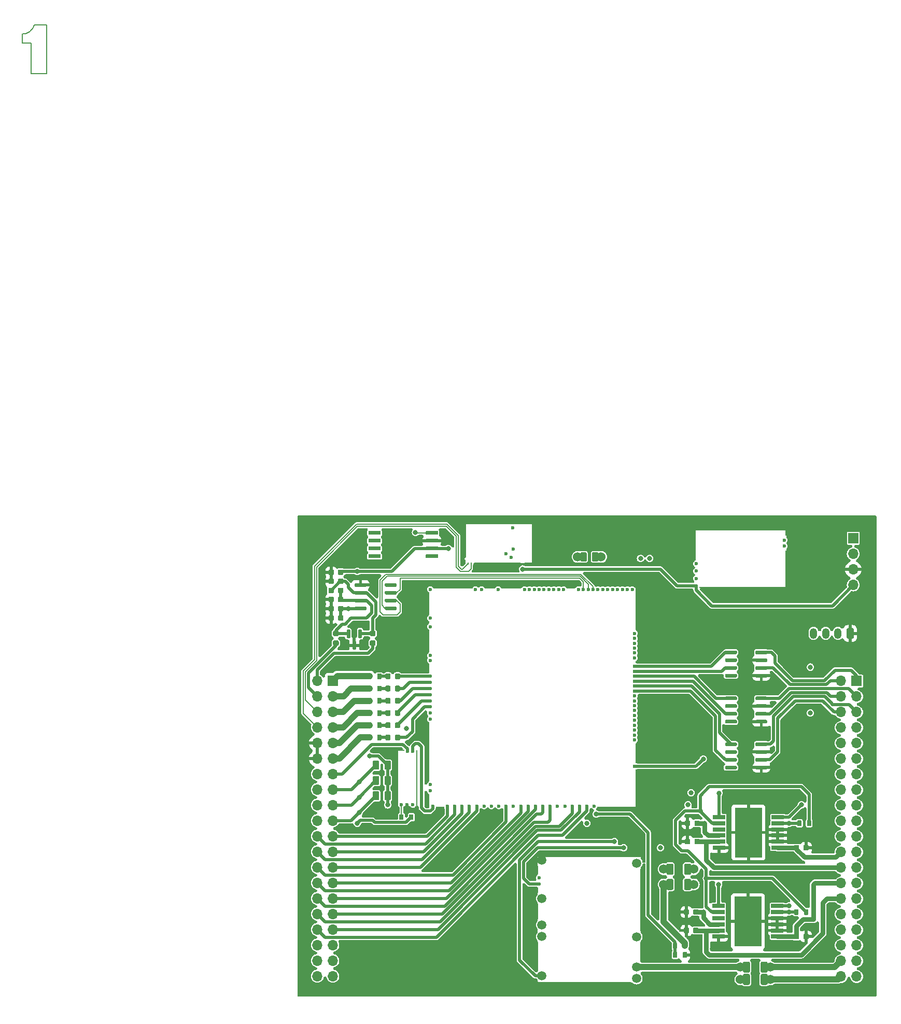
<source format=gtl>
G04 #@! TF.GenerationSoftware,KiCad,Pcbnew,8.0.7-8.0.7-0~ubuntu24.04.1*
G04 #@! TF.CreationDate,2025-01-02T17:27:40+00:00*
G04 #@! TF.ProjectId,stabildaytona,73746162-696c-4646-9179-746f6e612e6b,D*
G04 #@! TF.SameCoordinates,PX2faf080PY9896800*
G04 #@! TF.FileFunction,Copper,L1,Top*
G04 #@! TF.FilePolarity,Positive*
%FSLAX46Y46*%
G04 Gerber Fmt 4.6, Leading zero omitted, Abs format (unit mm)*
G04 Created by KiCad (PCBNEW 8.0.7-8.0.7-0~ubuntu24.04.1) date 2025-01-02 17:27:40*
%MOMM*%
%LPD*%
G01*
G04 APERTURE LIST*
G04 #@! TA.AperFunction,EtchedComponent*
%ADD10C,0.200000*%
G04 #@! TD*
G04 #@! TA.AperFunction,ComponentPad*
%ADD11C,1.500000*%
G04 #@! TD*
G04 #@! TA.AperFunction,ComponentPad*
%ADD12C,0.600000*%
G04 #@! TD*
G04 #@! TA.AperFunction,SMDPad,CuDef*
%ADD13O,0.200000X3.300000*%
G04 #@! TD*
G04 #@! TA.AperFunction,SMDPad,CuDef*
%ADD14O,0.200000X10.200000*%
G04 #@! TD*
G04 #@! TA.AperFunction,SMDPad,CuDef*
%ADD15O,0.200000X0.300000*%
G04 #@! TD*
G04 #@! TA.AperFunction,SMDPad,CuDef*
%ADD16O,17.000000X0.200000*%
G04 #@! TD*
G04 #@! TA.AperFunction,SMDPad,CuDef*
%ADD17O,15.400000X0.200000*%
G04 #@! TD*
G04 #@! TA.AperFunction,SMDPad,CuDef*
%ADD18O,0.200000X4.800000*%
G04 #@! TD*
G04 #@! TA.AperFunction,SMDPad,CuDef*
%ADD19O,0.200000X2.600000*%
G04 #@! TD*
G04 #@! TA.AperFunction,SMDPad,CuDef*
%ADD20O,0.200000X1.000000*%
G04 #@! TD*
G04 #@! TA.AperFunction,SMDPad,CuDef*
%ADD21O,0.200000X1.500000*%
G04 #@! TD*
G04 #@! TA.AperFunction,ComponentPad*
%ADD22R,1.700000X1.700000*%
G04 #@! TD*
G04 #@! TA.AperFunction,ComponentPad*
%ADD23O,1.700000X1.700000*%
G04 #@! TD*
G04 #@! TA.AperFunction,ComponentPad*
%ADD24O,1.200000X1.750000*%
G04 #@! TD*
G04 #@! TA.AperFunction,SMDPad,CuDef*
%ADD25R,2.000000X0.650000*%
G04 #@! TD*
G04 #@! TA.AperFunction,SMDPad,CuDef*
%ADD26R,4.500000X8.100000*%
G04 #@! TD*
G04 #@! TA.AperFunction,SMDPad,CuDef*
%ADD27O,1.225000X0.200000*%
G04 #@! TD*
G04 #@! TA.AperFunction,SMDPad,CuDef*
%ADD28O,0.200000X9.300000*%
G04 #@! TD*
G04 #@! TA.AperFunction,ComponentPad*
%ADD29C,1.524000*%
G04 #@! TD*
G04 #@! TA.AperFunction,SMDPad,CuDef*
%ADD30O,0.200000X5.669999*%
G04 #@! TD*
G04 #@! TA.AperFunction,SMDPad,CuDef*
%ADD31O,11.100001X0.200000*%
G04 #@! TD*
G04 #@! TA.AperFunction,SMDPad,CuDef*
%ADD32O,9.800001X0.399999*%
G04 #@! TD*
G04 #@! TA.AperFunction,SMDPad,CuDef*
%ADD33O,0.499999X0.250000*%
G04 #@! TD*
G04 #@! TA.AperFunction,SMDPad,CuDef*
%ADD34O,0.200000X6.799999*%
G04 #@! TD*
G04 #@! TA.AperFunction,SMDPad,CuDef*
%ADD35O,0.250000X0.499999*%
G04 #@! TD*
G04 #@! TA.AperFunction,ComponentPad*
%ADD36C,0.599999*%
G04 #@! TD*
G04 #@! TA.AperFunction,SMDPad,CuDef*
%ADD37R,0.200000X3.700000*%
G04 #@! TD*
G04 #@! TA.AperFunction,SMDPad,CuDef*
%ADD38R,0.200000X0.400000*%
G04 #@! TD*
G04 #@! TA.AperFunction,SMDPad,CuDef*
%ADD39R,0.200000X1.600000*%
G04 #@! TD*
G04 #@! TA.AperFunction,SMDPad,CuDef*
%ADD40R,0.200000X9.700000*%
G04 #@! TD*
G04 #@! TA.AperFunction,SMDPad,CuDef*
%ADD41R,0.200000X2.300000*%
G04 #@! TD*
G04 #@! TA.AperFunction,SMDPad,CuDef*
%ADD42R,1.400000X0.200000*%
G04 #@! TD*
G04 #@! TA.AperFunction,SMDPad,CuDef*
%ADD43R,6.400000X0.200000*%
G04 #@! TD*
G04 #@! TA.AperFunction,SMDPad,CuDef*
%ADD44R,1.700000X0.200000*%
G04 #@! TD*
G04 #@! TA.AperFunction,SMDPad,CuDef*
%ADD45R,3.300000X0.200000*%
G04 #@! TD*
G04 #@! TA.AperFunction,SMDPad,CuDef*
%ADD46R,0.200000X7.000000*%
G04 #@! TD*
G04 #@! TA.AperFunction,SMDPad,CuDef*
%ADD47R,0.200000X3.300000*%
G04 #@! TD*
G04 #@! TA.AperFunction,SMDPad,CuDef*
%ADD48R,0.200000X6.300000*%
G04 #@! TD*
G04 #@! TA.AperFunction,SMDPad,CuDef*
%ADD49R,0.250000X6.185000*%
G04 #@! TD*
G04 #@! TA.AperFunction,SMDPad,CuDef*
%ADD50R,0.250000X1.115000*%
G04 #@! TD*
G04 #@! TA.AperFunction,SMDPad,CuDef*
%ADD51R,14.275000X0.250000*%
G04 #@! TD*
G04 #@! TA.AperFunction,SMDPad,CuDef*
%ADD52R,15.100000X0.250000*%
G04 #@! TD*
G04 #@! TA.AperFunction,SMDPad,CuDef*
%ADD53R,0.250000X5.175000*%
G04 #@! TD*
G04 #@! TA.AperFunction,ViaPad*
%ADD54C,0.800000*%
G04 #@! TD*
G04 #@! TA.AperFunction,Conductor*
%ADD55C,0.500000*%
G04 #@! TD*
G04 #@! TA.AperFunction,Conductor*
%ADD56C,0.800000*%
G04 #@! TD*
G04 #@! TA.AperFunction,Conductor*
%ADD57C,0.150000*%
G04 #@! TD*
G04 #@! TA.AperFunction,Conductor*
%ADD58C,1.000000*%
G04 #@! TD*
G04 #@! TA.AperFunction,Conductor*
%ADD59C,0.200000*%
G04 #@! TD*
G04 APERTURE END LIST*
D10*
G04 #@! TO.C,G2*
X-44753141Y155878998D02*
X-44753141Y157378998D01*
X-44753141Y155878998D02*
X-43253141Y155878998D01*
X-43253141Y155878998D02*
X-43253141Y150878998D01*
X-43253141Y150878998D02*
X-40753141Y150878998D01*
X-40753141Y158878998D02*
X-42753141Y158878998D01*
X-40753141Y150878998D02*
X-40753141Y158878998D01*
X-42753141Y158878998D02*
G75*
G02*
X-44753141Y157378998I-1921601J478801D01*
G01*
G04 #@! TD*
G04 #@! TO.P,C28,1*
G04 #@! TO.N,GND*
G04 #@! TA.AperFunction,SMDPad,CuDef*
G36*
G01*
X5284999Y67660000D02*
X5284999Y68340000D01*
G75*
G02*
X5369999Y68425000I85000J0D01*
G01*
X6049999Y68425000D01*
G75*
G02*
X6134999Y68340000I0J-85000D01*
G01*
X6134999Y67660000D01*
G75*
G02*
X6049999Y67575000I-85000J0D01*
G01*
X5369999Y67575000D01*
G75*
G02*
X5284999Y67660000I0J85000D01*
G01*
G37*
G04 #@! TD.AperFunction*
G04 #@! TO.P,C28,2*
G04 #@! TO.N,Net-(U4-T-)*
G04 #@! TA.AperFunction,SMDPad,CuDef*
G36*
G01*
X6865001Y67660000D02*
X6865001Y68340000D01*
G75*
G02*
X6950001Y68425000I85000J0D01*
G01*
X7630001Y68425000D01*
G75*
G02*
X7715001Y68340000I0J-85000D01*
G01*
X7715001Y67660000D01*
G75*
G02*
X7630001Y67575000I-85000J0D01*
G01*
X6950001Y67575000D01*
G75*
G02*
X6865001Y67660000I0J85000D01*
G01*
G37*
G04 #@! TD.AperFunction*
G04 #@! TD*
D11*
G04 #@! TO.P,M1,E1,VBAT*
G04 #@! TO.N,/VBAT*
X40125005Y3600003D03*
G04 #@! TO.P,M1,E2,V12*
G04 #@! TO.N,unconnected-(M1-V12-PadE2)*
X40125005Y10000000D03*
G04 #@! TO.P,M1,E3,VIGN*
G04 #@! TO.N,/VIGN*
X40125005Y11900003D03*
G04 #@! TO.P,M1,E4,V5*
G04 #@! TO.N,+5V*
X40125005Y16200003D03*
D12*
G04 #@! TO.P,M1,E5,EN_5VP*
G04 #@! TO.N,/PWR_EN*
X39675006Y18600000D03*
G04 #@! TO.P,M1,E6,PG_5VP*
G04 #@! TO.N,Net-(M1-PG_5VP)*
X39675006Y19600001D03*
D13*
G04 #@! TO.P,M1,S1,GND*
G04 #@! TO.N,GND*
X56275001Y7450003D03*
D14*
X56275001Y15950001D03*
D15*
X56275001Y23050003D03*
D16*
X47875003Y23100003D03*
D17*
X47075002Y2500003D03*
D11*
X40125005Y22450003D03*
D15*
X39475004Y2550003D03*
D18*
X39475004Y6750001D03*
D19*
X39475004Y14100003D03*
D20*
X39475004Y17600000D03*
D21*
X39475004Y20900001D03*
D11*
G04 #@! TO.P,M1,V1,V12_PERM*
G04 #@! TO.N,+12V_RAW*
X55625002Y3150001D03*
G04 #@! TO.P,M1,V2,IN_VIGN*
G04 #@! TO.N,/IN_VIGN*
X55625002Y5000000D03*
G04 #@! TO.P,M1,V3,V12_RAW*
G04 #@! TO.N,+12V_RAW*
X55625002Y9950003D03*
G04 #@! TO.P,M1,V4,5VP*
G04 #@! TO.N,+5VP*
X55625002Y22000001D03*
G04 #@! TD*
G04 #@! TO.P,F6,1*
G04 #@! TO.N,Net-(F6-Pad1)*
G04 #@! TA.AperFunction,SMDPad,CuDef*
G36*
G01*
X14562500Y52243750D02*
X14562500Y52756250D01*
G75*
G02*
X14781250Y52975000I218750J0D01*
G01*
X15218750Y52975000D01*
G75*
G02*
X15437500Y52756250I0J-218750D01*
G01*
X15437500Y52243750D01*
G75*
G02*
X15218750Y52025000I-218750J0D01*
G01*
X14781250Y52025000D01*
G75*
G02*
X14562500Y52243750I0J218750D01*
G01*
G37*
G04 #@! TD.AperFunction*
G04 #@! TO.P,F6,2*
G04 #@! TO.N,/IGN1*
G04 #@! TA.AperFunction,SMDPad,CuDef*
G36*
G01*
X16137500Y52243750D02*
X16137500Y52756250D01*
G75*
G02*
X16356250Y52975000I218750J0D01*
G01*
X16793750Y52975000D01*
G75*
G02*
X17012500Y52756250I0J-218750D01*
G01*
X17012500Y52243750D01*
G75*
G02*
X16793750Y52025000I-218750J0D01*
G01*
X16356250Y52025000D01*
G75*
G02*
X16137500Y52243750I0J218750D01*
G01*
G37*
G04 #@! TD.AperFunction*
G04 #@! TD*
D22*
G04 #@! TO.P,BLUETOOTH1,1,Pin_1*
G04 #@! TO.N,/BT_TX*
X91000000Y75040000D03*
D23*
G04 #@! TO.P,BLUETOOTH1,2,Pin_2*
G04 #@! TO.N,/BT_RX*
X91000000Y72500000D03*
G04 #@! TO.P,BLUETOOTH1,3,Pin_3*
G04 #@! TO.N,GND*
X91000000Y69960000D03*
G04 #@! TO.P,BLUETOOTH1,4,Pin_4*
G04 #@! TO.N,+5VA*
X91000000Y67420000D03*
G04 #@! TD*
G04 #@! TO.P,L1,1,1*
G04 #@! TO.N,/EGT+*
G04 #@! TA.AperFunction,SMDPad,CuDef*
G36*
G01*
X6756250Y57487500D02*
X6243750Y57487500D01*
G75*
G02*
X6025000Y57706250I0J218750D01*
G01*
X6025000Y58143750D01*
G75*
G02*
X6243750Y58362500I218750J0D01*
G01*
X6756250Y58362500D01*
G75*
G02*
X6975000Y58143750I0J-218750D01*
G01*
X6975000Y57706250D01*
G75*
G02*
X6756250Y57487500I-218750J0D01*
G01*
G37*
G04 #@! TD.AperFunction*
G04 #@! TO.P,L1,2,2*
G04 #@! TO.N,Net-(U4-T+)*
G04 #@! TA.AperFunction,SMDPad,CuDef*
G36*
G01*
X6756250Y59062500D02*
X6243750Y59062500D01*
G75*
G02*
X6025000Y59281250I0J218750D01*
G01*
X6025000Y59718750D01*
G75*
G02*
X6243750Y59937500I218750J0D01*
G01*
X6756250Y59937500D01*
G75*
G02*
X6975000Y59718750I0J-218750D01*
G01*
X6975000Y59281250D01*
G75*
G02*
X6756250Y59062500I-218750J0D01*
G01*
G37*
G04 #@! TD.AperFunction*
G04 #@! TD*
G04 #@! TO.P,R9,1*
G04 #@! TO.N,/DC1_DIS*
G04 #@! TA.AperFunction,SMDPad,CuDef*
G36*
G01*
X81850000Y28110000D02*
X81850000Y28890000D01*
G75*
G02*
X81920000Y28960000I70000J0D01*
G01*
X82480000Y28960000D01*
G75*
G02*
X82550000Y28890000I0J-70000D01*
G01*
X82550000Y28110000D01*
G75*
G02*
X82480000Y28040000I-70000J0D01*
G01*
X81920000Y28040000D01*
G75*
G02*
X81850000Y28110000I0J70000D01*
G01*
G37*
G04 #@! TD.AperFunction*
G04 #@! TO.P,R9,2*
G04 #@! TO.N,+3.3V*
G04 #@! TA.AperFunction,SMDPad,CuDef*
G36*
G01*
X83450000Y28110000D02*
X83450000Y28890000D01*
G75*
G02*
X83520000Y28960000I70000J0D01*
G01*
X84080000Y28960000D01*
G75*
G02*
X84150000Y28890000I0J-70000D01*
G01*
X84150000Y28110000D01*
G75*
G02*
X84080000Y28040000I-70000J0D01*
G01*
X83520000Y28040000D01*
G75*
G02*
X83450000Y28110000I0J70000D01*
G01*
G37*
G04 #@! TD.AperFunction*
G04 #@! TD*
G04 #@! TO.P,USB1,1,Pin_1*
G04 #@! TO.N,GND*
G04 #@! TA.AperFunction,ComponentPad*
G36*
G01*
X91100000Y60125000D02*
X91100000Y58875000D01*
G75*
G02*
X90850000Y58625000I-250000J0D01*
G01*
X90150000Y58625000D01*
G75*
G02*
X89900000Y58875000I0J250000D01*
G01*
X89900000Y60125000D01*
G75*
G02*
X90150000Y60375000I250000J0D01*
G01*
X90850000Y60375000D01*
G75*
G02*
X91100000Y60125000I0J-250000D01*
G01*
G37*
G04 #@! TD.AperFunction*
D24*
G04 #@! TO.P,USB1,2,Pin_2*
G04 #@! TO.N,/USB+*
X88500000Y59500000D03*
G04 #@! TO.P,USB1,3,Pin_3*
G04 #@! TO.N,/USB-*
X86500000Y59500000D03*
G04 #@! TO.P,USB1,4,Pin_4*
G04 #@! TO.N,/VBUS*
X84500000Y59500000D03*
G04 #@! TD*
D25*
G04 #@! TO.P,U1,1,DIR*
G04 #@! TO.N,/DC1_DIR*
X69075000Y29500000D03*
G04 #@! TO.P,U1,2,VSO*
G04 #@! TO.N,+3.3V*
X69075000Y28500000D03*
G04 #@! TO.P,U1,3,SO*
G04 #@! TO.N,unconnected-(U1-SO-Pad3)*
X69075000Y27500000D03*
G04 #@! TO.P,U1,4,VS*
G04 #@! TO.N,/DC Driver 1/PWR*
X69075000Y26500000D03*
G04 #@! TO.P,U1,5,OUT1*
G04 #@! TO.N,/OUT_DC1-*
X69075000Y25500000D03*
G04 #@! TO.P,U1,6,GND*
G04 #@! TO.N,GND*
X69075000Y24500000D03*
G04 #@! TO.P,U1,7,OUT2*
G04 #@! TO.N,/OUT_DC1+*
X78675000Y24500000D03*
G04 #@! TO.P,U1,8,SI*
G04 #@! TO.N,GND*
X78675000Y25500000D03*
G04 #@! TO.P,U1,9,CSN*
X78675000Y26500000D03*
G04 #@! TO.P,U1,10,SCK*
X78675000Y27500000D03*
G04 #@! TO.P,U1,11,DIS*
G04 #@! TO.N,/DC1_DIS*
X78675000Y28500000D03*
G04 #@! TO.P,U1,12,PWM*
G04 #@! TO.N,/DC1_PWM*
X78675000Y29500000D03*
D26*
G04 #@! TO.P,U1,13,GND*
G04 #@! TO.N,GND*
X73875000Y27000000D03*
G04 #@! TD*
G04 #@! TO.P,C31,1*
G04 #@! TO.N,GND*
G04 #@! TA.AperFunction,SMDPad,CuDef*
G36*
G01*
X5284999Y63190000D02*
X5284999Y63870000D01*
G75*
G02*
X5369999Y63955000I85000J0D01*
G01*
X6049999Y63955000D01*
G75*
G02*
X6134999Y63870000I0J-85000D01*
G01*
X6134999Y63190000D01*
G75*
G02*
X6049999Y63105000I-85000J0D01*
G01*
X5369999Y63105000D01*
G75*
G02*
X5284999Y63190000I0J85000D01*
G01*
G37*
G04 #@! TD.AperFunction*
G04 #@! TO.P,C31,2*
G04 #@! TO.N,+3.3VA*
G04 #@! TA.AperFunction,SMDPad,CuDef*
G36*
G01*
X6865001Y63190000D02*
X6865001Y63870000D01*
G75*
G02*
X6950001Y63955000I85000J0D01*
G01*
X7630001Y63955000D01*
G75*
G02*
X7715001Y63870000I0J-85000D01*
G01*
X7715001Y63190000D01*
G75*
G02*
X7630001Y63105000I-85000J0D01*
G01*
X6950001Y63105000D01*
G75*
G02*
X6865001Y63190000I0J85000D01*
G01*
G37*
G04 #@! TD.AperFunction*
G04 #@! TD*
G04 #@! TO.P,R8,1*
G04 #@! TO.N,/IN_BUTTON3*
G04 #@! TA.AperFunction,SMDPad,CuDef*
G36*
G01*
X12549999Y32369144D02*
X12549999Y33619144D01*
G75*
G02*
X12649999Y33719144I100000J0D01*
G01*
X13449999Y33719144D01*
G75*
G02*
X13549999Y33619144I0J-100000D01*
G01*
X13549999Y32369144D01*
G75*
G02*
X13449999Y32269144I-100000J0D01*
G01*
X12649999Y32269144D01*
G75*
G02*
X12549999Y32369144I0J100000D01*
G01*
G37*
G04 #@! TD.AperFunction*
G04 #@! TO.P,R8,2*
G04 #@! TO.N,+5VA*
G04 #@! TA.AperFunction,SMDPad,CuDef*
G36*
G01*
X14450021Y32369144D02*
X14450021Y33619144D01*
G75*
G02*
X14550021Y33719144I100000J0D01*
G01*
X15350021Y33719144D01*
G75*
G02*
X15450021Y33619144I0J-100000D01*
G01*
X15450021Y32369144D01*
G75*
G02*
X15350021Y32269144I-100000J0D01*
G01*
X14550021Y32269144D01*
G75*
G02*
X14450021Y32369144I0J100000D01*
G01*
G37*
G04 #@! TD.AperFunction*
G04 #@! TD*
G04 #@! TO.P,C29,1*
G04 #@! TO.N,Net-(U4-T-)*
G04 #@! TA.AperFunction,SMDPad,CuDef*
G36*
G01*
X5284999Y66190000D02*
X5284999Y66870000D01*
G75*
G02*
X5369999Y66955000I85000J0D01*
G01*
X6049999Y66955000D01*
G75*
G02*
X6134999Y66870000I0J-85000D01*
G01*
X6134999Y66190000D01*
G75*
G02*
X6049999Y66105000I-85000J0D01*
G01*
X5369999Y66105000D01*
G75*
G02*
X5284999Y66190000I0J85000D01*
G01*
G37*
G04 #@! TD.AperFunction*
G04 #@! TO.P,C29,2*
G04 #@! TO.N,Net-(U4-T+)*
G04 #@! TA.AperFunction,SMDPad,CuDef*
G36*
G01*
X6865001Y66190000D02*
X6865001Y66870000D01*
G75*
G02*
X6950001Y66955000I85000J0D01*
G01*
X7630001Y66955000D01*
G75*
G02*
X7715001Y66870000I0J-85000D01*
G01*
X7715001Y66190000D01*
G75*
G02*
X7630001Y66105000I-85000J0D01*
G01*
X6950001Y66105000D01*
G75*
G02*
X6865001Y66190000I0J85000D01*
G01*
G37*
G04 #@! TD.AperFunction*
G04 #@! TD*
G04 #@! TO.P,C30,1*
G04 #@! TO.N,GND*
G04 #@! TA.AperFunction,SMDPad,CuDef*
G36*
G01*
X5284999Y64690000D02*
X5284999Y65370000D01*
G75*
G02*
X5369999Y65455000I85000J0D01*
G01*
X6049999Y65455000D01*
G75*
G02*
X6134999Y65370000I0J-85000D01*
G01*
X6134999Y64690000D01*
G75*
G02*
X6049999Y64605000I-85000J0D01*
G01*
X5369999Y64605000D01*
G75*
G02*
X5284999Y64690000I0J85000D01*
G01*
G37*
G04 #@! TD.AperFunction*
G04 #@! TO.P,C30,2*
G04 #@! TO.N,Net-(U4-T+)*
G04 #@! TA.AperFunction,SMDPad,CuDef*
G36*
G01*
X6865001Y64690000D02*
X6865001Y65370000D01*
G75*
G02*
X6950001Y65455000I85000J0D01*
G01*
X7630001Y65455000D01*
G75*
G02*
X7715001Y65370000I0J-85000D01*
G01*
X7715001Y64690000D01*
G75*
G02*
X7630001Y64605000I-85000J0D01*
G01*
X6950001Y64605000D01*
G75*
G02*
X6865001Y64690000I0J85000D01*
G01*
G37*
G04 #@! TD.AperFunction*
G04 #@! TD*
G04 #@! TO.P,R7,1*
G04 #@! TO.N,/IN_BUTTON2*
G04 #@! TA.AperFunction,SMDPad,CuDef*
G36*
G01*
X12549999Y34872072D02*
X12549999Y36122072D01*
G75*
G02*
X12649999Y36222072I100000J0D01*
G01*
X13449999Y36222072D01*
G75*
G02*
X13549999Y36122072I0J-100000D01*
G01*
X13549999Y34872072D01*
G75*
G02*
X13449999Y34772072I-100000J0D01*
G01*
X12649999Y34772072D01*
G75*
G02*
X12549999Y34872072I0J100000D01*
G01*
G37*
G04 #@! TD.AperFunction*
G04 #@! TO.P,R7,2*
G04 #@! TO.N,+5VA*
G04 #@! TA.AperFunction,SMDPad,CuDef*
G36*
G01*
X14450021Y34872072D02*
X14450021Y36122072D01*
G75*
G02*
X14550021Y36222072I100000J0D01*
G01*
X15350021Y36222072D01*
G75*
G02*
X15450021Y36122072I0J-100000D01*
G01*
X15450021Y34872072D01*
G75*
G02*
X15350021Y34772072I-100000J0D01*
G01*
X14550021Y34772072D01*
G75*
G02*
X14450021Y34872072I0J100000D01*
G01*
G37*
G04 #@! TD.AperFunction*
G04 #@! TD*
D12*
G04 #@! TO.P,M2,E1,V5A*
G04 #@! TO.N,+5VA*
X19074999Y31525000D03*
D27*
G04 #@! TO.P,M2,E2,GND*
G04 #@! TO.N,GND*
X17099999Y40425000D03*
D28*
X19674999Y35875000D03*
X16574999Y35875000D03*
D12*
X18124999Y31525000D03*
G04 #@! TO.P,M2,E3,OUT_KNOCK*
G04 #@! TO.N,/IN_KNOCK*
X17175001Y31525000D03*
G04 #@! TO.P,M2,W1,IN_KNOCK*
G04 #@! TO.N,/IN_KNOCK_RAW*
X18174999Y40225000D03*
G04 #@! TO.P,M2,W2,VREF*
G04 #@! TO.N,/VREF1*
X19074999Y40225000D03*
G04 #@! TD*
D25*
G04 #@! TO.P,U2,1,DIR*
G04 #@! TO.N,/DC2_DIR*
X69000000Y15000000D03*
G04 #@! TO.P,U2,2,VSO*
G04 #@! TO.N,+3.3V*
X69000000Y14000000D03*
G04 #@! TO.P,U2,3,SO*
G04 #@! TO.N,unconnected-(U2-SO-Pad3)*
X69000000Y13000000D03*
G04 #@! TO.P,U2,4,VS*
G04 #@! TO.N,/DC Driver 2/PWR*
X69000000Y12000000D03*
G04 #@! TO.P,U2,5,OUT1*
G04 #@! TO.N,/OUT_DC2-*
X69000000Y11000000D03*
G04 #@! TO.P,U2,6,GND*
G04 #@! TO.N,GND*
X69000000Y10000000D03*
G04 #@! TO.P,U2,7,OUT2*
G04 #@! TO.N,/OUT_DC2+*
X78600000Y10000000D03*
G04 #@! TO.P,U2,8,SI*
G04 #@! TO.N,GND*
X78600000Y11000000D03*
G04 #@! TO.P,U2,9,CSN*
X78600000Y12000000D03*
G04 #@! TO.P,U2,10,SCK*
X78600000Y13000000D03*
G04 #@! TO.P,U2,11,DIS*
G04 #@! TO.N,/DC2_DIS*
X78600000Y14000000D03*
G04 #@! TO.P,U2,12,PWM*
G04 #@! TO.N,/DC2_PWM*
X78600000Y15000000D03*
D26*
G04 #@! TO.P,U2,13,GND*
G04 #@! TO.N,GND*
X73800000Y12500000D03*
G04 #@! TD*
G04 #@! TO.P,R21,1*
G04 #@! TO.N,/OUT_IGN2*
G04 #@! TA.AperFunction,SMDPad,CuDef*
G36*
G01*
X11637500Y50110000D02*
X11637500Y50890000D01*
G75*
G02*
X11707500Y50960000I70000J0D01*
G01*
X12267500Y50960000D01*
G75*
G02*
X12337500Y50890000I0J-70000D01*
G01*
X12337500Y50110000D01*
G75*
G02*
X12267500Y50040000I-70000J0D01*
G01*
X11707500Y50040000D01*
G75*
G02*
X11637500Y50110000I0J70000D01*
G01*
G37*
G04 #@! TD.AperFunction*
G04 #@! TO.P,R21,2*
G04 #@! TO.N,Net-(F5-Pad1)*
G04 #@! TA.AperFunction,SMDPad,CuDef*
G36*
G01*
X13237500Y50110000D02*
X13237500Y50890000D01*
G75*
G02*
X13307500Y50960000I70000J0D01*
G01*
X13867500Y50960000D01*
G75*
G02*
X13937500Y50890000I0J-70000D01*
G01*
X13937500Y50110000D01*
G75*
G02*
X13867500Y50040000I-70000J0D01*
G01*
X13307500Y50040000D01*
G75*
G02*
X13237500Y50110000I0J70000D01*
G01*
G37*
G04 #@! TD.AperFunction*
G04 #@! TD*
G04 #@! TO.P,C13,1*
G04 #@! TO.N,GND*
G04 #@! TA.AperFunction,SMDPad,CuDef*
G36*
G01*
X83715001Y24840000D02*
X83715001Y24160000D01*
G75*
G02*
X83630001Y24075000I-85000J0D01*
G01*
X82950001Y24075000D01*
G75*
G02*
X82865001Y24160000I0J85000D01*
G01*
X82865001Y24840000D01*
G75*
G02*
X82950001Y24925000I85000J0D01*
G01*
X83630001Y24925000D01*
G75*
G02*
X83715001Y24840000I0J-85000D01*
G01*
G37*
G04 #@! TD.AperFunction*
G04 #@! TO.P,C13,2*
G04 #@! TO.N,/OUT_DC1+*
G04 #@! TA.AperFunction,SMDPad,CuDef*
G36*
G01*
X82134999Y24840000D02*
X82134999Y24160000D01*
G75*
G02*
X82049999Y24075000I-85000J0D01*
G01*
X81369999Y24075000D01*
G75*
G02*
X81284999Y24160000I0J85000D01*
G01*
X81284999Y24840000D01*
G75*
G02*
X81369999Y24925000I85000J0D01*
G01*
X82049999Y24925000D01*
G75*
G02*
X82134999Y24840000I0J-85000D01*
G01*
G37*
G04 #@! TD.AperFunction*
G04 #@! TD*
G04 #@! TO.P,C27,1*
G04 #@! TO.N,GND*
G04 #@! TA.AperFunction,SMDPad,CuDef*
G36*
G01*
X5284999Y69160000D02*
X5284999Y69840000D01*
G75*
G02*
X5369999Y69925000I85000J0D01*
G01*
X6049999Y69925000D01*
G75*
G02*
X6134999Y69840000I0J-85000D01*
G01*
X6134999Y69160000D01*
G75*
G02*
X6049999Y69075000I-85000J0D01*
G01*
X5369999Y69075000D01*
G75*
G02*
X5284999Y69160000I0J85000D01*
G01*
G37*
G04 #@! TD.AperFunction*
G04 #@! TO.P,C27,2*
G04 #@! TO.N,+5VA*
G04 #@! TA.AperFunction,SMDPad,CuDef*
G36*
G01*
X6865001Y69160000D02*
X6865001Y69840000D01*
G75*
G02*
X6950001Y69925000I85000J0D01*
G01*
X7630001Y69925000D01*
G75*
G02*
X7715001Y69840000I0J-85000D01*
G01*
X7715001Y69160000D01*
G75*
G02*
X7630001Y69075000I-85000J0D01*
G01*
X6950001Y69075000D01*
G75*
G02*
X6865001Y69160000I0J85000D01*
G01*
G37*
G04 #@! TD.AperFunction*
G04 #@! TD*
G04 #@! TO.P,C25,1*
G04 #@! TO.N,GND*
G04 #@! TA.AperFunction,SMDPad,CuDef*
G36*
G01*
X63284999Y10660000D02*
X63284999Y11340000D01*
G75*
G02*
X63369999Y11425000I85000J0D01*
G01*
X64049999Y11425000D01*
G75*
G02*
X64134999Y11340000I0J-85000D01*
G01*
X64134999Y10660000D01*
G75*
G02*
X64049999Y10575000I-85000J0D01*
G01*
X63369999Y10575000D01*
G75*
G02*
X63284999Y10660000I0J85000D01*
G01*
G37*
G04 #@! TD.AperFunction*
G04 #@! TO.P,C25,2*
G04 #@! TO.N,/OUT_DC2-*
G04 #@! TA.AperFunction,SMDPad,CuDef*
G36*
G01*
X64865001Y10660000D02*
X64865001Y11340000D01*
G75*
G02*
X64950001Y11425000I85000J0D01*
G01*
X65630001Y11425000D01*
G75*
G02*
X65715001Y11340000I0J-85000D01*
G01*
X65715001Y10660000D01*
G75*
G02*
X65630001Y10575000I-85000J0D01*
G01*
X64950001Y10575000D01*
G75*
G02*
X64865001Y10660000I0J85000D01*
G01*
G37*
G04 #@! TD.AperFunction*
G04 #@! TD*
D29*
G04 #@! TO.P,F1,1,1*
G04 #@! TO.N,/12V_KEY*
X77450000Y5000000D03*
G04 #@! TA.AperFunction,SMDPad,CuDef*
G36*
G01*
X76105010Y5900000D02*
X76795010Y5900000D01*
G75*
G02*
X77025010Y5670000I0J-230000D01*
G01*
X77025010Y4330000D01*
G75*
G02*
X76795010Y4100000I-230000J0D01*
G01*
X76105010Y4100000D01*
G75*
G02*
X75875010Y4330000I0J230000D01*
G01*
X75875010Y5670000D01*
G75*
G02*
X76105010Y5900000I230000J0D01*
G01*
G37*
G04 #@! TD.AperFunction*
G04 #@! TO.P,F1,2,2*
G04 #@! TO.N,/IN_VIGN*
G04 #@! TA.AperFunction,SMDPad,CuDef*
G36*
G01*
X73204990Y5900000D02*
X73894990Y5900000D01*
G75*
G02*
X74124990Y5670000I0J-230000D01*
G01*
X74124990Y4330000D01*
G75*
G02*
X73894990Y4100000I-230000J0D01*
G01*
X73204990Y4100000D01*
G75*
G02*
X72974990Y4330000I0J230000D01*
G01*
X72974990Y5670000D01*
G75*
G02*
X73204990Y5900000I230000J0D01*
G01*
G37*
G04 #@! TD.AperFunction*
X72550000Y5000000D03*
G04 #@! TD*
G04 #@! TO.P,U4,1,GND*
G04 #@! TO.N,GND*
G04 #@! TA.AperFunction,SMDPad,CuDef*
G36*
G01*
X9550000Y67255000D02*
X9550000Y67555000D01*
G75*
G02*
X9700000Y67705000I150000J0D01*
G01*
X11350000Y67705000D01*
G75*
G02*
X11500000Y67555000I0J-150000D01*
G01*
X11500000Y67255000D01*
G75*
G02*
X11350000Y67105000I-150000J0D01*
G01*
X9700000Y67105000D01*
G75*
G02*
X9550000Y67255000I0J150000D01*
G01*
G37*
G04 #@! TD.AperFunction*
G04 #@! TO.P,U4,2,T-*
G04 #@! TO.N,Net-(U4-T-)*
G04 #@! TA.AperFunction,SMDPad,CuDef*
G36*
G01*
X9550000Y65985000D02*
X9550000Y66285000D01*
G75*
G02*
X9700000Y66435000I150000J0D01*
G01*
X11350000Y66435000D01*
G75*
G02*
X11500000Y66285000I0J-150000D01*
G01*
X11500000Y65985000D01*
G75*
G02*
X11350000Y65835000I-150000J0D01*
G01*
X9700000Y65835000D01*
G75*
G02*
X9550000Y65985000I0J150000D01*
G01*
G37*
G04 #@! TD.AperFunction*
G04 #@! TO.P,U4,3,T+*
G04 #@! TO.N,Net-(U4-T+)*
G04 #@! TA.AperFunction,SMDPad,CuDef*
G36*
G01*
X9550000Y64715000D02*
X9550000Y65015000D01*
G75*
G02*
X9700000Y65165000I150000J0D01*
G01*
X11350000Y65165000D01*
G75*
G02*
X11500000Y65015000I0J-150000D01*
G01*
X11500000Y64715000D01*
G75*
G02*
X11350000Y64565000I-150000J0D01*
G01*
X9700000Y64565000D01*
G75*
G02*
X9550000Y64715000I0J150000D01*
G01*
G37*
G04 #@! TD.AperFunction*
G04 #@! TO.P,U4,4,V_CC*
G04 #@! TO.N,+3.3VA*
G04 #@! TA.AperFunction,SMDPad,CuDef*
G36*
G01*
X9550000Y63445000D02*
X9550000Y63745000D01*
G75*
G02*
X9700000Y63895000I150000J0D01*
G01*
X11350000Y63895000D01*
G75*
G02*
X11500000Y63745000I0J-150000D01*
G01*
X11500000Y63445000D01*
G75*
G02*
X11350000Y63295000I-150000J0D01*
G01*
X9700000Y63295000D01*
G75*
G02*
X9550000Y63445000I0J150000D01*
G01*
G37*
G04 #@! TD.AperFunction*
G04 #@! TO.P,U4,5,SCK*
G04 #@! TO.N,/EGT/SPI_SCK*
G04 #@! TA.AperFunction,SMDPad,CuDef*
G36*
G01*
X14500000Y63445000D02*
X14500000Y63745000D01*
G75*
G02*
X14650000Y63895000I150000J0D01*
G01*
X16300000Y63895000D01*
G75*
G02*
X16450000Y63745000I0J-150000D01*
G01*
X16450000Y63445000D01*
G75*
G02*
X16300000Y63295000I-150000J0D01*
G01*
X14650000Y63295000D01*
G75*
G02*
X14500000Y63445000I0J150000D01*
G01*
G37*
G04 #@! TD.AperFunction*
G04 #@! TO.P,U4,6,~{CS}*
G04 #@! TO.N,/EGT/SPI_CS*
G04 #@! TA.AperFunction,SMDPad,CuDef*
G36*
G01*
X14500000Y64715000D02*
X14500000Y65015000D01*
G75*
G02*
X14650000Y65165000I150000J0D01*
G01*
X16300000Y65165000D01*
G75*
G02*
X16450000Y65015000I0J-150000D01*
G01*
X16450000Y64715000D01*
G75*
G02*
X16300000Y64565000I-150000J0D01*
G01*
X14650000Y64565000D01*
G75*
G02*
X14500000Y64715000I0J150000D01*
G01*
G37*
G04 #@! TD.AperFunction*
G04 #@! TO.P,U4,7,SO*
G04 #@! TO.N,/EGT/SPI_SO*
G04 #@! TA.AperFunction,SMDPad,CuDef*
G36*
G01*
X14500000Y65985000D02*
X14500000Y66285000D01*
G75*
G02*
X14650000Y66435000I150000J0D01*
G01*
X16300000Y66435000D01*
G75*
G02*
X16450000Y66285000I0J-150000D01*
G01*
X16450000Y65985000D01*
G75*
G02*
X16300000Y65835000I-150000J0D01*
G01*
X14650000Y65835000D01*
G75*
G02*
X14500000Y65985000I0J150000D01*
G01*
G37*
G04 #@! TD.AperFunction*
G04 #@! TO.P,U4,8*
G04 #@! TO.N,N/C*
G04 #@! TA.AperFunction,SMDPad,CuDef*
G36*
G01*
X14500000Y67255000D02*
X14500000Y67555000D01*
G75*
G02*
X14650000Y67705000I150000J0D01*
G01*
X16300000Y67705000D01*
G75*
G02*
X16450000Y67555000I0J-150000D01*
G01*
X16450000Y67255000D01*
G75*
G02*
X16300000Y67105000I-150000J0D01*
G01*
X14650000Y67105000D01*
G75*
G02*
X14500000Y67255000I0J150000D01*
G01*
G37*
G04 #@! TD.AperFunction*
G04 #@! TD*
G04 #@! TO.P,D8,1,K*
G04 #@! TO.N,Net-(U4-T-)*
G04 #@! TA.AperFunction,SMDPad,CuDef*
G36*
G01*
X10300000Y60175000D02*
X10600000Y60175000D01*
G75*
G02*
X10750000Y60025000I0J-150000D01*
G01*
X10750000Y58850000D01*
G75*
G02*
X10600000Y58700000I-150000J0D01*
G01*
X10300000Y58700000D01*
G75*
G02*
X10150000Y58850000I0J150000D01*
G01*
X10150000Y60025000D01*
G75*
G02*
X10300000Y60175000I150000J0D01*
G01*
G37*
G04 #@! TD.AperFunction*
G04 #@! TO.P,D8,2,K*
G04 #@! TO.N,Net-(U4-T+)*
G04 #@! TA.AperFunction,SMDPad,CuDef*
G36*
G01*
X8400000Y60175000D02*
X8700000Y60175000D01*
G75*
G02*
X8850000Y60025000I0J-150000D01*
G01*
X8850000Y58850000D01*
G75*
G02*
X8700000Y58700000I-150000J0D01*
G01*
X8400000Y58700000D01*
G75*
G02*
X8250000Y58850000I0J150000D01*
G01*
X8250000Y60025000D01*
G75*
G02*
X8400000Y60175000I150000J0D01*
G01*
G37*
G04 #@! TD.AperFunction*
G04 #@! TO.P,D8,3,A*
G04 #@! TO.N,GND*
G04 #@! TA.AperFunction,SMDPad,CuDef*
G36*
G01*
X9350000Y58300000D02*
X9650000Y58300000D01*
G75*
G02*
X9800000Y58150000I0J-150000D01*
G01*
X9800000Y56975000D01*
G75*
G02*
X9650000Y56825000I-150000J0D01*
G01*
X9350000Y56825000D01*
G75*
G02*
X9200000Y56975000I0J150000D01*
G01*
X9200000Y58150000D01*
G75*
G02*
X9350000Y58300000I150000J0D01*
G01*
G37*
G04 #@! TD.AperFunction*
G04 #@! TD*
G04 #@! TO.P,U9,1,IN1*
G04 #@! TO.N,/INJ1*
G04 #@! TA.AperFunction,SMDPad,CuDef*
G36*
G01*
X70050000Y56255000D02*
X70050000Y56555000D01*
G75*
G02*
X70200000Y56705000I150000J0D01*
G01*
X71850000Y56705000D01*
G75*
G02*
X72000000Y56555000I0J-150000D01*
G01*
X72000000Y56255000D01*
G75*
G02*
X71850000Y56105000I-150000J0D01*
G01*
X70200000Y56105000D01*
G75*
G02*
X70050000Y56255000I0J150000D01*
G01*
G37*
G04 #@! TD.AperFunction*
G04 #@! TO.P,U9,2,STATUS1*
G04 #@! TO.N,unconnected-(U9-STATUS1-Pad2)*
G04 #@! TA.AperFunction,SMDPad,CuDef*
G36*
G01*
X70050000Y54985000D02*
X70050000Y55285000D01*
G75*
G02*
X70200000Y55435000I150000J0D01*
G01*
X71850000Y55435000D01*
G75*
G02*
X72000000Y55285000I0J-150000D01*
G01*
X72000000Y54985000D01*
G75*
G02*
X71850000Y54835000I-150000J0D01*
G01*
X70200000Y54835000D01*
G75*
G02*
X70050000Y54985000I0J150000D01*
G01*
G37*
G04 #@! TD.AperFunction*
G04 #@! TO.P,U9,3,IN2*
G04 #@! TO.N,/INJ2*
G04 #@! TA.AperFunction,SMDPad,CuDef*
G36*
G01*
X70050000Y53715000D02*
X70050000Y54015000D01*
G75*
G02*
X70200000Y54165000I150000J0D01*
G01*
X71850000Y54165000D01*
G75*
G02*
X72000000Y54015000I0J-150000D01*
G01*
X72000000Y53715000D01*
G75*
G02*
X71850000Y53565000I-150000J0D01*
G01*
X70200000Y53565000D01*
G75*
G02*
X70050000Y53715000I0J150000D01*
G01*
G37*
G04 #@! TD.AperFunction*
G04 #@! TO.P,U9,4,STATUS2*
G04 #@! TO.N,unconnected-(U9-STATUS2-Pad4)*
G04 #@! TA.AperFunction,SMDPad,CuDef*
G36*
G01*
X70050000Y52445000D02*
X70050000Y52745000D01*
G75*
G02*
X70200000Y52895000I150000J0D01*
G01*
X71850000Y52895000D01*
G75*
G02*
X72000000Y52745000I0J-150000D01*
G01*
X72000000Y52445000D01*
G75*
G02*
X71850000Y52295000I-150000J0D01*
G01*
X70200000Y52295000D01*
G75*
G02*
X70050000Y52445000I0J150000D01*
G01*
G37*
G04 #@! TD.AperFunction*
G04 #@! TO.P,U9,5,S2*
G04 #@! TO.N,GND*
G04 #@! TA.AperFunction,SMDPad,CuDef*
G36*
G01*
X75000000Y52445000D02*
X75000000Y52745000D01*
G75*
G02*
X75150000Y52895000I150000J0D01*
G01*
X76800000Y52895000D01*
G75*
G02*
X76950000Y52745000I0J-150000D01*
G01*
X76950000Y52445000D01*
G75*
G02*
X76800000Y52295000I-150000J0D01*
G01*
X75150000Y52295000D01*
G75*
G02*
X75000000Y52445000I0J150000D01*
G01*
G37*
G04 #@! TD.AperFunction*
G04 #@! TO.P,U9,6,D2*
G04 #@! TO.N,/OUT_INJ2*
G04 #@! TA.AperFunction,SMDPad,CuDef*
G36*
G01*
X75000000Y53715000D02*
X75000000Y54015000D01*
G75*
G02*
X75150000Y54165000I150000J0D01*
G01*
X76800000Y54165000D01*
G75*
G02*
X76950000Y54015000I0J-150000D01*
G01*
X76950000Y53715000D01*
G75*
G02*
X76800000Y53565000I-150000J0D01*
G01*
X75150000Y53565000D01*
G75*
G02*
X75000000Y53715000I0J150000D01*
G01*
G37*
G04 #@! TD.AperFunction*
G04 #@! TO.P,U9,7,S1*
G04 #@! TO.N,GND*
G04 #@! TA.AperFunction,SMDPad,CuDef*
G36*
G01*
X75000000Y54985000D02*
X75000000Y55285000D01*
G75*
G02*
X75150000Y55435000I150000J0D01*
G01*
X76800000Y55435000D01*
G75*
G02*
X76950000Y55285000I0J-150000D01*
G01*
X76950000Y54985000D01*
G75*
G02*
X76800000Y54835000I-150000J0D01*
G01*
X75150000Y54835000D01*
G75*
G02*
X75000000Y54985000I0J150000D01*
G01*
G37*
G04 #@! TD.AperFunction*
G04 #@! TO.P,U9,8,D1*
G04 #@! TO.N,/OUT_INJ1*
G04 #@! TA.AperFunction,SMDPad,CuDef*
G36*
G01*
X75000000Y56255000D02*
X75000000Y56555000D01*
G75*
G02*
X75150000Y56705000I150000J0D01*
G01*
X76800000Y56705000D01*
G75*
G02*
X76950000Y56555000I0J-150000D01*
G01*
X76950000Y56255000D01*
G75*
G02*
X76800000Y56105000I-150000J0D01*
G01*
X75150000Y56105000D01*
G75*
G02*
X75000000Y56255000I0J150000D01*
G01*
G37*
G04 #@! TD.AperFunction*
G04 #@! TD*
G04 #@! TO.P,L2,1,1*
G04 #@! TO.N,/EGT-*
G04 #@! TA.AperFunction,SMDPad,CuDef*
G36*
G01*
X12756250Y57487500D02*
X12243750Y57487500D01*
G75*
G02*
X12025000Y57706250I0J218750D01*
G01*
X12025000Y58143750D01*
G75*
G02*
X12243750Y58362500I218750J0D01*
G01*
X12756250Y58362500D01*
G75*
G02*
X12975000Y58143750I0J-218750D01*
G01*
X12975000Y57706250D01*
G75*
G02*
X12756250Y57487500I-218750J0D01*
G01*
G37*
G04 #@! TD.AperFunction*
G04 #@! TO.P,L2,2,2*
G04 #@! TO.N,Net-(U4-T-)*
G04 #@! TA.AperFunction,SMDPad,CuDef*
G36*
G01*
X12756250Y59062500D02*
X12243750Y59062500D01*
G75*
G02*
X12025000Y59281250I0J218750D01*
G01*
X12025000Y59718750D01*
G75*
G02*
X12243750Y59937500I218750J0D01*
G01*
X12756250Y59937500D01*
G75*
G02*
X12975000Y59718750I0J-218750D01*
G01*
X12975000Y59281250D01*
G75*
G02*
X12756250Y59062500I-218750J0D01*
G01*
G37*
G04 #@! TD.AperFunction*
G04 #@! TD*
G04 #@! TO.P,U10,1,IN1*
G04 #@! TO.N,/INJ3*
G04 #@! TA.AperFunction,SMDPad,CuDef*
G36*
G01*
X70050000Y48755000D02*
X70050000Y49055000D01*
G75*
G02*
X70200000Y49205000I150000J0D01*
G01*
X71850000Y49205000D01*
G75*
G02*
X72000000Y49055000I0J-150000D01*
G01*
X72000000Y48755000D01*
G75*
G02*
X71850000Y48605000I-150000J0D01*
G01*
X70200000Y48605000D01*
G75*
G02*
X70050000Y48755000I0J150000D01*
G01*
G37*
G04 #@! TD.AperFunction*
G04 #@! TO.P,U10,2,STATUS1*
G04 #@! TO.N,unconnected-(U10-STATUS1-Pad2)*
G04 #@! TA.AperFunction,SMDPad,CuDef*
G36*
G01*
X70050000Y47485000D02*
X70050000Y47785000D01*
G75*
G02*
X70200000Y47935000I150000J0D01*
G01*
X71850000Y47935000D01*
G75*
G02*
X72000000Y47785000I0J-150000D01*
G01*
X72000000Y47485000D01*
G75*
G02*
X71850000Y47335000I-150000J0D01*
G01*
X70200000Y47335000D01*
G75*
G02*
X70050000Y47485000I0J150000D01*
G01*
G37*
G04 #@! TD.AperFunction*
G04 #@! TO.P,U10,3,IN2*
G04 #@! TO.N,/INJ4*
G04 #@! TA.AperFunction,SMDPad,CuDef*
G36*
G01*
X70050000Y46215000D02*
X70050000Y46515000D01*
G75*
G02*
X70200000Y46665000I150000J0D01*
G01*
X71850000Y46665000D01*
G75*
G02*
X72000000Y46515000I0J-150000D01*
G01*
X72000000Y46215000D01*
G75*
G02*
X71850000Y46065000I-150000J0D01*
G01*
X70200000Y46065000D01*
G75*
G02*
X70050000Y46215000I0J150000D01*
G01*
G37*
G04 #@! TD.AperFunction*
G04 #@! TO.P,U10,4,STATUS2*
G04 #@! TO.N,unconnected-(U10-STATUS2-Pad4)*
G04 #@! TA.AperFunction,SMDPad,CuDef*
G36*
G01*
X70050000Y44945000D02*
X70050000Y45245000D01*
G75*
G02*
X70200000Y45395000I150000J0D01*
G01*
X71850000Y45395000D01*
G75*
G02*
X72000000Y45245000I0J-150000D01*
G01*
X72000000Y44945000D01*
G75*
G02*
X71850000Y44795000I-150000J0D01*
G01*
X70200000Y44795000D01*
G75*
G02*
X70050000Y44945000I0J150000D01*
G01*
G37*
G04 #@! TD.AperFunction*
G04 #@! TO.P,U10,5,S2*
G04 #@! TO.N,GND*
G04 #@! TA.AperFunction,SMDPad,CuDef*
G36*
G01*
X75000000Y44945000D02*
X75000000Y45245000D01*
G75*
G02*
X75150000Y45395000I150000J0D01*
G01*
X76800000Y45395000D01*
G75*
G02*
X76950000Y45245000I0J-150000D01*
G01*
X76950000Y44945000D01*
G75*
G02*
X76800000Y44795000I-150000J0D01*
G01*
X75150000Y44795000D01*
G75*
G02*
X75000000Y44945000I0J150000D01*
G01*
G37*
G04 #@! TD.AperFunction*
G04 #@! TO.P,U10,6,D2*
G04 #@! TO.N,/OUT_INJ4*
G04 #@! TA.AperFunction,SMDPad,CuDef*
G36*
G01*
X75000000Y46215000D02*
X75000000Y46515000D01*
G75*
G02*
X75150000Y46665000I150000J0D01*
G01*
X76800000Y46665000D01*
G75*
G02*
X76950000Y46515000I0J-150000D01*
G01*
X76950000Y46215000D01*
G75*
G02*
X76800000Y46065000I-150000J0D01*
G01*
X75150000Y46065000D01*
G75*
G02*
X75000000Y46215000I0J150000D01*
G01*
G37*
G04 #@! TD.AperFunction*
G04 #@! TO.P,U10,7,S1*
G04 #@! TO.N,GND*
G04 #@! TA.AperFunction,SMDPad,CuDef*
G36*
G01*
X75000000Y47485000D02*
X75000000Y47785000D01*
G75*
G02*
X75150000Y47935000I150000J0D01*
G01*
X76800000Y47935000D01*
G75*
G02*
X76950000Y47785000I0J-150000D01*
G01*
X76950000Y47485000D01*
G75*
G02*
X76800000Y47335000I-150000J0D01*
G01*
X75150000Y47335000D01*
G75*
G02*
X75000000Y47485000I0J150000D01*
G01*
G37*
G04 #@! TD.AperFunction*
G04 #@! TO.P,U10,8,D1*
G04 #@! TO.N,/OUT_INJ3*
G04 #@! TA.AperFunction,SMDPad,CuDef*
G36*
G01*
X75000000Y48755000D02*
X75000000Y49055000D01*
G75*
G02*
X75150000Y49205000I150000J0D01*
G01*
X76800000Y49205000D01*
G75*
G02*
X76950000Y49055000I0J-150000D01*
G01*
X76950000Y48755000D01*
G75*
G02*
X76800000Y48605000I-150000J0D01*
G01*
X75150000Y48605000D01*
G75*
G02*
X75000000Y48755000I0J150000D01*
G01*
G37*
G04 #@! TD.AperFunction*
G04 #@! TD*
D30*
G04 #@! TO.P,CAN1,E1,GND*
G04 #@! TO.N,GND*
X27637499Y74719163D03*
D31*
X33112500Y77456663D03*
D32*
X33812501Y70856666D03*
D33*
X38437495Y70856666D03*
D34*
X38612499Y74119164D03*
D35*
G04 #@! TO.P,CAN1,S1,CANL*
G04 #@! TO.N,/CAN2-*
X28087501Y70906664D03*
G04 #@! TO.P,CAN1,S2,CANH*
G04 #@! TO.N,/CAN2+*
X28587502Y70906664D03*
D36*
G04 #@! TO.P,CAN1,V1,V5*
G04 #@! TO.N,+5VA*
X35137499Y71956662D03*
G04 #@! TO.P,CAN1,V2,CAN_VIO*
G04 #@! TO.N,+3.3VA*
X34262497Y72481662D03*
G04 #@! TO.P,CAN1,V5,CAN_TX*
G04 #@! TO.N,/MCU-CAN2TX*
X35437501Y73231660D03*
G04 #@! TO.P,CAN1,V6,CAN_RX*
G04 #@! TO.N,/MCU-CAN2RX*
X35362498Y76781661D03*
G04 #@! TD*
D12*
G04 #@! TO.P,MCU1,E1,V5A_SWITCHABLE*
G04 #@! TO.N,+5VA*
X55299990Y37799990D03*
G04 #@! TO.P,MCU1,E2,GNDA*
G04 #@! TO.N,unconnected-(MCU1-GNDA-PadE2)*
X55300000Y42099990D03*
G04 #@! TO.P,MCU1,E3,I2C_SCL_(PB10)*
G04 #@! TO.N,unconnected-(MCU1-I2C_SCL_(PB10)-PadE3)*
X55300000Y42899980D03*
G04 #@! TO.P,MCU1,E4,I2C_SDA_(PB11)*
G04 #@! TO.N,unconnected-(MCU1-I2C_SDA_(PB11)-PadE4)*
X55300000Y43699990D03*
G04 #@! TO.P,MCU1,E5,IN_VIGN_(PA5)*
G04 #@! TO.N,/VIGN*
X55300000Y44499990D03*
G04 #@! TO.P,MCU1,E6,SPI2_CS_/_CAN2_RX_(PB12)*
G04 #@! TO.N,/MCU-CAN2RX*
X55300000Y45299990D03*
G04 #@! TO.P,MCU1,E7,SPI2_SCK_/_CAN2_TX_(PB13)*
G04 #@! TO.N,/MCU-CAN2TX*
X55300000Y46099990D03*
G04 #@! TO.P,MCU1,E8,SPI2_MISO_(PB14)*
G04 #@! TO.N,/DC1_DIS*
X55300000Y46899990D03*
G04 #@! TO.P,MCU1,E9,SPI2_MOSI_(PB15)*
G04 #@! TO.N,/DC2_DIR*
X55300000Y47699990D03*
G04 #@! TO.P,MCU1,E10,OUT_INJ8_(PD12)*
G04 #@! TO.N,/LS2*
X55300000Y48499990D03*
G04 #@! TO.P,MCU1,E11,OUT_INJ7_(PD15)*
G04 #@! TO.N,/LS1*
X55300000Y49299990D03*
G04 #@! TO.P,MCU1,E12,OUT_INJ6_(PA8)*
G04 #@! TO.N,/INJ6*
X55300000Y50099990D03*
G04 #@! TO.P,MCU1,E13,OUT_INJ5_(PD2)*
G04 #@! TO.N,/INJ5*
X55300000Y50899990D03*
G04 #@! TO.P,MCU1,E14,OUT_INJ4_(PD10)*
G04 #@! TO.N,/INJ4*
X55300000Y51699990D03*
G04 #@! TO.P,MCU1,E15,OUT_INJ3_(PD11)*
G04 #@! TO.N,/INJ3*
X55300000Y52499990D03*
G04 #@! TO.P,MCU1,E16,OUT_INJ2_(PA9)*
G04 #@! TO.N,/INJ2*
X55299990Y53299980D03*
G04 #@! TO.P,MCU1,E17,OUT_INJ1_(PD3)*
G04 #@! TO.N,/INJ1*
X55300000Y54099990D03*
G04 #@! TO.P,MCU1,E18,OUT_PWM1_(PD13)*
G04 #@! TO.N,/LS3*
X55300000Y55499990D03*
G04 #@! TO.P,MCU1,E19,OUT_PWM2_(PC6)*
G04 #@! TO.N,/LS4*
X55300000Y56299980D03*
G04 #@! TO.P,MCU1,E20,OUT_PWM3_(PC7)*
G04 #@! TO.N,/DC1_PWM*
X55300000Y57099980D03*
G04 #@! TO.P,MCU1,E21,OUT_PWM4_(PC8)*
G04 #@! TO.N,/DC1_DIR*
X55300000Y57899980D03*
G04 #@! TO.P,MCU1,E22,OUT_PWM5_(PC9)*
G04 #@! TO.N,/DC2_PWM*
X55300000Y58699980D03*
G04 #@! TO.P,MCU1,E23,OUT_PWM6_(PD14)*
G04 #@! TO.N,unconnected-(MCU1-OUT_PWM6_(PD14)-PadE23)*
X55300000Y59499990D03*
D37*
G04 #@! TO.P,MCU1,G,GND*
G04 #@! TO.N,GND*
X21699990Y64349980D03*
D38*
X21699990Y61299990D03*
D37*
X21699990Y58249980D03*
D39*
X21699990Y53799990D03*
D40*
X21699990Y40149990D03*
D41*
X21699990Y32149990D03*
D42*
X23500000Y31099980D03*
D43*
X25599990Y66899980D03*
D44*
X31649990Y66899980D03*
D45*
X35149990Y66899980D03*
D42*
X44899990Y66899980D03*
D43*
X52399990Y31099980D03*
D46*
X55500000Y63500000D03*
D38*
X55500000Y54799980D03*
D47*
X55500000Y39949980D03*
D48*
X55500000Y34149980D03*
D12*
G04 #@! TO.P,MCU1,N1,VBUS*
G04 #@! TO.N,/VBUS*
X54900000Y66699990D03*
G04 #@! TO.P,MCU1,N2,USBM_(PA11)*
G04 #@! TO.N,/USB-*
X54100000Y66699990D03*
G04 #@! TO.P,MCU1,N3,USBP_(PA12)*
G04 #@! TO.N,/USB+*
X53300000Y66699990D03*
G04 #@! TO.P,MCU1,N4,USBID_(PA10)*
G04 #@! TO.N,/DC2_DIS*
X52499990Y66699990D03*
G04 #@! TO.P,MCU1,N5,SWDIO_(PA13)*
G04 #@! TO.N,unconnected-(MCU1-SWDIO_(PA13)-PadN5)*
X51700000Y66699990D03*
G04 #@! TO.P,MCU1,N6,SWCLK_(PA14)*
G04 #@! TO.N,unconnected-(MCU1-SWCLK_(PA14)-PadN6)*
X50900000Y66699990D03*
G04 #@! TO.P,MCU1,N7,nReset*
G04 #@! TO.N,unconnected-(MCU1-nReset-PadN7)*
X50100000Y66699990D03*
G04 #@! TO.P,MCU1,N8,SWO_(PB3)*
G04 #@! TO.N,unconnected-(MCU1-SWO_(PB3)-PadN8)*
X49299990Y66699990D03*
G04 #@! TO.P,MCU1,N9,SPI3_CS_(PA15)*
G04 #@! TO.N,/EGT/SPI_CS*
X48500000Y66699980D03*
G04 #@! TO.P,MCU1,N10,SPI3_SCK_(PC10)*
G04 #@! TO.N,/EGT/SPI_SCK*
X47700000Y66699980D03*
G04 #@! TO.P,MCU1,N11,SPI3_MISO_(PC11)*
G04 #@! TO.N,/EGT/SPI_SO*
X46900000Y66699980D03*
G04 #@! TO.P,MCU1,N12,SPI3_MOSI_(PC12)*
G04 #@! TO.N,/PG_5VP*
X46100000Y66699980D03*
G04 #@! TO.P,MCU1,N13,UART2_TX_(PD5)*
G04 #@! TO.N,/BT_TX*
X43699990Y66699980D03*
G04 #@! TO.P,MCU1,N14,UART2_RX_(PD6)*
G04 #@! TO.N,/BT_RX*
X42899990Y66699980D03*
G04 #@! TO.P,MCU1,N14a,LED_GREEN*
G04 #@! TO.N,unconnected-(MCU1-LED_GREEN-PadN14a)*
X42100000Y66699990D03*
G04 #@! TO.P,MCU1,N14b,LED_YELLOW*
G04 #@! TO.N,unconnected-(MCU1-LED_YELLOW-PadN14b)*
X41299990Y66699990D03*
G04 #@! TO.P,MCU1,N15,V33_SWITCHABLE*
G04 #@! TO.N,+3.3VA*
X40499990Y66699990D03*
G04 #@! TO.P,MCU1,N16,BOOT0*
G04 #@! TO.N,unconnected-(MCU1-BOOT0-PadN16)*
X39699990Y66699990D03*
G04 #@! TO.P,MCU1,N17,VBAT*
G04 #@! TO.N,/VBAT*
X38899990Y66699990D03*
G04 #@! TO.P,MCU1,N18,UART8_RX_(PE0)*
G04 #@! TO.N,unconnected-(MCU1-UART8_RX_(PE0)-PadN18)*
X38099990Y66699980D03*
G04 #@! TO.P,MCU1,N19,UART8_TX_(PE1)*
G04 #@! TO.N,/VR_MAX9924*
X37299990Y66699980D03*
G04 #@! TO.P,MCU1,N20,OUT_PWR_EN_(PE10)*
G04 #@! TO.N,/PWR_EN*
X32999990Y66699980D03*
G04 #@! TO.P,MCU1,N21,V33*
G04 #@! TO.N,+3.3V*
X30299990Y66699980D03*
G04 #@! TO.P,MCU1,N22,VCC*
G04 #@! TO.N,+5V*
X29300000Y66699980D03*
G04 #@! TO.P,MCU1,N23,V33*
G04 #@! TO.N,unconnected-(MCU1-V33-PadN23)*
X21899990Y66699980D03*
G04 #@! TO.P,MCU1,S1,IN_D4_(PE15)*
G04 #@! TO.N,/IN_BUTTON3*
X48700010Y31299980D03*
G04 #@! TO.P,MCU1,S2,IN_D3_(PE14)*
G04 #@! TO.N,/IN_HALL3*
X47500000Y31299980D03*
G04 #@! TO.P,MCU1,S3,IN_D2_(PE13)*
G04 #@! TO.N,/IN_HALL2*
X46300000Y31299980D03*
G04 #@! TO.P,MCU1,S4,IN_D1_(PE12)*
G04 #@! TO.N,/IN_HALL1*
X45100000Y31299980D03*
G04 #@! TO.P,MCU1,S5,VREF2*
G04 #@! TO.N,unconnected-(MCU1-VREF2-PadS5)*
X43900000Y31299980D03*
G04 #@! TO.P,MCU1,S6,IN_AUX4_(PC5)*
G04 #@! TO.N,/IN_VMAIN*
X42700000Y31299980D03*
G04 #@! TO.P,MCU1,S7,IN_AUX3_(PA7)*
G04 #@! TO.N,/IN_AUX3*
X41500000Y31299980D03*
G04 #@! TO.P,MCU1,S8,IN_AUX2_(PC4/PE9)*
G04 #@! TO.N,/IN_PPS2*
X40300000Y31299980D03*
G04 #@! TO.P,MCU1,S9,IN_AUX1_(PB0)*
G04 #@! TO.N,/IN_TPS2*
X39100000Y31299980D03*
G04 #@! TO.P,MCU1,S10,IN_O2S2_(PA1)*
G04 #@! TO.N,/IN_AUX2*
X37900000Y31299980D03*
G04 #@! TO.P,MCU1,S11,IN_O2S_/_CAN_WAKEUP_(PA0)*
G04 #@! TO.N,/IN_AUX1*
X36700000Y31299980D03*
G04 #@! TO.P,MCU1,S12,IN_MAP2_(PC1)*
G04 #@! TO.N,/INTERNAL_MAP*
X35500000Y31299980D03*
G04 #@! TO.P,MCU1,S13,IN_MAP1_(PC0)*
G04 #@! TO.N,/IN_MAP*
X34300000Y31299980D03*
G04 #@! TO.P,MCU1,S14,IN_CRANK_(PB1)*
G04 #@! TO.N,/IN_BUTTON1*
X33100000Y31299980D03*
G04 #@! TO.P,MCU1,S15,IN_KNOCK_(PA2)*
G04 #@! TO.N,/ADC3*
X31900000Y31299980D03*
G04 #@! TO.P,MCU1,S16,IN_CAM_(PA6)*
G04 #@! TO.N,/IN_BUTTON2*
X30700000Y31299980D03*
G04 #@! TO.P,MCU1,S17,IN_VSS_(PE11)*
G04 #@! TO.N,/IN_FLEX*
X29500000Y31299980D03*
G04 #@! TO.P,MCU1,S18,IN_TPS_(PA4)*
G04 #@! TO.N,/IN_TPS1*
X28299990Y31299980D03*
G04 #@! TO.P,MCU1,S19,IN_PPS_(PA3)*
G04 #@! TO.N,/IN_PPS1*
X27099990Y31299980D03*
G04 #@! TO.P,MCU1,S20,IN_IAT_(PC3)*
G04 #@! TO.N,/IN_IAT*
X25899990Y31299980D03*
G04 #@! TO.P,MCU1,S21,IN_CLT_(PC2)*
G04 #@! TO.N,/IN_CLT*
X24699990Y31299980D03*
G04 #@! TO.P,MCU1,S22,VREF1*
G04 #@! TO.N,/VREF1*
X22299990Y31299980D03*
G04 #@! TO.P,MCU1,W1,GNDA*
G04 #@! TO.N,GNDA*
X21899990Y33799990D03*
G04 #@! TO.P,MCU1,W2,V5A_SWITCHABLE*
G04 #@! TO.N,+5VA*
X21899990Y34799990D03*
G04 #@! TO.P,MCU1,W3,IGN8_(PE6)*
G04 #@! TO.N,/LS_HOT2*
X21899990Y45499980D03*
G04 #@! TO.P,MCU1,W4,IGN7_(PB9)*
G04 #@! TO.N,/LS_HOT1*
X21899990Y46499990D03*
G04 #@! TO.P,MCU1,W5,IGN6_(PB8)*
G04 #@! TO.N,/IGN6*
X21899990Y47499980D03*
G04 #@! TO.P,MCU1,W6,IGN5_(PE2)*
G04 #@! TO.N,/IGN5*
X21899990Y48499980D03*
G04 #@! TO.P,MCU1,W7,IGN4_(PE3)*
G04 #@! TO.N,/IGN4*
X21899990Y49499980D03*
G04 #@! TO.P,MCU1,W8,IGN3_(PE4)*
G04 #@! TO.N,/IGN3*
X21899990Y50499980D03*
G04 #@! TO.P,MCU1,W9,IGN2_(PE5)*
G04 #@! TO.N,/IGN2*
X21899990Y51499980D03*
G04 #@! TO.P,MCU1,W10,IGN1_(PC13)*
G04 #@! TO.N,/IGN1*
X21899990Y52499980D03*
G04 #@! TO.P,MCU1,W11,CANH*
G04 #@! TO.N,/CAN1+*
X21899990Y55099980D03*
G04 #@! TO.P,MCU1,W12,CANL*
G04 #@! TO.N,/CAN1-*
X21899990Y55899980D03*
G04 #@! TO.P,MCU1,W13,V33_REF*
G04 #@! TO.N,unconnected-(MCU1-V33_REF-PadW13)*
X21899990Y60599990D03*
G04 #@! TO.P,MCU1,W14,V5A_SWITCHABLE*
G04 #@! TO.N,unconnected-(MCU1-V5A_SWITCHABLE-PadW14)*
X21899990Y61999980D03*
G04 #@! TD*
G04 #@! TO.P,F7,1*
G04 #@! TO.N,Net-(F7-Pad1)*
G04 #@! TA.AperFunction,SMDPad,CuDef*
G36*
G01*
X14562500Y48243750D02*
X14562500Y48756250D01*
G75*
G02*
X14781250Y48975000I218750J0D01*
G01*
X15218750Y48975000D01*
G75*
G02*
X15437500Y48756250I0J-218750D01*
G01*
X15437500Y48243750D01*
G75*
G02*
X15218750Y48025000I-218750J0D01*
G01*
X14781250Y48025000D01*
G75*
G02*
X14562500Y48243750I0J218750D01*
G01*
G37*
G04 #@! TD.AperFunction*
G04 #@! TO.P,F7,2*
G04 #@! TO.N,/IGN3*
G04 #@! TA.AperFunction,SMDPad,CuDef*
G36*
G01*
X16137500Y48243750D02*
X16137500Y48756250D01*
G75*
G02*
X16356250Y48975000I218750J0D01*
G01*
X16793750Y48975000D01*
G75*
G02*
X17012500Y48756250I0J-218750D01*
G01*
X17012500Y48243750D01*
G75*
G02*
X16793750Y48025000I-218750J0D01*
G01*
X16356250Y48025000D01*
G75*
G02*
X16137500Y48243750I0J218750D01*
G01*
G37*
G04 #@! TD.AperFunction*
G04 #@! TD*
D29*
G04 #@! TO.P,R4,1,1*
G04 #@! TO.N,Net-(M1-PG_5VP)*
X49810000Y72000000D03*
G04 #@! TA.AperFunction,SMDPad,CuDef*
G36*
G01*
X49355001Y72625000D02*
X49355001Y71375000D01*
G75*
G02*
X49255001Y71275000I-100000J0D01*
G01*
X48455001Y71275000D01*
G75*
G02*
X48355001Y71375000I0J100000D01*
G01*
X48355001Y72625000D01*
G75*
G02*
X48455001Y72725000I100000J0D01*
G01*
X49255001Y72725000D01*
G75*
G02*
X49355001Y72625000I0J-100000D01*
G01*
G37*
G04 #@! TD.AperFunction*
G04 #@! TO.P,R4,2,2*
G04 #@! TO.N,/PG_5VP*
G04 #@! TA.AperFunction,SMDPad,CuDef*
G36*
G01*
X47454979Y72625000D02*
X47454979Y71375000D01*
G75*
G02*
X47354979Y71275000I-100000J0D01*
G01*
X46554979Y71275000D01*
G75*
G02*
X46454979Y71375000I0J100000D01*
G01*
X46454979Y72625000D01*
G75*
G02*
X46554979Y72725000I100000J0D01*
G01*
X47354979Y72725000D01*
G75*
G02*
X47454979Y72625000I0J-100000D01*
G01*
G37*
G04 #@! TD.AperFunction*
X46000000Y72000000D03*
G04 #@! TD*
G04 #@! TO.P,R2,1*
G04 #@! TO.N,/IN_VMAIN*
G04 #@! TA.AperFunction,SMDPad,CuDef*
G36*
G01*
X61550000Y8110000D02*
X61550000Y8890000D01*
G75*
G02*
X61620000Y8960000I70000J0D01*
G01*
X62180000Y8960000D01*
G75*
G02*
X62250000Y8890000I0J-70000D01*
G01*
X62250000Y8110000D01*
G75*
G02*
X62180000Y8040000I-70000J0D01*
G01*
X61620000Y8040000D01*
G75*
G02*
X61550000Y8110000I0J70000D01*
G01*
G37*
G04 #@! TD.AperFunction*
G04 #@! TO.P,R2,2*
G04 #@! TO.N,+12V*
G04 #@! TA.AperFunction,SMDPad,CuDef*
G36*
G01*
X63150000Y8110000D02*
X63150000Y8890000D01*
G75*
G02*
X63220000Y8960000I70000J0D01*
G01*
X63780000Y8960000D01*
G75*
G02*
X63850000Y8890000I0J-70000D01*
G01*
X63850000Y8110000D01*
G75*
G02*
X63780000Y8040000I-70000J0D01*
G01*
X63220000Y8040000D01*
G75*
G02*
X63150000Y8110000I0J70000D01*
G01*
G37*
G04 #@! TD.AperFunction*
G04 #@! TD*
G04 #@! TO.P,C26,1*
G04 #@! TO.N,GND*
G04 #@! TA.AperFunction,SMDPad,CuDef*
G36*
G01*
X83715001Y10340000D02*
X83715001Y9660000D01*
G75*
G02*
X83630001Y9575000I-85000J0D01*
G01*
X82950001Y9575000D01*
G75*
G02*
X82865001Y9660000I0J85000D01*
G01*
X82865001Y10340000D01*
G75*
G02*
X82950001Y10425000I85000J0D01*
G01*
X83630001Y10425000D01*
G75*
G02*
X83715001Y10340000I0J-85000D01*
G01*
G37*
G04 #@! TD.AperFunction*
G04 #@! TO.P,C26,2*
G04 #@! TO.N,/OUT_DC2+*
G04 #@! TA.AperFunction,SMDPad,CuDef*
G36*
G01*
X82134999Y10340000D02*
X82134999Y9660000D01*
G75*
G02*
X82049999Y9575000I-85000J0D01*
G01*
X81369999Y9575000D01*
G75*
G02*
X81284999Y9660000I0J85000D01*
G01*
X81284999Y10340000D01*
G75*
G02*
X81369999Y10425000I85000J0D01*
G01*
X82049999Y10425000D01*
G75*
G02*
X82134999Y10340000I0J-85000D01*
G01*
G37*
G04 #@! TD.AperFunction*
G04 #@! TD*
G04 #@! TO.P,R6,1*
G04 #@! TO.N,/IN_KNOCK*
G04 #@! TA.AperFunction,SMDPad,CuDef*
G36*
G01*
X16850000Y29110000D02*
X16850000Y29890000D01*
G75*
G02*
X16920000Y29960000I70000J0D01*
G01*
X17480000Y29960000D01*
G75*
G02*
X17550000Y29890000I0J-70000D01*
G01*
X17550000Y29110000D01*
G75*
G02*
X17480000Y29040000I-70000J0D01*
G01*
X16920000Y29040000D01*
G75*
G02*
X16850000Y29110000I0J70000D01*
G01*
G37*
G04 #@! TD.AperFunction*
G04 #@! TO.P,R6,2*
G04 #@! TO.N,/ADC3*
G04 #@! TA.AperFunction,SMDPad,CuDef*
G36*
G01*
X18450000Y29110000D02*
X18450000Y29890000D01*
G75*
G02*
X18520000Y29960000I70000J0D01*
G01*
X19080000Y29960000D01*
G75*
G02*
X19150000Y29890000I0J-70000D01*
G01*
X19150000Y29110000D01*
G75*
G02*
X19080000Y29040000I-70000J0D01*
G01*
X18520000Y29040000D01*
G75*
G02*
X18450000Y29110000I0J70000D01*
G01*
G37*
G04 #@! TD.AperFunction*
G04 #@! TD*
G04 #@! TO.P,R20,1*
G04 #@! TO.N,/OUT_IGN1*
G04 #@! TA.AperFunction,SMDPad,CuDef*
G36*
G01*
X11637500Y52110000D02*
X11637500Y52890000D01*
G75*
G02*
X11707500Y52960000I70000J0D01*
G01*
X12267500Y52960000D01*
G75*
G02*
X12337500Y52890000I0J-70000D01*
G01*
X12337500Y52110000D01*
G75*
G02*
X12267500Y52040000I-70000J0D01*
G01*
X11707500Y52040000D01*
G75*
G02*
X11637500Y52110000I0J70000D01*
G01*
G37*
G04 #@! TD.AperFunction*
G04 #@! TO.P,R20,2*
G04 #@! TO.N,Net-(F6-Pad1)*
G04 #@! TA.AperFunction,SMDPad,CuDef*
G36*
G01*
X13237500Y52110000D02*
X13237500Y52890000D01*
G75*
G02*
X13307500Y52960000I70000J0D01*
G01*
X13867500Y52960000D01*
G75*
G02*
X13937500Y52890000I0J-70000D01*
G01*
X13937500Y52110000D01*
G75*
G02*
X13867500Y52040000I-70000J0D01*
G01*
X13307500Y52040000D01*
G75*
G02*
X13237500Y52110000I0J70000D01*
G01*
G37*
G04 #@! TD.AperFunction*
G04 #@! TD*
G04 #@! TO.P,R26,1*
G04 #@! TO.N,/OUT_IGN4*
G04 #@! TA.AperFunction,SMDPad,CuDef*
G36*
G01*
X11637500Y46110000D02*
X11637500Y46890000D01*
G75*
G02*
X11707500Y46960000I70000J0D01*
G01*
X12267500Y46960000D01*
G75*
G02*
X12337500Y46890000I0J-70000D01*
G01*
X12337500Y46110000D01*
G75*
G02*
X12267500Y46040000I-70000J0D01*
G01*
X11707500Y46040000D01*
G75*
G02*
X11637500Y46110000I0J70000D01*
G01*
G37*
G04 #@! TD.AperFunction*
G04 #@! TO.P,R26,2*
G04 #@! TO.N,Net-(F8-Pad1)*
G04 #@! TA.AperFunction,SMDPad,CuDef*
G36*
G01*
X13237500Y46110000D02*
X13237500Y46890000D01*
G75*
G02*
X13307500Y46960000I70000J0D01*
G01*
X13867500Y46960000D01*
G75*
G02*
X13937500Y46890000I0J-70000D01*
G01*
X13937500Y46110000D01*
G75*
G02*
X13867500Y46040000I-70000J0D01*
G01*
X13307500Y46040000D01*
G75*
G02*
X13237500Y46110000I0J70000D01*
G01*
G37*
G04 #@! TD.AperFunction*
G04 #@! TD*
G04 #@! TO.P,R28,1*
G04 #@! TO.N,/OUT_IGN6*
G04 #@! TA.AperFunction,SMDPad,CuDef*
G36*
G01*
X11637500Y42110000D02*
X11637500Y42890000D01*
G75*
G02*
X11707500Y42960000I70000J0D01*
G01*
X12267500Y42960000D01*
G75*
G02*
X12337500Y42890000I0J-70000D01*
G01*
X12337500Y42110000D01*
G75*
G02*
X12267500Y42040000I-70000J0D01*
G01*
X11707500Y42040000D01*
G75*
G02*
X11637500Y42110000I0J70000D01*
G01*
G37*
G04 #@! TD.AperFunction*
G04 #@! TO.P,R28,2*
G04 #@! TO.N,Net-(F10-Pad1)*
G04 #@! TA.AperFunction,SMDPad,CuDef*
G36*
G01*
X13237500Y42110000D02*
X13237500Y42890000D01*
G75*
G02*
X13307500Y42960000I70000J0D01*
G01*
X13867500Y42960000D01*
G75*
G02*
X13937500Y42890000I0J-70000D01*
G01*
X13937500Y42110000D01*
G75*
G02*
X13867500Y42040000I-70000J0D01*
G01*
X13307500Y42040000D01*
G75*
G02*
X13237500Y42110000I0J70000D01*
G01*
G37*
G04 #@! TD.AperFunction*
G04 #@! TD*
G04 #@! TO.P,C11,1*
G04 #@! TO.N,GND*
G04 #@! TA.AperFunction,SMDPad,CuDef*
G36*
G01*
X63494998Y28160000D02*
X63494998Y28840000D01*
G75*
G02*
X63579998Y28925000I85000J0D01*
G01*
X64259998Y28925000D01*
G75*
G02*
X64344998Y28840000I0J-85000D01*
G01*
X64344998Y28160000D01*
G75*
G02*
X64259998Y28075000I-85000J0D01*
G01*
X63579998Y28075000D01*
G75*
G02*
X63494998Y28160000I0J85000D01*
G01*
G37*
G04 #@! TD.AperFunction*
G04 #@! TO.P,C11,2*
G04 #@! TO.N,/DC Driver 1/PWR*
G04 #@! TA.AperFunction,SMDPad,CuDef*
G36*
G01*
X65075000Y28160000D02*
X65075000Y28840000D01*
G75*
G02*
X65160000Y28925000I85000J0D01*
G01*
X65840000Y28925000D01*
G75*
G02*
X65925000Y28840000I0J-85000D01*
G01*
X65925000Y28160000D01*
G75*
G02*
X65840000Y28075000I-85000J0D01*
G01*
X65160000Y28075000D01*
G75*
G02*
X65075000Y28160000I0J85000D01*
G01*
G37*
G04 #@! TD.AperFunction*
G04 #@! TD*
G04 #@! TO.P,R22,1*
G04 #@! TO.N,/OUT_IGN3*
G04 #@! TA.AperFunction,SMDPad,CuDef*
G36*
G01*
X11637500Y48110000D02*
X11637500Y48890000D01*
G75*
G02*
X11707500Y48960000I70000J0D01*
G01*
X12267500Y48960000D01*
G75*
G02*
X12337500Y48890000I0J-70000D01*
G01*
X12337500Y48110000D01*
G75*
G02*
X12267500Y48040000I-70000J0D01*
G01*
X11707500Y48040000D01*
G75*
G02*
X11637500Y48110000I0J70000D01*
G01*
G37*
G04 #@! TD.AperFunction*
G04 #@! TO.P,R22,2*
G04 #@! TO.N,Net-(F7-Pad1)*
G04 #@! TA.AperFunction,SMDPad,CuDef*
G36*
G01*
X13237500Y48110000D02*
X13237500Y48890000D01*
G75*
G02*
X13307500Y48960000I70000J0D01*
G01*
X13867500Y48960000D01*
G75*
G02*
X13937500Y48890000I0J-70000D01*
G01*
X13937500Y48110000D01*
G75*
G02*
X13867500Y48040000I-70000J0D01*
G01*
X13307500Y48040000D01*
G75*
G02*
X13237500Y48110000I0J70000D01*
G01*
G37*
G04 #@! TD.AperFunction*
G04 #@! TD*
G04 #@! TO.P,F8,1*
G04 #@! TO.N,Net-(F8-Pad1)*
G04 #@! TA.AperFunction,SMDPad,CuDef*
G36*
G01*
X14562500Y46243750D02*
X14562500Y46756250D01*
G75*
G02*
X14781250Y46975000I218750J0D01*
G01*
X15218750Y46975000D01*
G75*
G02*
X15437500Y46756250I0J-218750D01*
G01*
X15437500Y46243750D01*
G75*
G02*
X15218750Y46025000I-218750J0D01*
G01*
X14781250Y46025000D01*
G75*
G02*
X14562500Y46243750I0J218750D01*
G01*
G37*
G04 #@! TD.AperFunction*
G04 #@! TO.P,F8,2*
G04 #@! TO.N,/IGN4*
G04 #@! TA.AperFunction,SMDPad,CuDef*
G36*
G01*
X16137500Y46243750D02*
X16137500Y46756250D01*
G75*
G02*
X16356250Y46975000I218750J0D01*
G01*
X16793750Y46975000D01*
G75*
G02*
X17012500Y46756250I0J-218750D01*
G01*
X17012500Y46243750D01*
G75*
G02*
X16793750Y46025000I-218750J0D01*
G01*
X16356250Y46025000D01*
G75*
G02*
X16137500Y46243750I0J218750D01*
G01*
G37*
G04 #@! TD.AperFunction*
G04 #@! TD*
G04 #@! TO.P,C32,1*
G04 #@! TO.N,GND*
G04 #@! TA.AperFunction,SMDPad,CuDef*
G36*
G01*
X5284999Y61690000D02*
X5284999Y62370000D01*
G75*
G02*
X5369999Y62455000I85000J0D01*
G01*
X6049999Y62455000D01*
G75*
G02*
X6134999Y62370000I0J-85000D01*
G01*
X6134999Y61690000D01*
G75*
G02*
X6049999Y61605000I-85000J0D01*
G01*
X5369999Y61605000D01*
G75*
G02*
X5284999Y61690000I0J85000D01*
G01*
G37*
G04 #@! TD.AperFunction*
G04 #@! TO.P,C32,2*
G04 #@! TO.N,+3.3VA*
G04 #@! TA.AperFunction,SMDPad,CuDef*
G36*
G01*
X6865001Y61690000D02*
X6865001Y62370000D01*
G75*
G02*
X6950001Y62455000I85000J0D01*
G01*
X7630001Y62455000D01*
G75*
G02*
X7715001Y62370000I0J-85000D01*
G01*
X7715001Y61690000D01*
G75*
G02*
X7630001Y61605000I-85000J0D01*
G01*
X6950001Y61605000D01*
G75*
G02*
X6865001Y61690000I0J85000D01*
G01*
G37*
G04 #@! TD.AperFunction*
G04 #@! TD*
G04 #@! TO.P,MAP1,1*
G04 #@! TO.N,unconnected-(MAP1-Pad1)*
G04 #@! TA.AperFunction,SMDPad,CuDef*
G36*
G01*
X23190000Y72348700D02*
X23190000Y71841300D01*
G75*
G02*
X23148700Y71800000I-41300J0D01*
G01*
X21211300Y71800000D01*
G75*
G02*
X21170000Y71841300I0J41300D01*
G01*
X21170000Y72348700D01*
G75*
G02*
X21211300Y72390000I41300J0D01*
G01*
X23148700Y72390000D01*
G75*
G02*
X23190000Y72348700I0J-41300D01*
G01*
G37*
G04 #@! TD.AperFunction*
G04 #@! TO.P,MAP1,2,Vs*
G04 #@! TO.N,+5VA*
G04 #@! TA.AperFunction,SMDPad,CuDef*
G36*
G01*
X23190000Y73618700D02*
X23190000Y73111300D01*
G75*
G02*
X23148700Y73070000I-41300J0D01*
G01*
X21211300Y73070000D01*
G75*
G02*
X21170000Y73111300I0J41300D01*
G01*
X21170000Y73618700D01*
G75*
G02*
X21211300Y73660000I41300J0D01*
G01*
X23148700Y73660000D01*
G75*
G02*
X23190000Y73618700I0J-41300D01*
G01*
G37*
G04 #@! TD.AperFunction*
G04 #@! TO.P,MAP1,3,GND*
G04 #@! TO.N,GND*
G04 #@! TA.AperFunction,SMDPad,CuDef*
G36*
G01*
X23190000Y74888700D02*
X23190000Y74381300D01*
G75*
G02*
X23148700Y74340000I-41300J0D01*
G01*
X21211300Y74340000D01*
G75*
G02*
X21170000Y74381300I0J41300D01*
G01*
X21170000Y74888700D01*
G75*
G02*
X21211300Y74930000I41300J0D01*
G01*
X23148700Y74930000D01*
G75*
G02*
X23190000Y74888700I0J-41300D01*
G01*
G37*
G04 #@! TD.AperFunction*
G04 #@! TO.P,MAP1,4,Vout*
G04 #@! TO.N,/INTERNAL_MAP*
G04 #@! TA.AperFunction,SMDPad,CuDef*
G36*
G01*
X23190000Y76158700D02*
X23190000Y75651300D01*
G75*
G02*
X23148700Y75610000I-41300J0D01*
G01*
X21211300Y75610000D01*
G75*
G02*
X21170000Y75651300I0J41300D01*
G01*
X21170000Y76158700D01*
G75*
G02*
X21211300Y76200000I41300J0D01*
G01*
X23148700Y76200000D01*
G75*
G02*
X23190000Y76158700I0J-41300D01*
G01*
G37*
G04 #@! TD.AperFunction*
G04 #@! TO.P,MAP1,5*
G04 #@! TO.N,unconnected-(MAP1-Pad5)*
G04 #@! TA.AperFunction,SMDPad,CuDef*
G36*
G01*
X13830000Y76158700D02*
X13830000Y75651300D01*
G75*
G02*
X13788700Y75610000I-41300J0D01*
G01*
X11851300Y75610000D01*
G75*
G02*
X11810000Y75651300I0J41300D01*
G01*
X11810000Y76158700D01*
G75*
G02*
X11851300Y76200000I41300J0D01*
G01*
X13788700Y76200000D01*
G75*
G02*
X13830000Y76158700I0J-41300D01*
G01*
G37*
G04 #@! TD.AperFunction*
G04 #@! TO.P,MAP1,6*
G04 #@! TO.N,unconnected-(MAP1-Pad6)*
G04 #@! TA.AperFunction,SMDPad,CuDef*
G36*
G01*
X13830000Y74888700D02*
X13830000Y74381300D01*
G75*
G02*
X13788700Y74340000I-41300J0D01*
G01*
X11851300Y74340000D01*
G75*
G02*
X11810000Y74381300I0J41300D01*
G01*
X11810000Y74888700D01*
G75*
G02*
X11851300Y74930000I41300J0D01*
G01*
X13788700Y74930000D01*
G75*
G02*
X13830000Y74888700I0J-41300D01*
G01*
G37*
G04 #@! TD.AperFunction*
G04 #@! TO.P,MAP1,7*
G04 #@! TO.N,unconnected-(MAP1-Pad7)*
G04 #@! TA.AperFunction,SMDPad,CuDef*
G36*
G01*
X13830000Y73618700D02*
X13830000Y73111300D01*
G75*
G02*
X13788700Y73070000I-41300J0D01*
G01*
X11851300Y73070000D01*
G75*
G02*
X11810000Y73111300I0J41300D01*
G01*
X11810000Y73618700D01*
G75*
G02*
X11851300Y73660000I41300J0D01*
G01*
X13788700Y73660000D01*
G75*
G02*
X13830000Y73618700I0J-41300D01*
G01*
G37*
G04 #@! TD.AperFunction*
G04 #@! TO.P,MAP1,8*
G04 #@! TO.N,unconnected-(MAP1-Pad8)*
G04 #@! TA.AperFunction,SMDPad,CuDef*
G36*
G01*
X13830000Y72348700D02*
X13830000Y71841300D01*
G75*
G02*
X13788700Y71800000I-41300J0D01*
G01*
X11851300Y71800000D01*
G75*
G02*
X11810000Y71841300I0J41300D01*
G01*
X11810000Y72348700D01*
G75*
G02*
X11851300Y72390000I41300J0D01*
G01*
X13788700Y72390000D01*
G75*
G02*
X13830000Y72348700I0J-41300D01*
G01*
G37*
G04 #@! TD.AperFunction*
G04 #@! TD*
G04 #@! TO.P,C12,1*
G04 #@! TO.N,GND*
G04 #@! TA.AperFunction,SMDPad,CuDef*
G36*
G01*
X63494998Y25160000D02*
X63494998Y25840000D01*
G75*
G02*
X63579998Y25925000I85000J0D01*
G01*
X64259998Y25925000D01*
G75*
G02*
X64344998Y25840000I0J-85000D01*
G01*
X64344998Y25160000D01*
G75*
G02*
X64259998Y25075000I-85000J0D01*
G01*
X63579998Y25075000D01*
G75*
G02*
X63494998Y25160000I0J85000D01*
G01*
G37*
G04 #@! TD.AperFunction*
G04 #@! TO.P,C12,2*
G04 #@! TO.N,/OUT_DC1-*
G04 #@! TA.AperFunction,SMDPad,CuDef*
G36*
G01*
X65075000Y25160000D02*
X65075000Y25840000D01*
G75*
G02*
X65160000Y25925000I85000J0D01*
G01*
X65840000Y25925000D01*
G75*
G02*
X65925000Y25840000I0J-85000D01*
G01*
X65925000Y25160000D01*
G75*
G02*
X65840000Y25075000I-85000J0D01*
G01*
X65160000Y25075000D01*
G75*
G02*
X65075000Y25160000I0J85000D01*
G01*
G37*
G04 #@! TD.AperFunction*
G04 #@! TD*
G04 #@! TO.P,R3,1*
G04 #@! TO.N,GND*
G04 #@! TA.AperFunction,SMDPad,CuDef*
G36*
G01*
X63850000Y7390000D02*
X63850000Y6610000D01*
G75*
G02*
X63780000Y6540000I-70000J0D01*
G01*
X63220000Y6540000D01*
G75*
G02*
X63150000Y6610000I0J70000D01*
G01*
X63150000Y7390000D01*
G75*
G02*
X63220000Y7460000I70000J0D01*
G01*
X63780000Y7460000D01*
G75*
G02*
X63850000Y7390000I0J-70000D01*
G01*
G37*
G04 #@! TD.AperFunction*
G04 #@! TO.P,R3,2*
G04 #@! TO.N,/IN_VMAIN*
G04 #@! TA.AperFunction,SMDPad,CuDef*
G36*
G01*
X62250000Y7390000D02*
X62250000Y6610000D01*
G75*
G02*
X62180000Y6540000I-70000J0D01*
G01*
X61620000Y6540000D01*
G75*
G02*
X61550000Y6610000I0J70000D01*
G01*
X61550000Y7390000D01*
G75*
G02*
X61620000Y7460000I70000J0D01*
G01*
X62180000Y7460000D01*
G75*
G02*
X62250000Y7390000I0J-70000D01*
G01*
G37*
G04 #@! TD.AperFunction*
G04 #@! TD*
G04 #@! TO.P,F4,1,1*
G04 #@! TO.N,+12V*
X60050000Y21000000D03*
G04 #@! TA.AperFunction,SMDPad,CuDef*
G36*
G01*
X61394990Y20100000D02*
X60704990Y20100000D01*
G75*
G02*
X60474990Y20330000I0J230000D01*
G01*
X60474990Y21670000D01*
G75*
G02*
X60704990Y21900000I230000J0D01*
G01*
X61394990Y21900000D01*
G75*
G02*
X61624990Y21670000I0J-230000D01*
G01*
X61624990Y20330000D01*
G75*
G02*
X61394990Y20100000I-230000J0D01*
G01*
G37*
G04 #@! TD.AperFunction*
G04 #@! TO.P,F4,2,2*
G04 #@! TO.N,/DC Driver 1/PWR*
G04 #@! TA.AperFunction,SMDPad,CuDef*
G36*
G01*
X64295010Y20100000D02*
X63605010Y20100000D01*
G75*
G02*
X63375010Y20330000I0J230000D01*
G01*
X63375010Y21670000D01*
G75*
G02*
X63605010Y21900000I230000J0D01*
G01*
X64295010Y21900000D01*
G75*
G02*
X64525010Y21670000I0J-230000D01*
G01*
X64525010Y20330000D01*
G75*
G02*
X64295010Y20100000I-230000J0D01*
G01*
G37*
G04 #@! TD.AperFunction*
X64950000Y21000000D03*
G04 #@! TD*
G04 #@! TO.P,F9,1*
G04 #@! TO.N,Net-(F9-Pad1)*
G04 #@! TA.AperFunction,SMDPad,CuDef*
G36*
G01*
X14562500Y44243750D02*
X14562500Y44756250D01*
G75*
G02*
X14781250Y44975000I218750J0D01*
G01*
X15218750Y44975000D01*
G75*
G02*
X15437500Y44756250I0J-218750D01*
G01*
X15437500Y44243750D01*
G75*
G02*
X15218750Y44025000I-218750J0D01*
G01*
X14781250Y44025000D01*
G75*
G02*
X14562500Y44243750I0J218750D01*
G01*
G37*
G04 #@! TD.AperFunction*
G04 #@! TO.P,F9,2*
G04 #@! TO.N,/IGN5*
G04 #@! TA.AperFunction,SMDPad,CuDef*
G36*
G01*
X16137500Y44243750D02*
X16137500Y44756250D01*
G75*
G02*
X16356250Y44975000I218750J0D01*
G01*
X16793750Y44975000D01*
G75*
G02*
X17012500Y44756250I0J-218750D01*
G01*
X17012500Y44243750D01*
G75*
G02*
X16793750Y44025000I-218750J0D01*
G01*
X16356250Y44025000D01*
G75*
G02*
X16137500Y44243750I0J218750D01*
G01*
G37*
G04 #@! TD.AperFunction*
G04 #@! TD*
G04 #@! TO.P,F10,1*
G04 #@! TO.N,Net-(F10-Pad1)*
G04 #@! TA.AperFunction,SMDPad,CuDef*
G36*
G01*
X14562500Y42243750D02*
X14562500Y42756250D01*
G75*
G02*
X14781250Y42975000I218750J0D01*
G01*
X15218750Y42975000D01*
G75*
G02*
X15437500Y42756250I0J-218750D01*
G01*
X15437500Y42243750D01*
G75*
G02*
X15218750Y42025000I-218750J0D01*
G01*
X14781250Y42025000D01*
G75*
G02*
X14562500Y42243750I0J218750D01*
G01*
G37*
G04 #@! TD.AperFunction*
G04 #@! TO.P,F10,2*
G04 #@! TO.N,/IGN6*
G04 #@! TA.AperFunction,SMDPad,CuDef*
G36*
G01*
X16137500Y42243750D02*
X16137500Y42756250D01*
G75*
G02*
X16356250Y42975000I218750J0D01*
G01*
X16793750Y42975000D01*
G75*
G02*
X17012500Y42756250I0J-218750D01*
G01*
X17012500Y42243750D01*
G75*
G02*
X16793750Y42025000I-218750J0D01*
G01*
X16356250Y42025000D01*
G75*
G02*
X16137500Y42243750I0J218750D01*
G01*
G37*
G04 #@! TD.AperFunction*
G04 #@! TD*
G04 #@! TO.P,F2,1,1*
G04 #@! TO.N,+12V*
X72550000Y3000000D03*
G04 #@! TA.AperFunction,SMDPad,CuDef*
G36*
G01*
X73894990Y2100000D02*
X73204990Y2100000D01*
G75*
G02*
X72974990Y2330000I0J230000D01*
G01*
X72974990Y3670000D01*
G75*
G02*
X73204990Y3900000I230000J0D01*
G01*
X73894990Y3900000D01*
G75*
G02*
X74124990Y3670000I0J-230000D01*
G01*
X74124990Y2330000D01*
G75*
G02*
X73894990Y2100000I-230000J0D01*
G01*
G37*
G04 #@! TD.AperFunction*
G04 #@! TO.P,F2,2,2*
G04 #@! TO.N,+12V_RAW*
G04 #@! TA.AperFunction,SMDPad,CuDef*
G36*
G01*
X76795010Y2100000D02*
X76105010Y2100000D01*
G75*
G02*
X75875010Y2330000I0J230000D01*
G01*
X75875010Y3670000D01*
G75*
G02*
X76105010Y3900000I230000J0D01*
G01*
X76795010Y3900000D01*
G75*
G02*
X77025010Y3670000I0J-230000D01*
G01*
X77025010Y2330000D01*
G75*
G02*
X76795010Y2100000I-230000J0D01*
G01*
G37*
G04 #@! TD.AperFunction*
X77450000Y3000000D03*
G04 #@! TD*
G04 #@! TO.P,F3,1,1*
G04 #@! TO.N,+12V*
X60050000Y18500000D03*
G04 #@! TA.AperFunction,SMDPad,CuDef*
G36*
G01*
X61394990Y17600000D02*
X60704990Y17600000D01*
G75*
G02*
X60474990Y17830000I0J230000D01*
G01*
X60474990Y19170000D01*
G75*
G02*
X60704990Y19400000I230000J0D01*
G01*
X61394990Y19400000D01*
G75*
G02*
X61624990Y19170000I0J-230000D01*
G01*
X61624990Y17830000D01*
G75*
G02*
X61394990Y17600000I-230000J0D01*
G01*
G37*
G04 #@! TD.AperFunction*
G04 #@! TO.P,F3,2,2*
G04 #@! TO.N,/DC Driver 2/PWR*
G04 #@! TA.AperFunction,SMDPad,CuDef*
G36*
G01*
X64295010Y17600000D02*
X63605010Y17600000D01*
G75*
G02*
X63375010Y17830000I0J230000D01*
G01*
X63375010Y19170000D01*
G75*
G02*
X63605010Y19400000I230000J0D01*
G01*
X64295010Y19400000D01*
G75*
G02*
X64525010Y19170000I0J-230000D01*
G01*
X64525010Y17830000D01*
G75*
G02*
X64295010Y17600000I-230000J0D01*
G01*
G37*
G04 #@! TD.AperFunction*
X64950000Y18500000D03*
G04 #@! TD*
G04 #@! TO.P,U11,1,IN1*
G04 #@! TO.N,/INJ5*
G04 #@! TA.AperFunction,SMDPad,CuDef*
G36*
G01*
X70050000Y41255000D02*
X70050000Y41555000D01*
G75*
G02*
X70200000Y41705000I150000J0D01*
G01*
X71850000Y41705000D01*
G75*
G02*
X72000000Y41555000I0J-150000D01*
G01*
X72000000Y41255000D01*
G75*
G02*
X71850000Y41105000I-150000J0D01*
G01*
X70200000Y41105000D01*
G75*
G02*
X70050000Y41255000I0J150000D01*
G01*
G37*
G04 #@! TD.AperFunction*
G04 #@! TO.P,U11,2,STATUS1*
G04 #@! TO.N,unconnected-(U11-STATUS1-Pad2)*
G04 #@! TA.AperFunction,SMDPad,CuDef*
G36*
G01*
X70050000Y39985000D02*
X70050000Y40285000D01*
G75*
G02*
X70200000Y40435000I150000J0D01*
G01*
X71850000Y40435000D01*
G75*
G02*
X72000000Y40285000I0J-150000D01*
G01*
X72000000Y39985000D01*
G75*
G02*
X71850000Y39835000I-150000J0D01*
G01*
X70200000Y39835000D01*
G75*
G02*
X70050000Y39985000I0J150000D01*
G01*
G37*
G04 #@! TD.AperFunction*
G04 #@! TO.P,U11,3,IN2*
G04 #@! TO.N,/INJ6*
G04 #@! TA.AperFunction,SMDPad,CuDef*
G36*
G01*
X70050000Y38715000D02*
X70050000Y39015000D01*
G75*
G02*
X70200000Y39165000I150000J0D01*
G01*
X71850000Y39165000D01*
G75*
G02*
X72000000Y39015000I0J-150000D01*
G01*
X72000000Y38715000D01*
G75*
G02*
X71850000Y38565000I-150000J0D01*
G01*
X70200000Y38565000D01*
G75*
G02*
X70050000Y38715000I0J150000D01*
G01*
G37*
G04 #@! TD.AperFunction*
G04 #@! TO.P,U11,4,STATUS2*
G04 #@! TO.N,unconnected-(U11-STATUS2-Pad4)*
G04 #@! TA.AperFunction,SMDPad,CuDef*
G36*
G01*
X70050000Y37445000D02*
X70050000Y37745000D01*
G75*
G02*
X70200000Y37895000I150000J0D01*
G01*
X71850000Y37895000D01*
G75*
G02*
X72000000Y37745000I0J-150000D01*
G01*
X72000000Y37445000D01*
G75*
G02*
X71850000Y37295000I-150000J0D01*
G01*
X70200000Y37295000D01*
G75*
G02*
X70050000Y37445000I0J150000D01*
G01*
G37*
G04 #@! TD.AperFunction*
G04 #@! TO.P,U11,5,S2*
G04 #@! TO.N,GND*
G04 #@! TA.AperFunction,SMDPad,CuDef*
G36*
G01*
X75000000Y37445000D02*
X75000000Y37745000D01*
G75*
G02*
X75150000Y37895000I150000J0D01*
G01*
X76800000Y37895000D01*
G75*
G02*
X76950000Y37745000I0J-150000D01*
G01*
X76950000Y37445000D01*
G75*
G02*
X76800000Y37295000I-150000J0D01*
G01*
X75150000Y37295000D01*
G75*
G02*
X75000000Y37445000I0J150000D01*
G01*
G37*
G04 #@! TD.AperFunction*
G04 #@! TO.P,U11,6,D2*
G04 #@! TO.N,/OUT_INJ6*
G04 #@! TA.AperFunction,SMDPad,CuDef*
G36*
G01*
X75000000Y38715000D02*
X75000000Y39015000D01*
G75*
G02*
X75150000Y39165000I150000J0D01*
G01*
X76800000Y39165000D01*
G75*
G02*
X76950000Y39015000I0J-150000D01*
G01*
X76950000Y38715000D01*
G75*
G02*
X76800000Y38565000I-150000J0D01*
G01*
X75150000Y38565000D01*
G75*
G02*
X75000000Y38715000I0J150000D01*
G01*
G37*
G04 #@! TD.AperFunction*
G04 #@! TO.P,U11,7,S1*
G04 #@! TO.N,GND*
G04 #@! TA.AperFunction,SMDPad,CuDef*
G36*
G01*
X75000000Y39985000D02*
X75000000Y40285000D01*
G75*
G02*
X75150000Y40435000I150000J0D01*
G01*
X76800000Y40435000D01*
G75*
G02*
X76950000Y40285000I0J-150000D01*
G01*
X76950000Y39985000D01*
G75*
G02*
X76800000Y39835000I-150000J0D01*
G01*
X75150000Y39835000D01*
G75*
G02*
X75000000Y39985000I0J150000D01*
G01*
G37*
G04 #@! TD.AperFunction*
G04 #@! TO.P,U11,8,D1*
G04 #@! TO.N,/OUT_INJ5*
G04 #@! TA.AperFunction,SMDPad,CuDef*
G36*
G01*
X75000000Y41255000D02*
X75000000Y41555000D01*
G75*
G02*
X75150000Y41705000I150000J0D01*
G01*
X76800000Y41705000D01*
G75*
G02*
X76950000Y41555000I0J-150000D01*
G01*
X76950000Y41255000D01*
G75*
G02*
X76800000Y41105000I-150000J0D01*
G01*
X75150000Y41105000D01*
G75*
G02*
X75000000Y41255000I0J150000D01*
G01*
G37*
G04 #@! TD.AperFunction*
G04 #@! TD*
G04 #@! TO.P,F5,1*
G04 #@! TO.N,Net-(F5-Pad1)*
G04 #@! TA.AperFunction,SMDPad,CuDef*
G36*
G01*
X14562500Y50243750D02*
X14562500Y50756250D01*
G75*
G02*
X14781250Y50975000I218750J0D01*
G01*
X15218750Y50975000D01*
G75*
G02*
X15437500Y50756250I0J-218750D01*
G01*
X15437500Y50243750D01*
G75*
G02*
X15218750Y50025000I-218750J0D01*
G01*
X14781250Y50025000D01*
G75*
G02*
X14562500Y50243750I0J218750D01*
G01*
G37*
G04 #@! TD.AperFunction*
G04 #@! TO.P,F5,2*
G04 #@! TO.N,/IGN2*
G04 #@! TA.AperFunction,SMDPad,CuDef*
G36*
G01*
X16137500Y50243750D02*
X16137500Y50756250D01*
G75*
G02*
X16356250Y50975000I218750J0D01*
G01*
X16793750Y50975000D01*
G75*
G02*
X17012500Y50756250I0J-218750D01*
G01*
X17012500Y50243750D01*
G75*
G02*
X16793750Y50025000I-218750J0D01*
G01*
X16356250Y50025000D01*
G75*
G02*
X16137500Y50243750I0J218750D01*
G01*
G37*
G04 #@! TD.AperFunction*
G04 #@! TD*
G04 #@! TO.P,R27,1*
G04 #@! TO.N,/OUT_IGN5*
G04 #@! TA.AperFunction,SMDPad,CuDef*
G36*
G01*
X11637500Y44110000D02*
X11637500Y44890000D01*
G75*
G02*
X11707500Y44960000I70000J0D01*
G01*
X12267500Y44960000D01*
G75*
G02*
X12337500Y44890000I0J-70000D01*
G01*
X12337500Y44110000D01*
G75*
G02*
X12267500Y44040000I-70000J0D01*
G01*
X11707500Y44040000D01*
G75*
G02*
X11637500Y44110000I0J70000D01*
G01*
G37*
G04 #@! TD.AperFunction*
G04 #@! TO.P,R27,2*
G04 #@! TO.N,Net-(F9-Pad1)*
G04 #@! TA.AperFunction,SMDPad,CuDef*
G36*
G01*
X13237500Y44110000D02*
X13237500Y44890000D01*
G75*
G02*
X13307500Y44960000I70000J0D01*
G01*
X13867500Y44960000D01*
G75*
G02*
X13937500Y44890000I0J-70000D01*
G01*
X13937500Y44110000D01*
G75*
G02*
X13867500Y44040000I-70000J0D01*
G01*
X13307500Y44040000D01*
G75*
G02*
X13237500Y44110000I0J70000D01*
G01*
G37*
G04 #@! TD.AperFunction*
G04 #@! TD*
G04 #@! TO.P,R14,1*
G04 #@! TO.N,/DC2_DIS*
G04 #@! TA.AperFunction,SMDPad,CuDef*
G36*
G01*
X81350000Y13610000D02*
X81350000Y14390000D01*
G75*
G02*
X81420000Y14460000I70000J0D01*
G01*
X81980000Y14460000D01*
G75*
G02*
X82050000Y14390000I0J-70000D01*
G01*
X82050000Y13610000D01*
G75*
G02*
X81980000Y13540000I-70000J0D01*
G01*
X81420000Y13540000D01*
G75*
G02*
X81350000Y13610000I0J70000D01*
G01*
G37*
G04 #@! TD.AperFunction*
G04 #@! TO.P,R14,2*
G04 #@! TO.N,+3.3V*
G04 #@! TA.AperFunction,SMDPad,CuDef*
G36*
G01*
X82950000Y13610000D02*
X82950000Y14390000D01*
G75*
G02*
X83020000Y14460000I70000J0D01*
G01*
X83580000Y14460000D01*
G75*
G02*
X83650000Y14390000I0J-70000D01*
G01*
X83650000Y13610000D01*
G75*
G02*
X83580000Y13540000I-70000J0D01*
G01*
X83020000Y13540000D01*
G75*
G02*
X82950000Y13610000I0J70000D01*
G01*
G37*
G04 #@! TD.AperFunction*
G04 #@! TD*
G04 #@! TO.P,C24,1*
G04 #@! TO.N,GND*
G04 #@! TA.AperFunction,SMDPad,CuDef*
G36*
G01*
X63284999Y13660000D02*
X63284999Y14340000D01*
G75*
G02*
X63369999Y14425000I85000J0D01*
G01*
X64049999Y14425000D01*
G75*
G02*
X64134999Y14340000I0J-85000D01*
G01*
X64134999Y13660000D01*
G75*
G02*
X64049999Y13575000I-85000J0D01*
G01*
X63369999Y13575000D01*
G75*
G02*
X63284999Y13660000I0J85000D01*
G01*
G37*
G04 #@! TD.AperFunction*
G04 #@! TO.P,C24,2*
G04 #@! TO.N,/DC Driver 2/PWR*
G04 #@! TA.AperFunction,SMDPad,CuDef*
G36*
G01*
X64865001Y13660000D02*
X64865001Y14340000D01*
G75*
G02*
X64950001Y14425000I85000J0D01*
G01*
X65630001Y14425000D01*
G75*
G02*
X65715001Y14340000I0J-85000D01*
G01*
X65715001Y13660000D01*
G75*
G02*
X65630001Y13575000I-85000J0D01*
G01*
X64950001Y13575000D01*
G75*
G02*
X64865001Y13660000I0J85000D01*
G01*
G37*
G04 #@! TD.AperFunction*
G04 #@! TD*
G04 #@! TO.P,R5,1*
G04 #@! TO.N,/IN_BUTTON1*
G04 #@! TA.AperFunction,SMDPad,CuDef*
G36*
G01*
X12549999Y37375000D02*
X12549999Y38625000D01*
G75*
G02*
X12649999Y38725000I100000J0D01*
G01*
X13449999Y38725000D01*
G75*
G02*
X13549999Y38625000I0J-100000D01*
G01*
X13549999Y37375000D01*
G75*
G02*
X13449999Y37275000I-100000J0D01*
G01*
X12649999Y37275000D01*
G75*
G02*
X12549999Y37375000I0J100000D01*
G01*
G37*
G04 #@! TD.AperFunction*
G04 #@! TO.P,R5,2*
G04 #@! TO.N,+5VA*
G04 #@! TA.AperFunction,SMDPad,CuDef*
G36*
G01*
X14450021Y37375000D02*
X14450021Y38625000D01*
G75*
G02*
X14550021Y38725000I100000J0D01*
G01*
X15350021Y38725000D01*
G75*
G02*
X15450021Y38625000I0J-100000D01*
G01*
X15450021Y37375000D01*
G75*
G02*
X15350021Y37275000I-100000J0D01*
G01*
X14550021Y37275000D01*
G75*
G02*
X14450021Y37375000I0J100000D01*
G01*
G37*
G04 #@! TD.AperFunction*
G04 #@! TD*
D12*
G04 #@! TO.P,M4,E1,NC*
G04 #@! TO.N,unconnected-(M4-NC-PadE1)*
X65350000Y69682500D03*
G04 #@! TO.P,M4,E2,NC*
G04 #@! TO.N,unconnected-(M4-NC-PadE2)*
X65350000Y70882500D03*
G04 #@! TO.P,M4,E3,OUT*
G04 #@! TO.N,/VR_MAX9924*
X65350000Y68482500D03*
G04 #@! TO.P,M4,E4,V5_IN*
G04 #@! TO.N,+5VA*
X65350000Y67282500D03*
D49*
G04 #@! TO.P,M4,G,GND*
G04 #@! TO.N,GND*
X80000000Y69950000D03*
D50*
X80000000Y76000000D03*
D51*
X72987500Y66982500D03*
D52*
X72575000Y76432500D03*
D53*
X65150000Y73970000D03*
D12*
G04 #@! TO.P,M4,W1,VR-*
G04 #@! TO.N,/VR_MAX9924-*
X79775000Y73742500D03*
G04 #@! TO.P,M4,W2,VR+*
G04 #@! TO.N,/VR_MAX9924+*
X79775000Y74742500D03*
G04 #@! TD*
D22*
G04 #@! TO.P,SAGSOKET1,1,Pin_1*
G04 #@! TO.N,/OUT_INJ1*
X91540000Y51740000D03*
D23*
G04 #@! TO.P,SAGSOKET1,2,Pin_2*
G04 #@! TO.N,/OUT_INJ2*
X89000000Y51740000D03*
G04 #@! TO.P,SAGSOKET1,3,Pin_3*
G04 #@! TO.N,/OUT_INJ3*
X91540000Y49200000D03*
G04 #@! TO.P,SAGSOKET1,4,Pin_4*
G04 #@! TO.N,/OUT_INJ4*
X89000000Y49200000D03*
G04 #@! TO.P,SAGSOKET1,5,Pin_5*
G04 #@! TO.N,/OUT_INJ5*
X91540000Y46660000D03*
G04 #@! TO.P,SAGSOKET1,6,Pin_6*
G04 #@! TO.N,/OUT_INJ6*
X89000000Y46660000D03*
G04 #@! TO.P,SAGSOKET1,7,Pin_7*
G04 #@! TO.N,/OUT_LS1*
X91540000Y44120000D03*
G04 #@! TO.P,SAGSOKET1,8,Pin_8*
G04 #@! TO.N,/OUT_LS2*
X89000000Y44120000D03*
G04 #@! TO.P,SAGSOKET1,9,Pin_9*
G04 #@! TO.N,/OUT_LS3*
X91540000Y41580000D03*
G04 #@! TO.P,SAGSOKET1,10,Pin_10*
G04 #@! TO.N,/OUT_LS4*
X89000000Y41580000D03*
G04 #@! TO.P,SAGSOKET1,11,Pin_11*
G04 #@! TO.N,/OUT_LS_HOT2*
X91540000Y39040000D03*
G04 #@! TO.P,SAGSOKET1,12,Pin_12*
G04 #@! TO.N,/OUT_LS_HOT1*
X89000000Y39040000D03*
G04 #@! TO.P,SAGSOKET1,13,Pin_13*
G04 #@! TO.N,unconnected-(SAGSOKET1-Pin_13-Pad13)*
X91540000Y36500000D03*
G04 #@! TO.P,SAGSOKET1,14,Pin_14*
G04 #@! TO.N,/VR_MAX9924+*
X89000000Y36500000D03*
G04 #@! TO.P,SAGSOKET1,15,Pin_15*
G04 #@! TO.N,unconnected-(SAGSOKET1-Pin_15-Pad15)*
X91540000Y33960000D03*
G04 #@! TO.P,SAGSOKET1,16,Pin_16*
G04 #@! TO.N,/VR_MAX9924-*
X89000000Y33960000D03*
G04 #@! TO.P,SAGSOKET1,17,Pin_17*
G04 #@! TO.N,unconnected-(SAGSOKET1-Pin_17-Pad17)*
X91540000Y31420000D03*
G04 #@! TO.P,SAGSOKET1,18,Pin_18*
G04 #@! TO.N,unconnected-(SAGSOKET1-Pin_18-Pad18)*
X89000000Y31420000D03*
G04 #@! TO.P,SAGSOKET1,19,Pin_19*
G04 #@! TO.N,unconnected-(SAGSOKET1-Pin_19-Pad19)*
X91540000Y28880000D03*
G04 #@! TO.P,SAGSOKET1,20,Pin_20*
G04 #@! TO.N,unconnected-(SAGSOKET1-Pin_20-Pad20)*
X89000000Y28880000D03*
G04 #@! TO.P,SAGSOKET1,21,Pin_21*
G04 #@! TO.N,unconnected-(SAGSOKET1-Pin_21-Pad21)*
X91540000Y26340000D03*
G04 #@! TO.P,SAGSOKET1,22,Pin_22*
G04 #@! TO.N,unconnected-(SAGSOKET1-Pin_22-Pad22)*
X89000000Y26340000D03*
G04 #@! TO.P,SAGSOKET1,23,Pin_23*
G04 #@! TO.N,unconnected-(SAGSOKET1-Pin_23-Pad23)*
X91540000Y23800000D03*
G04 #@! TO.P,SAGSOKET1,24,Pin_24*
G04 #@! TO.N,/OUT_DC1+*
X89000000Y23800000D03*
G04 #@! TO.P,SAGSOKET1,25,Pin_25*
G04 #@! TO.N,unconnected-(SAGSOKET1-Pin_25-Pad25)*
X91540000Y21260000D03*
G04 #@! TO.P,SAGSOKET1,26,Pin_26*
G04 #@! TO.N,/OUT_DC1-*
X89000000Y21260000D03*
G04 #@! TO.P,SAGSOKET1,27,Pin_27*
G04 #@! TO.N,unconnected-(SAGSOKET1-Pin_27-Pad27)*
X91540000Y18720000D03*
G04 #@! TO.P,SAGSOKET1,28,Pin_28*
G04 #@! TO.N,/OUT_DC2+*
X89000000Y18720000D03*
G04 #@! TO.P,SAGSOKET1,29,Pin_29*
G04 #@! TO.N,unconnected-(SAGSOKET1-Pin_29-Pad29)*
X91540000Y16180000D03*
G04 #@! TO.P,SAGSOKET1,30,Pin_30*
G04 #@! TO.N,/OUT_DC2-*
X89000000Y16180000D03*
G04 #@! TO.P,SAGSOKET1,31,Pin_31*
G04 #@! TO.N,unconnected-(SAGSOKET1-Pin_31-Pad31)*
X91540000Y13640000D03*
G04 #@! TO.P,SAGSOKET1,32,Pin_32*
G04 #@! TO.N,unconnected-(SAGSOKET1-Pin_32-Pad32)*
X89000000Y13640000D03*
G04 #@! TO.P,SAGSOKET1,33,Pin_33*
G04 #@! TO.N,unconnected-(SAGSOKET1-Pin_33-Pad33)*
X91540000Y11100000D03*
G04 #@! TO.P,SAGSOKET1,34,Pin_34*
G04 #@! TO.N,unconnected-(SAGSOKET1-Pin_34-Pad34)*
X89000000Y11100000D03*
G04 #@! TO.P,SAGSOKET1,35,Pin_35*
G04 #@! TO.N,unconnected-(SAGSOKET1-Pin_35-Pad35)*
X91540000Y8560000D03*
G04 #@! TO.P,SAGSOKET1,36,Pin_36*
G04 #@! TO.N,unconnected-(SAGSOKET1-Pin_36-Pad36)*
X89000000Y8560000D03*
G04 #@! TO.P,SAGSOKET1,37,Pin_37*
G04 #@! TO.N,unconnected-(SAGSOKET1-Pin_37-Pad37)*
X91540000Y6020000D03*
G04 #@! TO.P,SAGSOKET1,38,Pin_38*
G04 #@! TO.N,/12V_KEY*
X89000000Y6020000D03*
G04 #@! TO.P,SAGSOKET1,39,Pin_39*
G04 #@! TO.N,unconnected-(SAGSOKET1-Pin_39-Pad39)*
X91540000Y3480000D03*
G04 #@! TO.P,SAGSOKET1,40,Pin_40*
G04 #@! TO.N,+12V_RAW*
X89000000Y3480000D03*
G04 #@! TD*
D22*
G04 #@! TO.P,SOLSOKET1,1,Pin_1*
G04 #@! TO.N,/OUT_IGN1*
X6000000Y51780000D03*
D23*
G04 #@! TO.P,SOLSOKET1,2,Pin_2*
G04 #@! TO.N,/EGT-*
X3460000Y51780000D03*
G04 #@! TO.P,SOLSOKET1,3,Pin_3*
G04 #@! TO.N,/OUT_IGN2*
X6000000Y49240000D03*
G04 #@! TO.P,SOLSOKET1,4,Pin_4*
G04 #@! TO.N,/EGT+*
X3460000Y49240000D03*
G04 #@! TO.P,SOLSOKET1,5,Pin_5*
G04 #@! TO.N,/OUT_IGN3*
X6000000Y46700000D03*
G04 #@! TO.P,SOLSOKET1,6,Pin_6*
G04 #@! TO.N,/CAN2+*
X3460000Y46700000D03*
G04 #@! TO.P,SOLSOKET1,7,Pin_7*
G04 #@! TO.N,/OUT_IGN4*
X6000000Y44160000D03*
G04 #@! TO.P,SOLSOKET1,8,Pin_8*
G04 #@! TO.N,/CAN2-*
X3460000Y44160000D03*
G04 #@! TO.P,SOLSOKET1,9,Pin_9*
G04 #@! TO.N,/OUT_IGN5*
X6000000Y41620000D03*
G04 #@! TO.P,SOLSOKET1,10,Pin_10*
G04 #@! TO.N,GND*
X3460000Y41620000D03*
G04 #@! TO.P,SOLSOKET1,11,Pin_11*
G04 #@! TO.N,/OUT_IGN6*
X6000000Y39080000D03*
G04 #@! TO.P,SOLSOKET1,12,Pin_12*
G04 #@! TO.N,GND*
X3460000Y39080000D03*
G04 #@! TO.P,SOLSOKET1,13,Pin_13*
G04 #@! TO.N,/IN_KNOCK_RAW*
X6000000Y36540000D03*
G04 #@! TO.P,SOLSOKET1,14,Pin_14*
G04 #@! TO.N,/CAN1-*
X3460000Y36540000D03*
G04 #@! TO.P,SOLSOKET1,15,Pin_15*
G04 #@! TO.N,/IN_BUTTON1*
X6000000Y34000000D03*
G04 #@! TO.P,SOLSOKET1,16,Pin_16*
G04 #@! TO.N,/CAN1+*
X3460000Y34000000D03*
G04 #@! TO.P,SOLSOKET1,17,Pin_17*
G04 #@! TO.N,/IN_BUTTON2*
X6000000Y31460000D03*
G04 #@! TO.P,SOLSOKET1,18,Pin_18*
G04 #@! TO.N,+5VP*
X3460000Y31460000D03*
G04 #@! TO.P,SOLSOKET1,19,Pin_19*
G04 #@! TO.N,/IN_BUTTON3*
X6000000Y28920000D03*
G04 #@! TO.P,SOLSOKET1,20,Pin_20*
G04 #@! TO.N,+5VP*
X3460000Y28920000D03*
G04 #@! TO.P,SOLSOKET1,21,Pin_21*
G04 #@! TO.N,/IN_CLT*
X6000000Y26380000D03*
G04 #@! TO.P,SOLSOKET1,22,Pin_22*
G04 #@! TO.N,/IN_IAT*
X3460000Y26380000D03*
G04 #@! TO.P,SOLSOKET1,23,Pin_23*
G04 #@! TO.N,/IN_PPS1*
X6000000Y23840000D03*
G04 #@! TO.P,SOLSOKET1,24,Pin_24*
G04 #@! TO.N,/IN_TPS1*
X3460000Y23840000D03*
G04 #@! TO.P,SOLSOKET1,25,Pin_25*
G04 #@! TO.N,/IN_FLEX*
X6000000Y21300000D03*
G04 #@! TO.P,SOLSOKET1,26,Pin_26*
G04 #@! TO.N,/IN_MAP*
X3460000Y21300000D03*
G04 #@! TO.P,SOLSOKET1,27,Pin_27*
G04 #@! TO.N,/IN_AUX1*
X6000000Y18760000D03*
G04 #@! TO.P,SOLSOKET1,28,Pin_28*
G04 #@! TO.N,/IN_AUX2*
X3460000Y18760000D03*
G04 #@! TO.P,SOLSOKET1,29,Pin_29*
G04 #@! TO.N,/IN_TPS2*
X6000000Y16220000D03*
G04 #@! TO.P,SOLSOKET1,30,Pin_30*
G04 #@! TO.N,/IN_PPS2*
X3460000Y16220000D03*
G04 #@! TO.P,SOLSOKET1,31,Pin_31*
G04 #@! TO.N,/IN_AUX3*
X6000000Y13680000D03*
G04 #@! TO.P,SOLSOKET1,32,Pin_32*
G04 #@! TO.N,/IN_HALL1*
X3460000Y13680000D03*
G04 #@! TO.P,SOLSOKET1,33,Pin_33*
G04 #@! TO.N,/IN_HALL2*
X6000000Y11140000D03*
G04 #@! TO.P,SOLSOKET1,34,Pin_34*
G04 #@! TO.N,/IN_HALL3*
X3460000Y11140000D03*
G04 #@! TO.P,SOLSOKET1,35,Pin_35*
G04 #@! TO.N,GNDA*
X6000000Y8600000D03*
G04 #@! TO.P,SOLSOKET1,36,Pin_36*
X3460000Y8600000D03*
G04 #@! TO.P,SOLSOKET1,37,Pin_37*
G04 #@! TO.N,unconnected-(SOLSOKET1-Pin_37-Pad37)*
X6000000Y6060000D03*
G04 #@! TO.P,SOLSOKET1,38,Pin_38*
G04 #@! TO.N,unconnected-(SOLSOKET1-Pin_38-Pad38)*
X3460000Y6060000D03*
G04 #@! TO.P,SOLSOKET1,39,Pin_39*
G04 #@! TO.N,unconnected-(SOLSOKET1-Pin_39-Pad39)*
X6000000Y3520000D03*
G04 #@! TO.P,SOLSOKET1,40,Pin_40*
G04 #@! TO.N,unconnected-(SOLSOKET1-Pin_40-Pad40)*
X3460000Y3520000D03*
G04 #@! TD*
D54*
G04 #@! TO.N,GND*
X59000000Y60500000D03*
X20000000Y1000000D03*
X57000000Y7500000D03*
X68000000Y18000000D03*
X83000000Y1500000D03*
X43000000Y1500000D03*
X80000000Y41500000D03*
X11500000Y28000000D03*
X85500000Y41000000D03*
X38000000Y15000000D03*
X18000000Y60500000D03*
X50000000Y1500000D03*
X79500000Y39000000D03*
X82000000Y1500000D03*
X25000000Y23500000D03*
X51000000Y1500000D03*
X48000000Y78000000D03*
X70000000Y50500000D03*
X17000000Y1000000D03*
X44000000Y71000000D03*
X2500000Y74500000D03*
X50000000Y78000000D03*
X66500000Y46500000D03*
X80000000Y1500000D03*
X4000000Y74000000D03*
X62000000Y15500000D03*
X5000000Y75000000D03*
X63000000Y27000000D03*
X82500000Y42000000D03*
X60500000Y49000000D03*
X57500000Y12000000D03*
X80000000Y45500000D03*
X4500000Y76500000D03*
X3000000Y73000000D03*
X69000000Y65500000D03*
X4500000Y57500000D03*
X12000000Y1000000D03*
X48000000Y1500000D03*
X26500000Y77000000D03*
X1500000Y57500000D03*
X56000000Y78000000D03*
X81000000Y1500000D03*
X38500000Y21500000D03*
X3500000Y75500000D03*
X11500000Y61000000D03*
X52000000Y78000000D03*
X21000000Y63500000D03*
X49000000Y1500000D03*
X53000000Y78000000D03*
X42000000Y67700000D03*
X21000000Y43000000D03*
X58000000Y78000000D03*
X44000000Y1500000D03*
X15500000Y40000000D03*
X60000000Y55500000D03*
X84000000Y1500000D03*
X80000000Y36000000D03*
X75500000Y43500000D03*
X16000000Y1000000D03*
X21000000Y1000000D03*
X61000000Y23500000D03*
X49000000Y78000000D03*
X56500000Y31000000D03*
X5500000Y77500000D03*
X54000000Y78000000D03*
X75000000Y50500000D03*
X53500000Y71500000D03*
X6000000Y76000000D03*
X53000000Y1500000D03*
X55000000Y78000000D03*
X44500000Y23500000D03*
X19000000Y1000000D03*
X22000000Y1000000D03*
X66000000Y6500000D03*
X52000000Y1500000D03*
X14000000Y1000000D03*
X15000000Y1000000D03*
X47000000Y1500000D03*
X56500000Y24000000D03*
X13000000Y1000000D03*
X80000000Y19500000D03*
X16000000Y34500000D03*
X57000000Y78000000D03*
X8000000Y73000000D03*
X45000000Y1500000D03*
X7000000Y77000000D03*
X46000000Y1500000D03*
X13000000Y66500000D03*
X9500000Y54500000D03*
X38500000Y8000000D03*
X50500000Y68000000D03*
X85500000Y6500000D03*
X18000000Y1000000D03*
X68000000Y8000000D03*
X51000000Y78000000D03*
G04 #@! TO.N,/DC Driver 1/PWR*
X66709999Y28500000D03*
G04 #@! TO.N,/DC Driver 2/PWR*
X66500000Y14000000D03*
G04 #@! TO.N,+5VA*
X37000000Y70000000D03*
X14950021Y31500000D03*
X12000000Y39500000D03*
X10000000Y69624990D03*
X66500000Y39000000D03*
X24865000Y73365000D03*
G04 #@! TO.N,+3.3VA*
X8500000Y63530000D03*
G04 #@! TO.N,/VBAT*
X52000000Y25500000D03*
G04 #@! TO.N,+12V_RAW*
X84000000Y54000000D03*
X84000000Y46500000D03*
G04 #@! TO.N,GNDA*
X18000000Y44000000D03*
G04 #@! TO.N,/IN_BUTTON2*
X10276464Y32723536D03*
G04 #@! TO.N,/IN_BUTTON1*
X10274999Y35225001D03*
G04 #@! TO.N,/IN_BUTTON3*
X10277928Y30222072D03*
G04 #@! TO.N,/MCU-CAN2TX*
X56250000Y71750000D03*
G04 #@! TO.N,/MCU-CAN2RX*
X57750000Y71750000D03*
G04 #@! TO.N,+5V*
X59500000Y24500000D03*
G04 #@! TO.N,/PWR_EN*
X53500000Y24500000D03*
G04 #@! TO.N,/DC2_DIS*
X80500000Y14000000D03*
G04 #@! TO.N,/DC2_DIR*
X69000000Y18500000D03*
G04 #@! TO.N,/DC1_DIS*
X80500000Y28500000D03*
G04 #@! TO.N,/DC1_PWM*
X82500000Y31500000D03*
G04 #@! TO.N,/DC1_DIR*
X69075000Y33425000D03*
G04 #@! TO.N,/DC2_PWM*
X80500000Y15000000D03*
G04 #@! TO.N,+3.3V*
X67000000Y19500000D03*
X66000000Y30500000D03*
G04 #@! TO.N,/IN_VMAIN*
X49000000Y30000000D03*
G04 #@! TO.N,/INTERNAL_MAP*
X19500000Y76000000D03*
G04 #@! TO.N,/ADC3*
X47500000Y28500000D03*
X10000000Y28500000D03*
G04 #@! TO.N,/LS_HOT2*
X64500000Y33500000D03*
G04 #@! TO.N,/LS_HOT1*
X64000000Y31500000D03*
G04 #@! TD*
D55*
G04 #@! TO.N,GND*
X78675000Y27500000D02*
X78675000Y26500000D01*
X78600000Y12000000D02*
X78600000Y13000000D01*
X78675000Y26500000D02*
X78675000Y25500000D01*
X78600000Y11000000D02*
X78600000Y12000000D01*
D56*
G04 #@! TO.N,/DC Driver 1/PWR*
X66709999Y27065001D02*
X66709999Y28500000D01*
X65500000Y28500000D02*
X66709999Y28500000D01*
X69075000Y26500000D02*
X67275000Y26500000D01*
X67275000Y26500000D02*
X66709999Y27065001D01*
G04 #@! TO.N,/OUT_DC1-*
X69075000Y25500000D02*
X67275000Y25500000D01*
X65500000Y25500000D02*
X67275000Y25500000D01*
X68240000Y21260000D02*
X89000000Y21260000D01*
X67275000Y25500000D02*
X67000000Y25225000D01*
X67000000Y25225000D02*
X67000000Y22500000D01*
X67000000Y22500000D02*
X68240000Y21260000D01*
G04 #@! TO.N,/OUT_DC1+*
X88150000Y22950000D02*
X89000000Y23800000D01*
X81709999Y24500000D02*
X81709999Y24290001D01*
X81709999Y24290001D02*
X83050000Y22950000D01*
X78675000Y24500000D02*
X81709999Y24500000D01*
X83050000Y22950000D02*
X88150000Y22950000D01*
G04 #@! TO.N,/DC Driver 2/PWR*
X67575000Y12000000D02*
X66500000Y13075000D01*
X66500000Y13075000D02*
X66500000Y14000000D01*
X69000000Y12000000D02*
X67575000Y12000000D01*
X65290001Y14000000D02*
X66500000Y14000000D01*
G04 #@! TO.N,/OUT_DC2-*
X86000000Y10500000D02*
X86000000Y15500000D01*
X86000000Y15500000D02*
X86680000Y16180000D01*
X82500000Y7000000D02*
X86000000Y10500000D01*
X67000000Y11000000D02*
X65290001Y11000000D01*
X67000000Y11000000D02*
X67000000Y7500000D01*
X86680000Y16180000D02*
X89000000Y16180000D01*
X69000000Y11000000D02*
X67000000Y11000000D01*
X67000000Y7500000D02*
X67500000Y7000000D01*
X67500000Y7000000D02*
X82500000Y7000000D01*
G04 #@! TO.N,/OUT_DC2+*
X84500000Y12790001D02*
X84500000Y18500000D01*
X84720000Y18720000D02*
X89000000Y18720000D01*
X81709999Y10000000D02*
X81709999Y11709999D01*
X81709999Y11709999D02*
X82790001Y12790001D01*
X78600000Y10000000D02*
X81709999Y10000000D01*
X82790001Y12790001D02*
X84500000Y12790001D01*
X84500000Y18500000D02*
X84720000Y18720000D01*
D55*
G04 #@! TO.N,+5VA*
X59500000Y70000000D02*
X62217500Y67282500D01*
X62217500Y67282500D02*
X65350000Y67282500D01*
X15624990Y69624990D02*
X19365000Y73365000D01*
X10000000Y69624990D02*
X15624990Y69624990D01*
X65350000Y67282500D02*
X65350000Y66557500D01*
X67907500Y64000000D02*
X87580000Y64000000D01*
X12000000Y39500000D02*
X13450021Y39500000D01*
X19365000Y73365000D02*
X22180000Y73365000D01*
X65350000Y66557500D02*
X67907500Y64000000D01*
X13450021Y39500000D02*
X14950021Y38000000D01*
X65750000Y38250000D02*
X66500000Y39000000D01*
X14950021Y35497072D02*
X14950021Y32994144D01*
X87580000Y64000000D02*
X91000000Y67420000D01*
X37000000Y70000000D02*
X59500000Y70000000D01*
X24865000Y73365000D02*
X22180000Y73365000D01*
X14950021Y32994144D02*
X14950021Y31500000D01*
X7414991Y69624990D02*
X10000000Y69624990D01*
X65299990Y37799990D02*
X65750000Y38250000D01*
X7290001Y69500000D02*
X7414991Y69624990D01*
X14950021Y38000000D02*
X14950021Y35497072D01*
X55299990Y37799990D02*
X65299990Y37799990D01*
G04 #@! TO.N,Net-(U4-T-)*
X7290001Y68000000D02*
X7179999Y68000000D01*
X8000000Y68000000D02*
X7290001Y68000000D01*
X10512500Y59500000D02*
X10450000Y59437500D01*
X7179999Y68000000D02*
X5709999Y66530000D01*
X13000000Y62500000D02*
X12500000Y62000000D01*
X8500000Y67000000D02*
X8500000Y67500000D01*
X11499999Y66135000D02*
X13000000Y64634999D01*
X12500000Y62000000D02*
X12500000Y59500000D01*
X10525000Y66135000D02*
X9365000Y66135000D01*
X13000000Y64634999D02*
X13000000Y62500000D01*
X9365000Y66135000D02*
X8500000Y67000000D01*
X12500000Y59500000D02*
X10512500Y59500000D01*
X10525000Y66135000D02*
X11499999Y66135000D01*
X8500000Y67500000D02*
X8000000Y68000000D01*
G04 #@! TO.N,Net-(U4-T+)*
X10525000Y64865000D02*
X11499999Y64865000D01*
X11499999Y64865000D02*
X12350000Y64014999D01*
X8000000Y61000000D02*
X7500000Y61000000D01*
X6562500Y59437500D02*
X6500000Y59500000D01*
X7500000Y64865000D02*
X7290001Y65074999D01*
D57*
X7455001Y64865000D02*
X7290001Y65030000D01*
D55*
X7500000Y64865000D02*
X7455001Y64865000D01*
X7500000Y61000000D02*
X6500000Y60000000D01*
X8550000Y59437500D02*
X6562500Y59437500D01*
X12350000Y64014999D02*
X12350000Y62850000D01*
X7290001Y65074999D02*
X7290001Y66530000D01*
X6500000Y60000000D02*
X6500000Y59500000D01*
X12350000Y62850000D02*
X11500000Y62000000D01*
X11500000Y62000000D02*
X9000000Y62000000D01*
X10525000Y64865000D02*
X7500000Y64865000D01*
X9000000Y62000000D02*
X8000000Y61000000D01*
G04 #@! TO.N,+3.3VA*
X7290001Y62030000D02*
X7290001Y63530000D01*
X10460000Y63530000D02*
X10525000Y63595000D01*
X7290001Y63530000D02*
X8500000Y63530000D01*
X8500000Y63530000D02*
X10460000Y63530000D01*
G04 #@! TO.N,/VBAT*
X36500000Y22500000D02*
X36500000Y6164348D01*
X52000000Y25500000D02*
X39500000Y25500000D01*
X36500000Y6164348D02*
X39064345Y3600003D01*
X39500000Y25500000D02*
X36500000Y22500000D01*
X39064345Y3600003D02*
X40125005Y3600003D01*
D58*
G04 #@! TO.N,+12V_RAW*
X77450000Y3000000D02*
X88520000Y3000000D01*
X88520000Y3000000D02*
X89000000Y3480000D01*
D57*
G04 #@! TO.N,/IN_VIGN*
X56050004Y5000000D02*
X55625002Y4574998D01*
D58*
X55625002Y5000000D02*
X72550000Y5000000D01*
G04 #@! TO.N,+12V*
X60050000Y12410000D02*
X60050000Y18500000D01*
X63500000Y8500000D02*
X63500000Y8960000D01*
X63500000Y8960000D02*
X60050000Y12410000D01*
D55*
G04 #@! TO.N,/IN_PPS2*
X4710000Y14970000D02*
X24250782Y14970000D01*
X24250782Y14970000D02*
X39280782Y30000000D01*
X40300000Y30300000D02*
X40300000Y31299980D01*
X40000000Y30000000D02*
X40300000Y30300000D01*
X3460000Y16220000D02*
X4710000Y14970000D01*
X39280782Y30000000D02*
X40000000Y30000000D01*
G04 #@! TO.N,/IN_PPS1*
X6000000Y23840000D02*
X20840000Y23840000D01*
X27099990Y30099990D02*
X27099990Y31299980D01*
X20840000Y23840000D02*
X27099990Y30099990D01*
G04 #@! TO.N,/IN_CLT*
X21380010Y26380000D02*
X24699990Y29699980D01*
X6000000Y26380000D02*
X21380010Y26380000D01*
X24699990Y29699980D02*
X24699990Y31299980D01*
G04 #@! TO.N,/IN_IAT*
X3460000Y26380000D02*
X4710000Y25130000D01*
X21130000Y25130000D02*
X25899990Y29899990D01*
X25899990Y29899990D02*
X25899990Y31299980D01*
X4710000Y25130000D02*
X21130000Y25130000D01*
G04 #@! TO.N,/IN_TPS1*
X4710000Y22590000D02*
X20590000Y22590000D01*
X20590000Y22590000D02*
X28299990Y30299990D01*
X3460000Y23840000D02*
X4710000Y22590000D01*
X28299990Y30299990D02*
X28299990Y31299980D01*
G04 #@! TO.N,/IN_TPS2*
X39100000Y31299980D02*
X39100000Y30738456D01*
X39100000Y30738456D02*
X24581544Y16220000D01*
X24581544Y16220000D02*
X6000000Y16220000D01*
G04 #@! TO.N,/IN_AUX3*
X41149990Y28649990D02*
X38850010Y28649990D01*
X41500000Y31299980D02*
X41500000Y29000000D01*
X38850010Y28649990D02*
X23880020Y13680000D01*
X41500000Y29000000D02*
X41149990Y28649990D01*
X23880020Y13680000D02*
X6000000Y13680000D01*
G04 #@! TO.N,/IN_AUX2*
X37900000Y30457694D02*
X37900000Y31299980D01*
X4710000Y17510000D02*
X24952306Y17510000D01*
X3460000Y18760000D02*
X4710000Y17510000D01*
X24952306Y17510000D02*
X37900000Y30457694D01*
G04 #@! TO.N,/IN_AUX1*
X25283068Y18760000D02*
X36700000Y30176932D01*
X36700000Y30176932D02*
X36700000Y31299980D01*
X6000000Y18760000D02*
X25283068Y18760000D01*
G04 #@! TO.N,/IN_BUTTON2*
X6000000Y31460000D02*
X9012927Y31460000D01*
X9012927Y31460000D02*
X10276463Y32723536D01*
X10276463Y32723536D02*
X10276464Y32723536D01*
X10276464Y32723537D02*
X13049999Y35497072D01*
X10276464Y32723536D02*
X10276464Y32723537D01*
G04 #@! TO.N,/IN_BUTTON1*
X10274999Y35225000D02*
X10274999Y35225001D01*
X6000000Y34000000D02*
X9049999Y34000000D01*
X10274999Y35225001D02*
X10275000Y35225001D01*
X9049999Y34000000D02*
X10274999Y35225000D01*
X10275000Y35225001D02*
X13049999Y38000000D01*
G04 #@! TO.N,/IN_HALL3*
X3460000Y11140000D02*
X4710000Y9890000D01*
X22890000Y9890000D02*
X39500000Y26500000D01*
X39500000Y26500000D02*
X43500000Y26500000D01*
X47500000Y30500000D02*
X47500000Y31299980D01*
X43500000Y26500000D02*
X47500000Y30500000D01*
X4710000Y9890000D02*
X22890000Y9890000D01*
G04 #@! TO.N,/IN_HALL2*
X23178498Y11140000D02*
X6000000Y11140000D01*
X43269239Y27350000D02*
X39388498Y27350000D01*
X46300000Y31299980D02*
X46300000Y30380761D01*
X39388498Y27350000D02*
X23178498Y11140000D01*
X46300000Y30380761D02*
X43269239Y27350000D01*
G04 #@! TO.N,/IN_HALL1*
X39119258Y28000000D02*
X23549258Y12430000D01*
X45100000Y30100000D02*
X43000000Y28000000D01*
X4710000Y12430000D02*
X3460000Y13680000D01*
X43000000Y28000000D02*
X39119258Y28000000D01*
X23549258Y12430000D02*
X4710000Y12430000D01*
X45100000Y31299980D02*
X45100000Y30100000D01*
G04 #@! TO.N,/IN_MAP*
X4710000Y20050000D02*
X3460000Y21300000D01*
X34300000Y31299980D02*
X34300000Y28696170D01*
X34300000Y28696170D02*
X25653830Y20050000D01*
X25653830Y20050000D02*
X4710000Y20050000D01*
G04 #@! TO.N,/EGT+*
X6500000Y57500000D02*
X6500000Y57925000D01*
X2000000Y50700000D02*
X2000000Y53000000D01*
X3460000Y49240000D02*
X2000000Y50700000D01*
X2000000Y53000000D02*
X6500000Y57500000D01*
G04 #@! TO.N,/IN_BUTTON3*
X10277927Y30222072D02*
X10277928Y30222072D01*
X6000000Y28920000D02*
X8975855Y28920000D01*
X8975855Y28920000D02*
X10277927Y30222072D01*
X10277928Y30222072D02*
X10277928Y30222073D01*
X10277928Y30222073D02*
X13049999Y32994144D01*
G04 #@! TO.N,/IN_KNOCK_RAW*
X18174999Y40225000D02*
X18174999Y40649264D01*
X17434263Y41390000D02*
X12390000Y41390000D01*
X18174999Y40649264D02*
X17434263Y41390000D01*
X12390000Y41390000D02*
X7540000Y36540000D01*
X7540000Y36540000D02*
X6000000Y36540000D01*
G04 #@! TO.N,/IN_FLEX*
X6000000Y21300000D02*
X20300000Y21300000D01*
X20300000Y21300000D02*
X29500000Y30500000D01*
X29500000Y30500000D02*
X29500000Y31299980D01*
G04 #@! TO.N,/EGT-*
X11790381Y56290381D02*
X12500000Y57000000D01*
X7500000Y56290381D02*
X8790381Y56290381D01*
X6209619Y56290381D02*
X7500000Y56290381D01*
X3460000Y53540762D02*
X6209619Y56290381D01*
X3460000Y51780000D02*
X3460000Y53540762D01*
X10000000Y56290381D02*
X7500000Y56290381D01*
X10000000Y56290381D02*
X11790381Y56290381D01*
X12500000Y57925000D02*
X12500000Y57000000D01*
X8790381Y56290381D02*
X10000000Y56290381D01*
D58*
G04 #@! TO.N,/OUT_IGN6*
X11987500Y42500000D02*
X10500000Y42500000D01*
X7080000Y39080000D02*
X6000000Y39080000D01*
X10500000Y42500000D02*
X7080000Y39080000D01*
G04 #@! TO.N,/OUT_IGN5*
X7120000Y41620000D02*
X6000000Y41620000D01*
X11987500Y44500000D02*
X10000000Y44500000D01*
X10000000Y44500000D02*
X7120000Y41620000D01*
G04 #@! TO.N,/OUT_IGN4*
X11987500Y46500000D02*
X10000000Y46500000D01*
X7660000Y44160000D02*
X6000000Y44160000D01*
X10000000Y46500000D02*
X7660000Y44160000D01*
G04 #@! TO.N,/OUT_IGN3*
X11987500Y48500000D02*
X9500000Y48500000D01*
X7700000Y46700000D02*
X6000000Y46700000D01*
X9500000Y48500000D02*
X7700000Y46700000D01*
G04 #@! TO.N,/OUT_IGN2*
X11987500Y50500000D02*
X9000000Y50500000D01*
X7740000Y49240000D02*
X6000000Y49240000D01*
X9000000Y50500000D02*
X7740000Y49240000D01*
G04 #@! TO.N,/OUT_IGN1*
X6720000Y52500000D02*
X6000000Y51780000D01*
X11987500Y52500000D02*
X6720000Y52500000D01*
D55*
G04 #@! TO.N,/OUT_INJ6*
X78650000Y45650000D02*
X81500000Y48500000D01*
X77365000Y38865000D02*
X78650000Y40150000D01*
X75975000Y38865000D02*
X77365000Y38865000D01*
X87830761Y46660000D02*
X89000000Y46660000D01*
X81500000Y48500000D02*
X85990761Y48500000D01*
X78650000Y40150000D02*
X78650000Y45650000D01*
X85990761Y48500000D02*
X87830761Y46660000D01*
G04 #@! TO.N,/OUT_INJ5*
X78000000Y46000000D02*
X78000000Y41965000D01*
X86310000Y49190000D02*
X81190000Y49190000D01*
X87500000Y47910000D02*
X87500000Y48000000D01*
X91540000Y46660000D02*
X90290000Y47910000D01*
X78000000Y41965000D02*
X77440000Y41405000D01*
X77440000Y41405000D02*
X75975000Y41405000D01*
X87500000Y48000000D02*
X86310000Y49190000D01*
X81190000Y49190000D02*
X78000000Y46000000D01*
X90290000Y47910000D02*
X87500000Y47910000D01*
G04 #@! TO.N,/OUT_INJ4*
X75975000Y46365000D02*
X77365000Y46365000D01*
X77365000Y46365000D02*
X80840000Y49840000D01*
X86660000Y49840000D02*
X87300000Y49200000D01*
X87300000Y49200000D02*
X89000000Y49200000D01*
X80840000Y49840000D02*
X86660000Y49840000D01*
G04 #@! TO.N,/OUT_INJ3*
X90250000Y50490000D02*
X91540000Y49200000D01*
X80490000Y50490000D02*
X90250000Y50490000D01*
X78905000Y48905000D02*
X80490000Y50490000D01*
X75975000Y48905000D02*
X78905000Y48905000D01*
G04 #@! TO.N,/OUT_INJ2*
X75975000Y53865000D02*
X77913487Y53865000D01*
X80638487Y51140000D02*
X86640000Y51140000D01*
X77913487Y53865000D02*
X80638487Y51140000D01*
X86640000Y51140000D02*
X87240000Y51740000D01*
X87240000Y51740000D02*
X89000000Y51740000D01*
G04 #@! TO.N,/OUT_INJ1*
X81076974Y51790000D02*
X86290000Y51790000D01*
X77595000Y56405000D02*
X78183487Y55816513D01*
X91540000Y52600000D02*
X91540000Y51740000D01*
X86290000Y51790000D02*
X88000000Y53500000D01*
X78183487Y55816513D02*
X78183487Y54683487D01*
X90640000Y53500000D02*
X91540000Y52600000D01*
X88000000Y53500000D02*
X90640000Y53500000D01*
X75975000Y56405000D02*
X77595000Y56405000D01*
X78183487Y54683487D02*
X81076974Y51790000D01*
D59*
G04 #@! TO.N,/CAN2+*
X3460000Y46700000D02*
X1500000Y48660000D01*
X10000000Y77000000D02*
X24500000Y77000000D01*
X24500000Y77000000D02*
X26150000Y75350000D01*
X3350000Y70350000D02*
X10000000Y77000000D01*
X1500000Y48660000D02*
X1500000Y53207106D01*
X26150000Y75350000D02*
X26150000Y70350000D01*
X26850000Y69650000D02*
X28144975Y69650000D01*
X28587502Y70092527D02*
X28587502Y70906664D01*
X1500000Y53207106D02*
X3350000Y55057106D01*
X28144975Y69650000D02*
X28587502Y70092527D01*
X26150000Y70350000D02*
X26850000Y69650000D01*
X3350000Y55057106D02*
X3350000Y70350000D01*
D55*
G04 #@! TO.N,/PWR_EN*
X37150000Y22230762D02*
X37150000Y19500000D01*
X38050000Y18600000D02*
X39675006Y18600000D01*
X53500000Y24500000D02*
X39419238Y24500000D01*
X37150000Y19500000D02*
X38050000Y18600000D01*
X39419238Y24500000D02*
X37150000Y22230762D01*
D57*
G04 #@! TO.N,/IN_KNOCK*
X17200000Y31500001D02*
X17175001Y31525000D01*
X17200000Y29500000D02*
X17200000Y31500001D01*
D59*
G04 #@! TO.N,/CAN2-*
X26500000Y70500000D02*
X27000000Y70000000D01*
X9855026Y77350000D02*
X24650000Y77350000D01*
X27180837Y70000000D02*
X28087501Y70906664D01*
X3000000Y55202080D02*
X3000000Y70494974D01*
X24650000Y77350000D02*
X26500000Y75500000D01*
X3460000Y44160000D02*
X1150000Y46470000D01*
X1150000Y46470000D02*
X1150000Y53352080D01*
X27000000Y70000000D02*
X27180837Y70000000D01*
X1150000Y53352080D02*
X3000000Y55202080D01*
X26500000Y75500000D02*
X26500000Y70500000D01*
X3000000Y70494974D02*
X9855026Y77350000D01*
D55*
G04 #@! TO.N,/DC2_DIS*
X81700000Y14000000D02*
X80500000Y14000000D01*
X80500000Y14000000D02*
X78600000Y14000000D01*
G04 #@! TO.N,/DC2_DIR*
X69000000Y15000000D02*
X69000000Y18500000D01*
G04 #@! TO.N,/DC1_DIS*
X80500000Y28500000D02*
X82200000Y28500000D01*
X78675000Y28500000D02*
X80500000Y28500000D01*
G04 #@! TO.N,/INJ6*
X70050001Y38865000D02*
X68500000Y40415001D01*
X68500000Y40415001D02*
X68500000Y46000000D01*
X71025000Y38865000D02*
X70050001Y38865000D01*
X68500000Y46000000D02*
X64400010Y50099990D01*
X64400010Y50099990D02*
X55300000Y50099990D01*
G04 #@! TO.N,/INJ5*
X69150000Y43280000D02*
X69150000Y46350000D01*
X71025000Y41405000D02*
X69150000Y43280000D01*
X64600010Y50899990D02*
X55300000Y50899990D01*
X69150000Y46350000D02*
X64600010Y50899990D01*
G04 #@! TO.N,/INJ4*
X70135000Y46365000D02*
X64800010Y51699990D01*
X71025000Y46365000D02*
X70135000Y46365000D01*
X64800010Y51699990D02*
X55300000Y51699990D01*
G04 #@! TO.N,/INJ3*
X68595000Y48905000D02*
X65000010Y52499990D01*
X65000010Y52499990D02*
X55300000Y52499990D01*
X71025000Y48905000D02*
X68595000Y48905000D01*
G04 #@! TO.N,/INJ2*
X70050001Y53865000D02*
X69484981Y53299980D01*
X71025000Y53865000D02*
X70050001Y53865000D01*
X69484981Y53299980D02*
X55299990Y53299980D01*
G04 #@! TO.N,/INJ1*
X70105005Y56405000D02*
X67799995Y54099990D01*
D57*
X55300000Y54099990D02*
X55550010Y54099990D01*
D55*
X71025000Y56405000D02*
X70105005Y56405000D01*
X67799995Y54099990D02*
X55300000Y54099990D01*
G04 #@! TO.N,/DC1_PWM*
X80500000Y29500000D02*
X82500000Y31500000D01*
X78675000Y29500000D02*
X80500000Y29500000D01*
G04 #@! TO.N,/DC1_DIR*
X69075000Y29500000D02*
X69075000Y33425000D01*
G04 #@! TO.N,/DC2_PWM*
X78600000Y15000000D02*
X80500000Y15000000D01*
D57*
G04 #@! TO.N,/EGT/SPI_CS*
X46500000Y69149990D02*
X14649990Y69149990D01*
X13700000Y63000000D02*
X14200000Y62500000D01*
X16500000Y62500000D02*
X17000000Y63000000D01*
X14649990Y69149990D02*
X13700000Y68200000D01*
X14200000Y62500000D02*
X16500000Y62500000D01*
X48500000Y67149990D02*
X48500000Y66699980D01*
X17000000Y64314999D02*
X16449999Y64865000D01*
X13700000Y68200000D02*
X13700000Y63000000D01*
X17000000Y63000000D02*
X17000000Y64314999D01*
X46500000Y69149990D02*
X48500000Y67149990D01*
X16449999Y64865000D02*
X15475000Y64865000D01*
G04 #@! TO.N,/EGT/SPI_SCK*
X14849990Y68849990D02*
X46374274Y68849990D01*
X14000000Y68000000D02*
X14849990Y68849990D01*
X47700000Y67524264D02*
X47700000Y66699980D01*
X46374274Y68849990D02*
X47700000Y67524264D01*
X15475000Y63595000D02*
X14500001Y63595000D01*
X14500001Y63595000D02*
X14000000Y64095001D01*
X14000000Y64095001D02*
X14000000Y68000000D01*
G04 #@! TO.N,/EGT/SPI_SO*
X16449999Y66135000D02*
X17000000Y66685001D01*
X17000000Y68500000D02*
X46300000Y68500000D01*
X17000000Y66685001D02*
X17000000Y68500000D01*
X15475000Y66135000D02*
X16449999Y66135000D01*
X46900000Y67900000D02*
X46900000Y66699980D01*
X46300000Y68500000D02*
X46900000Y67900000D01*
D55*
G04 #@! TO.N,+3.3V*
X83300000Y14000000D02*
X77800000Y19500000D01*
X65950000Y30500000D02*
X67950000Y28500000D01*
X63000000Y24000000D02*
X62000000Y25000000D01*
X67000000Y19500000D02*
X67000000Y21000000D01*
X83800000Y28500000D02*
X83800000Y33200000D01*
X66000000Y33000000D02*
X66000000Y30500000D01*
X67875000Y14000000D02*
X67000000Y14875000D01*
X83800000Y33200000D02*
X82500000Y34500000D01*
X67950000Y28500000D02*
X69075000Y28500000D01*
X67500000Y34500000D02*
X66000000Y33000000D01*
X82500000Y34500000D02*
X67500000Y34500000D01*
X77800000Y19500000D02*
X67000000Y19500000D01*
X67000000Y14875000D02*
X67000000Y19500000D01*
X67000000Y21000000D02*
X64000000Y24000000D01*
X64000000Y24000000D02*
X63000000Y24000000D01*
X62000000Y25000000D02*
X62000000Y29000000D01*
X62000000Y29000000D02*
X63500000Y30500000D01*
X69000000Y14000000D02*
X67875000Y14000000D01*
X63500000Y30500000D02*
X65950000Y30500000D01*
G04 #@! TO.N,/IN_VMAIN*
X57500000Y27000000D02*
X54500000Y30000000D01*
X57500000Y13500000D02*
X57500000Y27000000D01*
X54500000Y30000000D02*
X49000000Y30000000D01*
X61900000Y9100000D02*
X57500000Y13500000D01*
X61900000Y8500000D02*
X61900000Y9100000D01*
X61900000Y7000000D02*
X61900000Y8500000D01*
D57*
G04 #@! TO.N,/INTERNAL_MAP*
X19595000Y75905000D02*
X19500000Y76000000D01*
X22180000Y75905000D02*
X19595000Y75905000D01*
D55*
G04 #@! TO.N,/ADC3*
X12860000Y28640000D02*
X12500000Y29000000D01*
X12500000Y29000000D02*
X10500000Y29000000D01*
X10500000Y29000000D02*
X10000000Y28500000D01*
X17940000Y28640000D02*
X12860000Y28640000D01*
X18800000Y29500000D02*
X17940000Y28640000D01*
G04 #@! TO.N,/IGN6*
X19000000Y43500000D02*
X19000000Y45500000D01*
X16575000Y42500000D02*
X18000000Y42500000D01*
X18000000Y42500000D02*
X19000000Y43500000D01*
X19000000Y45500000D02*
X20999980Y47499980D01*
X20999980Y47499980D02*
X21899990Y47499980D01*
G04 #@! TO.N,/IGN5*
X20499980Y48499980D02*
X21899990Y48499980D01*
X16575000Y44575000D02*
X20499980Y48499980D01*
X16575000Y44500000D02*
X16575000Y44575000D01*
G04 #@! TO.N,/IGN4*
X19500000Y49500000D02*
X20500000Y49500000D01*
X16575000Y46575000D02*
X19500000Y49500000D01*
D57*
X21899970Y49500000D02*
X21899990Y49499980D01*
D55*
X16575000Y46500000D02*
X16575000Y46575000D01*
X20500000Y49500000D02*
X20500020Y49499980D01*
X20500020Y49499980D02*
X21899990Y49499980D01*
G04 #@! TO.N,/IGN3*
X20000020Y50499980D02*
X21899990Y50499980D01*
X17000000Y48500000D02*
X19000000Y50500000D01*
X16575000Y48500000D02*
X17000000Y48500000D01*
X19000000Y50500000D02*
X20000000Y50500000D01*
X20000000Y50500000D02*
X20000020Y50499980D01*
G04 #@! TO.N,/IGN2*
X19500020Y51499980D02*
X21899990Y51499980D01*
X18500000Y51500000D02*
X19500000Y51500000D01*
X16575000Y50500000D02*
X17500000Y50500000D01*
X17500000Y50500000D02*
X18500000Y51500000D01*
X19500000Y51500000D02*
X19500020Y51499980D01*
G04 #@! TO.N,/IGN1*
X21899970Y52500000D02*
X21899990Y52499980D01*
X16575000Y52500000D02*
X21899970Y52500000D01*
G04 #@! TO.N,/VREF1*
X19074999Y41074999D02*
X19500000Y41500000D01*
X19500000Y41500000D02*
X20000000Y41500000D01*
X20500000Y31000000D02*
X20500000Y41000000D01*
X20000000Y41500000D02*
X20500000Y41000000D01*
X21000000Y30500000D02*
X20500000Y31000000D01*
X22299990Y30875716D02*
X21924274Y30500000D01*
X22299990Y31299980D02*
X22299990Y30875716D01*
X19074999Y40225000D02*
X19074999Y41074999D01*
X21924274Y30500000D02*
X21000000Y30500000D01*
G04 #@! TO.N,Net-(F5-Pad1)*
X15000000Y50500000D02*
X13587500Y50500000D01*
G04 #@! TO.N,Net-(F6-Pad1)*
X15000000Y52500000D02*
X13587500Y52500000D01*
G04 #@! TO.N,Net-(F7-Pad1)*
X15000000Y48500000D02*
X13587500Y48500000D01*
G04 #@! TO.N,Net-(F8-Pad1)*
X15000000Y46500000D02*
X13587500Y46500000D01*
G04 #@! TO.N,Net-(F9-Pad1)*
X15000000Y44500000D02*
X13587500Y44500000D01*
G04 #@! TO.N,Net-(F10-Pad1)*
X15000000Y42500000D02*
X13587500Y42500000D01*
D58*
G04 #@! TO.N,/12V_KEY*
X87980000Y5000000D02*
X89000000Y6020000D01*
X77450000Y5000000D02*
X87980000Y5000000D01*
G04 #@! TD*
G04 #@! TA.AperFunction,Conductor*
G04 #@! TO.N,GND*
G36*
X37294788Y18691303D02*
G01*
X37375570Y18637327D01*
X37773386Y18239511D01*
X37846743Y18197158D01*
X37876115Y18180200D01*
X37900325Y18173714D01*
X37900328Y18173714D01*
X37990691Y18149500D01*
X39225998Y18149500D01*
X39321286Y18130546D01*
X39402068Y18076570D01*
X39456044Y17995788D01*
X39474998Y17900500D01*
X39474998Y16995343D01*
X39456044Y16900055D01*
X39418477Y16837379D01*
X39330870Y16730631D01*
X39242608Y16565503D01*
X39188257Y16386334D01*
X39169906Y16200004D01*
X39169906Y16200003D01*
X39188257Y16013673D01*
X39232230Y15868716D01*
X39242609Y15834502D01*
X39330869Y15669378D01*
X39418478Y15562626D01*
X39464276Y15476946D01*
X39474998Y15404664D01*
X39474998Y12695343D01*
X39456044Y12600055D01*
X39418477Y12537379D01*
X39330870Y12430631D01*
X39242608Y12265503D01*
X39188257Y12086334D01*
X39169906Y11900004D01*
X39169906Y11900003D01*
X39188257Y11713673D01*
X39240994Y11539826D01*
X39242609Y11534502D01*
X39330869Y11369378D01*
X39418478Y11262626D01*
X39464276Y11176946D01*
X39474998Y11104664D01*
X39474998Y10795340D01*
X39456044Y10700052D01*
X39418477Y10637376D01*
X39330870Y10530628D01*
X39242608Y10365500D01*
X39188257Y10186331D01*
X39169906Y10000001D01*
X39169906Y10000000D01*
X39188257Y9813670D01*
X39242366Y9635300D01*
X39242609Y9634499D01*
X39330869Y9469375D01*
X39418478Y9362623D01*
X39464276Y9276943D01*
X39474998Y9204661D01*
X39474998Y4427593D01*
X39456044Y4332305D01*
X39402068Y4251523D01*
X39321286Y4197547D01*
X39225998Y4178593D01*
X39130710Y4197547D01*
X39049928Y4251523D01*
X37023430Y6278021D01*
X36969454Y6358803D01*
X36950500Y6454091D01*
X36950500Y18461257D01*
X36969454Y18556545D01*
X37023430Y18637327D01*
X37104212Y18691303D01*
X37199500Y18710257D01*
X37294788Y18691303D01*
G37*
G04 #@! TD.AperFunction*
G04 #@! TA.AperFunction,Conductor*
G36*
X56872781Y21981227D02*
G01*
X56958464Y21935428D01*
X57020098Y21860327D01*
X57048301Y21767355D01*
X57049500Y21742949D01*
X57049500Y13440691D01*
X57063260Y13389340D01*
X57066494Y13377270D01*
X57066494Y13377269D01*
X57080083Y13326551D01*
X57080201Y13326113D01*
X57128316Y13242776D01*
X57139511Y13223386D01*
X61276570Y9086327D01*
X61330546Y9005545D01*
X61349500Y8910257D01*
X61349500Y8083360D01*
X61365195Y8004456D01*
X61407536Y7941088D01*
X61444715Y7851333D01*
X61449500Y7802753D01*
X61449500Y7697248D01*
X61430546Y7601960D01*
X61407538Y7558916D01*
X61365195Y7495544D01*
X61349500Y7416640D01*
X61349500Y6583360D01*
X61351633Y6572638D01*
X61365195Y6504455D01*
X61418984Y6423956D01*
X61424981Y6414981D01*
X61424984Y6414979D01*
X61514454Y6355196D01*
X61514456Y6355195D01*
X61593360Y6339500D01*
X61593363Y6339500D01*
X62206637Y6339500D01*
X62206640Y6339500D01*
X62285544Y6355195D01*
X62365922Y6408903D01*
X62455677Y6446081D01*
X62552832Y6446082D01*
X62642592Y6408903D01*
X62711292Y6340205D01*
X62719898Y6326364D01*
X62722103Y6322544D01*
X62813469Y6203474D01*
X62813473Y6203470D01*
X62887007Y6147045D01*
X62951066Y6074000D01*
X62982295Y5982001D01*
X62975940Y5885054D01*
X62932970Y5797918D01*
X62859925Y5733859D01*
X62767926Y5702630D01*
X62735425Y5700500D01*
X56524001Y5700500D01*
X56428713Y5719454D01*
X56347931Y5773430D01*
X56293955Y5854212D01*
X56275001Y5949500D01*
X56275001Y9154654D01*
X56293955Y9249942D01*
X56331519Y9312616D01*
X56419138Y9419378D01*
X56507398Y9584502D01*
X56561749Y9763672D01*
X56580101Y9950003D01*
X56575323Y9998510D01*
X56561749Y10136334D01*
X56528546Y10245788D01*
X56507398Y10315504D01*
X56419138Y10480628D01*
X56419136Y10480631D01*
X56331522Y10587389D01*
X56285723Y10673072D01*
X56275001Y10745353D01*
X56275001Y21204652D01*
X56293955Y21299940D01*
X56331519Y21362614D01*
X56419138Y21469376D01*
X56507398Y21634500D01*
X56561749Y21813670D01*
X56561749Y21813672D01*
X56562222Y21815230D01*
X56608021Y21900913D01*
X56683122Y21962547D01*
X56776094Y21990750D01*
X56872781Y21981227D01*
G37*
G04 #@! TD.AperFunction*
G04 #@! TA.AperFunction,Conductor*
G36*
X88111365Y15560546D02*
G01*
X88192147Y15506570D01*
X88208556Y15488464D01*
X88253590Y15433590D01*
X88364807Y15342317D01*
X88413550Y15302315D01*
X88596044Y15204769D01*
X88596043Y15204769D01*
X88782270Y15148278D01*
X88867953Y15102480D01*
X88929587Y15027378D01*
X88957790Y14934406D01*
X88948267Y14837719D01*
X88902469Y14752036D01*
X88827367Y14690402D01*
X88782270Y14671722D01*
X88596044Y14615232D01*
X88413547Y14517684D01*
X88253596Y14386417D01*
X88253583Y14386404D01*
X88122316Y14226453D01*
X88024768Y14043956D01*
X87964700Y13845935D01*
X87944417Y13640000D01*
X87964700Y13434066D01*
X88024768Y13236045D01*
X88122316Y13053548D01*
X88253583Y12893597D01*
X88253596Y12893584D01*
X88413547Y12762317D01*
X88413548Y12762317D01*
X88413550Y12762315D01*
X88596044Y12664769D01*
X88596045Y12664769D01*
X88596046Y12664768D01*
X88647574Y12649138D01*
X88782270Y12608278D01*
X88867953Y12562480D01*
X88929587Y12487378D01*
X88957790Y12394406D01*
X88948267Y12297719D01*
X88902469Y12212036D01*
X88827367Y12150402D01*
X88782270Y12131722D01*
X88596044Y12075232D01*
X88413547Y11977684D01*
X88253596Y11846417D01*
X88253583Y11846404D01*
X88122316Y11686453D01*
X88024768Y11503956D01*
X87964700Y11305935D01*
X87944417Y11100000D01*
X87964700Y10894066D01*
X88024768Y10696045D01*
X88122316Y10513548D01*
X88253583Y10353597D01*
X88253596Y10353584D01*
X88413547Y10222317D01*
X88413548Y10222317D01*
X88413550Y10222315D01*
X88480871Y10186331D01*
X88583855Y10131284D01*
X88596044Y10124769D01*
X88596043Y10124769D01*
X88782270Y10068278D01*
X88867953Y10022480D01*
X88929587Y9947378D01*
X88957790Y9854406D01*
X88948267Y9757719D01*
X88902469Y9672036D01*
X88827367Y9610402D01*
X88782270Y9591722D01*
X88596044Y9535232D01*
X88413547Y9437684D01*
X88253596Y9306417D01*
X88253583Y9306404D01*
X88122316Y9146453D01*
X88024768Y8963956D01*
X87964700Y8765935D01*
X87944417Y8560000D01*
X87964700Y8354066D01*
X88024768Y8156045D01*
X88122316Y7973548D01*
X88253583Y7813597D01*
X88253596Y7813584D01*
X88413547Y7682317D01*
X88413548Y7682317D01*
X88413550Y7682315D01*
X88596044Y7584769D01*
X88596043Y7584769D01*
X88782270Y7528278D01*
X88867953Y7482480D01*
X88929587Y7407378D01*
X88957790Y7314406D01*
X88948267Y7217719D01*
X88902469Y7132036D01*
X88827367Y7070402D01*
X88782270Y7051722D01*
X88596044Y6995232D01*
X88413547Y6897684D01*
X88253596Y6766417D01*
X88253583Y6766404D01*
X88122316Y6606453D01*
X88024768Y6423956D01*
X87964700Y6225935D01*
X87946056Y6036646D01*
X87917853Y5943674D01*
X87874326Y5884985D01*
X87762775Y5773432D01*
X87681994Y5719455D01*
X87586706Y5700500D01*
X78202730Y5700500D01*
X78107442Y5719454D01*
X78044766Y5757020D01*
X77987324Y5804162D01*
X77820115Y5893537D01*
X77820112Y5893538D01*
X77820110Y5893539D01*
X77758518Y5912222D01*
X77672835Y5958020D01*
X77611200Y6033122D01*
X77582997Y6126093D01*
X77592520Y6222780D01*
X77638318Y6308463D01*
X77713420Y6370098D01*
X77806391Y6398301D01*
X77830798Y6399500D01*
X82405666Y6399500D01*
X82405682Y6399499D01*
X82420943Y6399499D01*
X82579056Y6399499D01*
X82579057Y6399499D01*
X82731785Y6440423D01*
X82781904Y6469361D01*
X82868716Y6519480D01*
X82980520Y6631284D01*
X82980520Y6631286D01*
X83000980Y6651745D01*
X83001000Y6651767D01*
X86368713Y10019479D01*
X86368716Y10019480D01*
X86480520Y10131284D01*
X86559577Y10268216D01*
X86588798Y10377270D01*
X86593964Y10396547D01*
X86600500Y10420941D01*
X86600500Y15148125D01*
X86619454Y15243413D01*
X86673430Y15324195D01*
X86855805Y15506570D01*
X86936587Y15560546D01*
X87031875Y15579500D01*
X88016077Y15579500D01*
X88111365Y15560546D01*
G37*
G04 #@! TD.AperFunction*
G04 #@! TA.AperFunction,Conductor*
G36*
X77605545Y19030546D02*
G01*
X77686327Y18976570D01*
X80635355Y16027541D01*
X80689331Y15946759D01*
X80708285Y15851471D01*
X80689331Y15756183D01*
X80635355Y15675401D01*
X80554573Y15621425D01*
X80491786Y15604601D01*
X80343239Y15585045D01*
X80270198Y15554790D01*
X80197159Y15524536D01*
X80167728Y15501954D01*
X80080594Y15458984D01*
X80016149Y15450500D01*
X79848599Y15450500D01*
X79753311Y15469454D01*
X79710261Y15492465D01*
X79678232Y15513867D01*
X79663610Y15516776D01*
X79619748Y15525500D01*
X77580252Y15525500D01*
X77545162Y15518521D01*
X77521767Y15513867D01*
X77455451Y15469555D01*
X77455445Y15469549D01*
X77411133Y15403233D01*
X77411133Y15403231D01*
X77399500Y15344748D01*
X77399500Y14655252D01*
X77411133Y14596769D01*
X77411134Y14596766D01*
X77411747Y14595286D01*
X77430700Y14499997D01*
X77411747Y14404714D01*
X77411134Y14403235D01*
X77411133Y14403232D01*
X77411133Y14403231D01*
X77406184Y14378347D01*
X77399500Y14344746D01*
X77399500Y13924126D01*
X77380546Y13828838D01*
X77326570Y13748056D01*
X77299722Y13724792D01*
X77242812Y13682190D01*
X77242810Y13682188D01*
X77156646Y13567088D01*
X77106403Y13432379D01*
X77106401Y13432372D01*
X77100000Y13372833D01*
X77100000Y13250001D01*
X77100001Y13250000D01*
X80099999Y13250000D01*
X80140334Y13290336D01*
X80172930Y13339119D01*
X80253712Y13393095D01*
X80349000Y13412049D01*
X80381495Y13409920D01*
X80500000Y13394318D01*
X80656762Y13414956D01*
X80802841Y13475464D01*
X80832271Y13498047D01*
X80919406Y13541016D01*
X80983851Y13549500D01*
X81002005Y13549500D01*
X81097293Y13530546D01*
X81178075Y13476570D01*
X81209040Y13438838D01*
X81221246Y13420570D01*
X81224981Y13414981D01*
X81224984Y13414979D01*
X81314454Y13355196D01*
X81314456Y13355195D01*
X81393360Y13339500D01*
X81393363Y13339500D01*
X81889124Y13339500D01*
X81984412Y13320546D01*
X82065194Y13266570D01*
X82119170Y13185788D01*
X82138124Y13090500D01*
X82119170Y12995212D01*
X82065194Y12914430D01*
X81341285Y12190521D01*
X81341283Y12190519D01*
X81341282Y12190520D01*
X81229479Y12078716D01*
X81229476Y12078712D01*
X81194245Y12017688D01*
X81194244Y12017686D01*
X81150422Y11941787D01*
X81150421Y11941784D01*
X81109498Y11789056D01*
X81109498Y11610877D01*
X81109499Y11610864D01*
X81109499Y10849500D01*
X81090545Y10754212D01*
X81036569Y10673430D01*
X80955787Y10619454D01*
X80860499Y10600500D01*
X80349000Y10600500D01*
X80253712Y10619454D01*
X80172930Y10673430D01*
X80165602Y10684397D01*
X80099999Y10750000D01*
X77100001Y10750000D01*
X77100000Y10749999D01*
X77100000Y10627168D01*
X77106401Y10567629D01*
X77106403Y10567622D01*
X77156646Y10432913D01*
X77242810Y10317813D01*
X77242812Y10317811D01*
X77299722Y10275208D01*
X77364644Y10202930D01*
X77396966Y10111309D01*
X77399500Y10075874D01*
X77399500Y9655252D01*
X77405085Y9627175D01*
X77411133Y9596768D01*
X77452251Y9535232D01*
X77455448Y9530448D01*
X77455451Y9530446D01*
X77521767Y9486134D01*
X77521769Y9486133D01*
X77580252Y9474500D01*
X78242474Y9474500D01*
X78337762Y9455546D01*
X78366968Y9441144D01*
X78368216Y9440423D01*
X78520943Y9399500D01*
X81200627Y9399500D01*
X81295915Y9380546D01*
X81301127Y9378317D01*
X81303500Y9377269D01*
X81327375Y9374499D01*
X82092622Y9374500D01*
X82116498Y9377269D01*
X82171342Y9401486D01*
X82266161Y9422635D01*
X82361862Y9405888D01*
X82443869Y9353792D01*
X82469460Y9325282D01*
X82532768Y9242777D01*
X82532777Y9242768D01*
X82654972Y9149005D01*
X82654978Y9149001D01*
X82797278Y9090058D01*
X82797284Y9090056D01*
X82911655Y9074999D01*
X83040001Y9074999D01*
X83040001Y10925000D01*
X83540001Y10925000D01*
X83540001Y10250001D01*
X83540002Y10250000D01*
X84215002Y10250000D01*
X84215002Y10378347D01*
X84199945Y10492717D01*
X84199943Y10492723D01*
X84141000Y10635023D01*
X84140996Y10635029D01*
X84047233Y10757224D01*
X84047224Y10757233D01*
X83925029Y10850996D01*
X83925023Y10851000D01*
X83782723Y10909943D01*
X83782717Y10909945D01*
X83668347Y10925001D01*
X83540002Y10925001D01*
X83540001Y10925000D01*
X83040001Y10925000D01*
X83040000Y10925001D01*
X82911655Y10925001D01*
X82797284Y10909945D01*
X82654788Y10850920D01*
X82559499Y10831966D01*
X82464211Y10850920D01*
X82383430Y10904896D01*
X82329453Y10985677D01*
X82310499Y11080966D01*
X82310499Y11358124D01*
X82329453Y11453412D01*
X82383429Y11534194D01*
X82965806Y12116571D01*
X83046588Y12170547D01*
X83141876Y12189501D01*
X84579057Y12189501D01*
X84731784Y12230424D01*
X84868716Y12309481D01*
X84974433Y12415199D01*
X85055212Y12469172D01*
X85150500Y12488126D01*
X85245788Y12469172D01*
X85326570Y12415196D01*
X85380546Y12334414D01*
X85399500Y12239126D01*
X85399500Y10851876D01*
X85380546Y10756588D01*
X85326570Y10675806D01*
X84640072Y9989308D01*
X84559290Y9935332D01*
X84534584Y9930418D01*
X84529670Y9905712D01*
X84475694Y9824930D01*
X84473694Y9822930D01*
X84392912Y9768954D01*
X84297624Y9750000D01*
X83540002Y9750000D01*
X83540001Y9749999D01*
X83540001Y8992377D01*
X83521047Y8897089D01*
X83467071Y8816307D01*
X83465071Y8814307D01*
X83384289Y8760331D01*
X83359583Y8755417D01*
X83354669Y8730711D01*
X83300693Y8649930D01*
X82324195Y7673431D01*
X82243413Y7619454D01*
X82148125Y7600500D01*
X76497665Y7600500D01*
X76402377Y7619454D01*
X76321595Y7673430D01*
X76267619Y7754212D01*
X76248665Y7849500D01*
X76267619Y7944788D01*
X76321595Y8025570D01*
X76348443Y8048833D01*
X76407183Y8092807D01*
X76407189Y8092813D01*
X76493353Y8207913D01*
X76543596Y8342622D01*
X76543598Y8342629D01*
X76549999Y8402168D01*
X76550000Y8402175D01*
X76550000Y11749999D01*
X77100000Y11749999D01*
X77100000Y11627168D01*
X77106402Y11567622D01*
X77108851Y11557258D01*
X77112317Y11460165D01*
X77108851Y11442742D01*
X77106402Y11432379D01*
X77100000Y11372833D01*
X77100000Y11250001D01*
X77100001Y11250000D01*
X78349999Y11250000D01*
X78350000Y11250001D01*
X78350000Y11749999D01*
X78850000Y11749999D01*
X78850000Y11250001D01*
X78850001Y11250000D01*
X80099999Y11250000D01*
X80100000Y11250001D01*
X80100000Y11372825D01*
X80099999Y11372833D01*
X80093598Y11432373D01*
X80091150Y11442733D01*
X80087681Y11539826D01*
X80091150Y11557267D01*
X80093598Y11567628D01*
X80099999Y11627168D01*
X80100000Y11627175D01*
X80100000Y11749999D01*
X80099999Y11750000D01*
X78850001Y11750000D01*
X78850000Y11749999D01*
X78350000Y11749999D01*
X78349999Y11750000D01*
X77100001Y11750000D01*
X77100000Y11749999D01*
X76550000Y11749999D01*
X76550000Y12249999D01*
X76549999Y12250000D01*
X71050001Y12250000D01*
X71050000Y12249999D01*
X71050000Y8402168D01*
X71056401Y8342629D01*
X71056403Y8342622D01*
X71106646Y8207913D01*
X71192810Y8092813D01*
X71192816Y8092807D01*
X71251557Y8048833D01*
X71316480Y7976555D01*
X71348801Y7884934D01*
X71343600Y7787918D01*
X71301668Y7700278D01*
X71229390Y7635355D01*
X71137769Y7603034D01*
X71102335Y7600500D01*
X67851876Y7600500D01*
X67756588Y7619454D01*
X67675806Y7673430D01*
X67673430Y7675806D01*
X67619454Y7756588D01*
X67600500Y7851876D01*
X67600500Y8935736D01*
X67619454Y9031024D01*
X67673430Y9111806D01*
X67754212Y9165782D01*
X67849500Y9184736D01*
X67876970Y9181523D01*
X67877137Y9183067D01*
X67952167Y9175001D01*
X67952175Y9175000D01*
X68749999Y9175000D01*
X68750000Y9175001D01*
X69250000Y9175001D01*
X69250001Y9175000D01*
X70047825Y9175000D01*
X70047832Y9175001D01*
X70107371Y9181402D01*
X70107378Y9181404D01*
X70242087Y9231647D01*
X70357187Y9317811D01*
X70357189Y9317813D01*
X70443353Y9432913D01*
X70493596Y9567622D01*
X70493598Y9567629D01*
X70499999Y9627168D01*
X70500000Y9627175D01*
X70500000Y9749999D01*
X70499999Y9750000D01*
X69250000Y9750000D01*
X69250000Y9175001D01*
X68750000Y9175001D01*
X68750000Y9751000D01*
X68768954Y9846288D01*
X68822930Y9927070D01*
X68903712Y9981046D01*
X68999000Y10000000D01*
X69000000Y10000000D01*
X69000000Y10001000D01*
X69018954Y10096288D01*
X69072930Y10177070D01*
X69153712Y10231046D01*
X69249000Y10250000D01*
X70499999Y10250000D01*
X70500000Y10250001D01*
X70500000Y10372825D01*
X70499999Y10372833D01*
X70493598Y10432372D01*
X70493596Y10432379D01*
X70443353Y10567088D01*
X70357189Y10682188D01*
X70357187Y10682190D01*
X70300278Y10724792D01*
X70235356Y10797070D01*
X70203034Y10888691D01*
X70200500Y10924126D01*
X70200500Y11344746D01*
X70200264Y11345934D01*
X70188867Y11403231D01*
X70188862Y11403239D01*
X70188255Y11404706D01*
X70169299Y11499994D01*
X70188251Y11595282D01*
X70188255Y11595294D01*
X70188861Y11596761D01*
X70188867Y11596769D01*
X70200500Y11655252D01*
X70200500Y12344748D01*
X70188867Y12403231D01*
X70188862Y12403239D01*
X70188255Y12404706D01*
X70169299Y12499994D01*
X70188251Y12595282D01*
X70188255Y12595294D01*
X70188861Y12596761D01*
X70188867Y12596769D01*
X70200500Y12655252D01*
X70200500Y12749999D01*
X77100000Y12749999D01*
X77100000Y12627168D01*
X77106402Y12567622D01*
X77108851Y12557258D01*
X77112317Y12460165D01*
X77108851Y12442742D01*
X77106402Y12432379D01*
X77100000Y12372833D01*
X77100000Y12250001D01*
X77100001Y12250000D01*
X78349999Y12250000D01*
X78350000Y12250001D01*
X78350000Y12749999D01*
X78850000Y12749999D01*
X78850000Y12250001D01*
X78850001Y12250000D01*
X80099999Y12250000D01*
X80100000Y12250001D01*
X80100000Y12372825D01*
X80099999Y12372833D01*
X80093598Y12432373D01*
X80091150Y12442733D01*
X80087681Y12539826D01*
X80091150Y12557267D01*
X80093598Y12567628D01*
X80099999Y12627168D01*
X80100000Y12627175D01*
X80100000Y12749999D01*
X80099999Y12750000D01*
X78850001Y12750000D01*
X78850000Y12749999D01*
X78350000Y12749999D01*
X78349999Y12750000D01*
X77100001Y12750000D01*
X77100000Y12749999D01*
X70200500Y12749999D01*
X70200500Y13344748D01*
X70188867Y13403231D01*
X70188862Y13403239D01*
X70188255Y13404706D01*
X70169299Y13499994D01*
X70188251Y13595282D01*
X70188255Y13595294D01*
X70188861Y13596761D01*
X70188867Y13596769D01*
X70200500Y13655252D01*
X70200500Y14344748D01*
X70188867Y14403231D01*
X70188862Y14403239D01*
X70188255Y14404706D01*
X70169299Y14499994D01*
X70188251Y14595282D01*
X70188255Y14595294D01*
X70188861Y14596761D01*
X70188867Y14596769D01*
X70200500Y14655252D01*
X70200500Y15344748D01*
X70188867Y15403231D01*
X70187909Y15404664D01*
X70144554Y15469549D01*
X70144552Y15469552D01*
X70138509Y15473590D01*
X70078232Y15513867D01*
X70063610Y15516776D01*
X70019748Y15525500D01*
X70019745Y15525500D01*
X69699500Y15525500D01*
X69604212Y15544454D01*
X69523430Y15598430D01*
X69469454Y15679212D01*
X69450500Y15774500D01*
X69450500Y16597833D01*
X71050000Y16597833D01*
X71050000Y12750001D01*
X71050001Y12750000D01*
X73549999Y12750000D01*
X73550000Y12750001D01*
X73550000Y17049999D01*
X74050000Y17049999D01*
X74050000Y12750001D01*
X74050001Y12750000D01*
X76549999Y12750000D01*
X76550000Y12750001D01*
X76550000Y16597825D01*
X76549999Y16597833D01*
X76543598Y16657372D01*
X76543596Y16657379D01*
X76493353Y16792088D01*
X76407189Y16907188D01*
X76407187Y16907190D01*
X76292087Y16993354D01*
X76157378Y17043597D01*
X76157371Y17043599D01*
X76097832Y17050000D01*
X74050001Y17050000D01*
X74050000Y17049999D01*
X73550000Y17049999D01*
X73549999Y17050000D01*
X71502167Y17050000D01*
X71442628Y17043599D01*
X71442621Y17043597D01*
X71307912Y16993354D01*
X71192812Y16907190D01*
X71192810Y16907188D01*
X71106646Y16792088D01*
X71056403Y16657379D01*
X71056401Y16657372D01*
X71050000Y16597833D01*
X69450500Y16597833D01*
X69450500Y18016150D01*
X69469454Y18111438D01*
X69501956Y18167733D01*
X69524536Y18197159D01*
X69585044Y18343238D01*
X69605682Y18500000D01*
X69585044Y18656762D01*
X69564975Y18705212D01*
X69546021Y18800497D01*
X69564974Y18895786D01*
X69618949Y18976568D01*
X69699730Y19030545D01*
X69795018Y19049500D01*
X77510257Y19049500D01*
X77605545Y19030546D01*
G37*
G04 #@! TD.AperFunction*
G04 #@! TA.AperFunction,Conductor*
G36*
X67794788Y20829171D02*
G01*
X67856961Y20787629D01*
X67858334Y20789417D01*
X67871283Y20779481D01*
X67871284Y20779480D01*
X67958091Y20729363D01*
X67958094Y20729361D01*
X68008215Y20700423D01*
X68160943Y20659499D01*
X68334318Y20659499D01*
X68334334Y20659500D01*
X88016077Y20659500D01*
X88111365Y20640546D01*
X88192147Y20586570D01*
X88208557Y20568463D01*
X88248777Y20519454D01*
X88253590Y20513590D01*
X88364807Y20422317D01*
X88413550Y20382315D01*
X88596044Y20284769D01*
X88596043Y20284769D01*
X88782270Y20228278D01*
X88867953Y20182480D01*
X88929587Y20107378D01*
X88957790Y20014406D01*
X88948267Y19917719D01*
X88902469Y19832036D01*
X88827367Y19770402D01*
X88782270Y19751722D01*
X88596044Y19695232D01*
X88413550Y19597686D01*
X88253592Y19466412D01*
X88253584Y19466404D01*
X88208557Y19411537D01*
X88133455Y19349902D01*
X88040484Y19321699D01*
X88016077Y19320500D01*
X84814334Y19320500D01*
X84814318Y19320501D01*
X84799057Y19320501D01*
X84640943Y19320501D01*
X84488218Y19279579D01*
X84488217Y19279578D01*
X84461433Y19264114D01*
X84351285Y19200521D01*
X84351283Y19200520D01*
X84239479Y19088717D01*
X84239480Y19088716D01*
X84239478Y19088714D01*
X84131286Y18980522D01*
X84131284Y18980520D01*
X84131283Y18980521D01*
X84019480Y18868717D01*
X84019479Y18868716D01*
X83979264Y18799059D01*
X83979263Y18799058D01*
X83940423Y18731788D01*
X83940422Y18731785D01*
X83899499Y18579057D01*
X83899499Y18400878D01*
X83899500Y18400865D01*
X83899500Y14905654D01*
X83880546Y14810366D01*
X83826570Y14729584D01*
X83745788Y14675608D01*
X83650500Y14656654D01*
X83618859Y14659771D01*
X83618813Y14659301D01*
X83606640Y14660500D01*
X83606639Y14660500D01*
X83379744Y14660500D01*
X83284456Y14679454D01*
X83203674Y14733430D01*
X78076613Y19860490D01*
X78001412Y19903907D01*
X77973887Y19919799D01*
X77973886Y19919800D01*
X77973885Y19919800D01*
X77942229Y19928282D01*
X77942227Y19928282D01*
X77859309Y19950500D01*
X77859305Y19950500D01*
X67699500Y19950500D01*
X67604212Y19969454D01*
X67523430Y20023430D01*
X67469454Y20104212D01*
X67450500Y20199500D01*
X67450500Y20599125D01*
X67469454Y20694413D01*
X67523430Y20775195D01*
X67604212Y20829171D01*
X67699500Y20848125D01*
X67794788Y20829171D01*
G37*
G04 #@! TD.AperFunction*
G04 #@! TA.AperFunction,Conductor*
G36*
X68300267Y19030546D02*
G01*
X68381049Y18976570D01*
X68435025Y18895788D01*
X68453979Y18800500D01*
X68435025Y18705214D01*
X68428179Y18688685D01*
X68414955Y18656761D01*
X68394318Y18500000D01*
X68414955Y18343240D01*
X68414956Y18343238D01*
X68475464Y18197159D01*
X68493581Y18173548D01*
X68498044Y18167733D01*
X68541015Y18080598D01*
X68549500Y18016150D01*
X68549500Y15774500D01*
X68530546Y15679212D01*
X68476570Y15598430D01*
X68395788Y15544454D01*
X68300500Y15525500D01*
X67980252Y15525500D01*
X67936389Y15516776D01*
X67921768Y15513867D01*
X67837837Y15457785D01*
X67748078Y15420606D01*
X67650923Y15420605D01*
X67561163Y15457785D01*
X67492464Y15526484D01*
X67455285Y15616243D01*
X67450500Y15664821D01*
X67450500Y18800500D01*
X67469454Y18895788D01*
X67523430Y18976570D01*
X67604212Y19030546D01*
X67699500Y19049500D01*
X68204979Y19049500D01*
X68300267Y19030546D01*
G37*
G04 #@! TD.AperFunction*
G04 #@! TA.AperFunction,Conductor*
G36*
X48294788Y30965180D02*
G01*
X48362564Y30923313D01*
X48368876Y30917843D01*
X48368882Y30917837D01*
X48472898Y30850990D01*
X48489957Y30840027D01*
X48502518Y30834291D01*
X48581323Y30777468D01*
X48632384Y30694813D01*
X48647928Y30598910D01*
X48625587Y30504358D01*
X48575161Y30431726D01*
X48571719Y30428284D01*
X48475466Y30302845D01*
X48475464Y30302842D01*
X48475464Y30302841D01*
X48463725Y30274500D01*
X48414955Y30156761D01*
X48394318Y30000000D01*
X48414955Y29843240D01*
X48414956Y29843238D01*
X48475464Y29697159D01*
X48475465Y29697157D01*
X48475466Y29697156D01*
X48567200Y29577605D01*
X48571718Y29571718D01*
X48571722Y29571715D01*
X48571723Y29571714D01*
X48656773Y29506453D01*
X48697159Y29475464D01*
X48843238Y29414956D01*
X49000000Y29394318D01*
X49156762Y29414956D01*
X49302841Y29475464D01*
X49332271Y29498047D01*
X49419406Y29541016D01*
X49483851Y29549500D01*
X54210257Y29549500D01*
X54305545Y29530546D01*
X54386327Y29476570D01*
X56976570Y26886327D01*
X57030546Y26805545D01*
X57049500Y26710257D01*
X57049500Y22257054D01*
X57030546Y22161766D01*
X56976570Y22080984D01*
X56895788Y22027008D01*
X56800500Y22008054D01*
X56705212Y22027008D01*
X56624430Y22080984D01*
X56570454Y22161766D01*
X56562222Y22184773D01*
X56546915Y22235233D01*
X56507398Y22365502D01*
X56419138Y22530626D01*
X56419136Y22530629D01*
X56331522Y22637387D01*
X56285723Y22723070D01*
X56275001Y22795351D01*
X56275001Y23100002D01*
X56275001Y23100003D01*
X39474998Y23100003D01*
X39474998Y23100002D01*
X39474998Y20202374D01*
X39456044Y20107086D01*
X39402068Y20026304D01*
X39360618Y19992902D01*
X39343877Y19982144D01*
X39249628Y19873374D01*
X39189842Y19742462D01*
X39189841Y19742458D01*
X39169359Y19600001D01*
X39186921Y19477850D01*
X39189841Y19457545D01*
X39189842Y19457541D01*
X39193938Y19448573D01*
X39209428Y19414654D01*
X39214778Y19402941D01*
X39237122Y19308390D01*
X39221582Y19212486D01*
X39170525Y19129829D01*
X39091722Y19073003D01*
X38997171Y19050659D01*
X38988281Y19050500D01*
X38339743Y19050500D01*
X38244455Y19069454D01*
X38163673Y19123430D01*
X37673430Y19613673D01*
X37619454Y19694455D01*
X37600500Y19789743D01*
X37600500Y21941019D01*
X37619454Y22036307D01*
X37673430Y22117089D01*
X39532911Y23976570D01*
X39613693Y24030546D01*
X39708981Y24049500D01*
X53016149Y24049500D01*
X53111437Y24030546D01*
X53167727Y23998048D01*
X53197159Y23975464D01*
X53343238Y23914956D01*
X53500000Y23894318D01*
X53656762Y23914956D01*
X53802841Y23975464D01*
X53928282Y24071718D01*
X54024536Y24197159D01*
X54085044Y24343238D01*
X54105682Y24500000D01*
X54085044Y24656762D01*
X54024536Y24802841D01*
X53970836Y24872825D01*
X53928286Y24928277D01*
X53928285Y24928278D01*
X53928282Y24928282D01*
X53928277Y24928286D01*
X53928276Y24928287D01*
X53802844Y25024534D01*
X53802843Y25024535D01*
X53802841Y25024536D01*
X53683741Y25073869D01*
X53656760Y25085045D01*
X53500000Y25105682D01*
X53343239Y25085045D01*
X53299888Y25067088D01*
X53197159Y25024536D01*
X53167728Y25001954D01*
X53080594Y24958984D01*
X53016149Y24950500D01*
X52795021Y24950500D01*
X52699733Y24969454D01*
X52618951Y25023430D01*
X52564975Y25104212D01*
X52546021Y25199500D01*
X52564975Y25294788D01*
X52585044Y25343238D01*
X52605682Y25500000D01*
X52585044Y25656762D01*
X52524536Y25802841D01*
X52470836Y25872825D01*
X52428286Y25928277D01*
X52428285Y25928278D01*
X52428282Y25928282D01*
X52428277Y25928286D01*
X52428276Y25928287D01*
X52302844Y26024534D01*
X52302843Y26024535D01*
X52302841Y26024536D01*
X52156762Y26085044D01*
X52156760Y26085045D01*
X52000000Y26105682D01*
X51843239Y26085045D01*
X51776178Y26057267D01*
X51697159Y26024536D01*
X51667728Y26001954D01*
X51580594Y25958984D01*
X51516149Y25950500D01*
X44188743Y25950500D01*
X44093455Y25969454D01*
X44012673Y26023430D01*
X43958697Y26104212D01*
X43939743Y26199500D01*
X43958697Y26294788D01*
X44012673Y26375570D01*
X45227161Y27590058D01*
X46490438Y28853336D01*
X46571217Y28907309D01*
X46666505Y28926263D01*
X46761793Y28907309D01*
X46842575Y28853333D01*
X46896551Y28772551D01*
X46915505Y28677263D01*
X46913375Y28644764D01*
X46896430Y28516046D01*
X46894318Y28500000D01*
X46897403Y28476570D01*
X46914955Y28343240D01*
X46918969Y28333550D01*
X46975464Y28197159D01*
X46975465Y28197157D01*
X46975466Y28197156D01*
X47065208Y28080201D01*
X47071718Y28071718D01*
X47071722Y28071715D01*
X47071723Y28071714D01*
X47125502Y28030448D01*
X47197159Y27975464D01*
X47343238Y27914956D01*
X47500000Y27894318D01*
X47656762Y27914956D01*
X47802841Y27975464D01*
X47928282Y28071718D01*
X48024536Y28197159D01*
X48085044Y28343238D01*
X48105682Y28500000D01*
X48085044Y28656762D01*
X48024536Y28802841D01*
X47985792Y28853333D01*
X47928286Y28928277D01*
X47928285Y28928278D01*
X47928282Y28928282D01*
X47928277Y28928286D01*
X47928276Y28928287D01*
X47802844Y29024534D01*
X47802843Y29024535D01*
X47802841Y29024536D01*
X47660828Y29083360D01*
X47656760Y29085045D01*
X47523765Y29102554D01*
X47500000Y29105682D01*
X47499999Y29105682D01*
X47355236Y29086625D01*
X47258289Y29092980D01*
X47171154Y29135951D01*
X47107095Y29208997D01*
X47075867Y29300996D01*
X47082222Y29397943D01*
X47125193Y29485078D01*
X47146668Y29509565D01*
X47860486Y30223383D01*
X47860489Y30223386D01*
X47919799Y30326113D01*
X47930062Y30364417D01*
X47950500Y30440691D01*
X47950500Y30735134D01*
X47969454Y30830422D01*
X48023430Y30911204D01*
X48104212Y30965180D01*
X48199500Y30984134D01*
X48294788Y30965180D01*
G37*
G04 #@! TD.AperFunction*
G04 #@! TA.AperFunction,Conductor*
G36*
X32578632Y31084158D02*
G01*
X32663058Y31036083D01*
X32688183Y31010958D01*
X32768868Y30917841D01*
X32768871Y30917838D01*
X32768872Y30917837D01*
X32889947Y30840027D01*
X32889948Y30840027D01*
X32889950Y30840026D01*
X32928244Y30828782D01*
X33028039Y30799480D01*
X33171961Y30799480D01*
X33310053Y30840027D01*
X33431128Y30917837D01*
X33431131Y30917842D01*
X33437438Y30923305D01*
X33521864Y30971382D01*
X33618261Y30983491D01*
X33711955Y30957788D01*
X33788680Y30898187D01*
X33836757Y30813761D01*
X33849500Y30735125D01*
X33849500Y28985913D01*
X33830546Y28890625D01*
X33776570Y28809843D01*
X25540157Y20573430D01*
X25459375Y20519454D01*
X25364087Y20500500D01*
X20738015Y20500500D01*
X20642727Y20519454D01*
X20561945Y20573430D01*
X20507969Y20654212D01*
X20489015Y20749500D01*
X20507969Y20844788D01*
X20561945Y20925570D01*
X20567861Y20930759D01*
X20576611Y20939510D01*
X20576614Y20939511D01*
X29860490Y30223386D01*
X29919799Y30326113D01*
X29930062Y30364417D01*
X29950500Y30440691D01*
X29950500Y30735125D01*
X29969454Y30830413D01*
X30023430Y30911195D01*
X30104212Y30965171D01*
X30199500Y30984125D01*
X30294788Y30965171D01*
X30362562Y30923305D01*
X30368871Y30917838D01*
X30368872Y30917837D01*
X30489947Y30840027D01*
X30489948Y30840027D01*
X30489950Y30840026D01*
X30528244Y30828782D01*
X30628039Y30799480D01*
X30771961Y30799480D01*
X30910053Y30840027D01*
X31031128Y30917837D01*
X31111817Y31010959D01*
X31188541Y31070561D01*
X31282234Y31096265D01*
X31378632Y31084158D01*
X31463058Y31036083D01*
X31488183Y31010958D01*
X31568868Y30917841D01*
X31568871Y30917838D01*
X31568872Y30917837D01*
X31689947Y30840027D01*
X31689948Y30840027D01*
X31689950Y30840026D01*
X31728244Y30828782D01*
X31828039Y30799480D01*
X31971961Y30799480D01*
X32110053Y30840027D01*
X32231128Y30917837D01*
X32311817Y31010959D01*
X32388541Y31070561D01*
X32482234Y31096265D01*
X32578632Y31084158D01*
G37*
G04 #@! TD.AperFunction*
G04 #@! TA.AperFunction,Conductor*
G36*
X65611437Y30030546D02*
G01*
X65667727Y29998048D01*
X65697159Y29975464D01*
X65843238Y29914956D01*
X65843244Y29914956D01*
X65853508Y29912205D01*
X65940645Y29869237D01*
X65965140Y29847757D01*
X66287327Y29525570D01*
X66341303Y29444788D01*
X66360257Y29349500D01*
X66341303Y29254212D01*
X66287327Y29173430D01*
X66206545Y29119454D01*
X66111257Y29100500D01*
X66009372Y29100500D01*
X65914084Y29119454D01*
X65908871Y29121684D01*
X65906499Y29122731D01*
X65882624Y29125501D01*
X65882620Y29125501D01*
X65117384Y29125501D01*
X65117372Y29125500D01*
X65093503Y29122732D01*
X65093497Y29122730D01*
X65038658Y29098516D01*
X64943833Y29077366D01*
X64848132Y29094115D01*
X64766126Y29146212D01*
X64740538Y29174719D01*
X64677230Y29257224D01*
X64677221Y29257233D01*
X64555026Y29350996D01*
X64555020Y29351000D01*
X64412720Y29409943D01*
X64412714Y29409945D01*
X64298344Y29425001D01*
X64169999Y29425001D01*
X64169998Y29425000D01*
X64169998Y27575000D01*
X64169999Y27574999D01*
X64298344Y27574999D01*
X64412714Y27590056D01*
X64412720Y27590058D01*
X64555020Y27649001D01*
X64555026Y27649005D01*
X64677221Y27742768D01*
X64677229Y27742776D01*
X64740537Y27825281D01*
X64813581Y27889340D01*
X64905580Y27920570D01*
X65002527Y27914217D01*
X65038658Y27901485D01*
X65093501Y27877269D01*
X65117376Y27874499D01*
X65860499Y27874500D01*
X65955787Y27855546D01*
X66036568Y27801570D01*
X66090545Y27720788D01*
X66109499Y27625500D01*
X66109499Y27159336D01*
X66109498Y27159318D01*
X66109498Y27144058D01*
X66109498Y26985944D01*
X66115882Y26962118D01*
X66150421Y26833217D01*
X66150422Y26833216D01*
X66154523Y26826113D01*
X66229479Y26696285D01*
X66341283Y26584481D01*
X66341285Y26584480D01*
X66400195Y26525570D01*
X66454171Y26444788D01*
X66473125Y26349500D01*
X66454171Y26254212D01*
X66400195Y26173430D01*
X66319413Y26119454D01*
X66224125Y26100500D01*
X66009372Y26100500D01*
X65914084Y26119454D01*
X65908871Y26121684D01*
X65906499Y26122731D01*
X65882624Y26125501D01*
X65882620Y26125501D01*
X65117384Y26125501D01*
X65117372Y26125500D01*
X65093503Y26122732D01*
X65093497Y26122730D01*
X65038658Y26098516D01*
X64943833Y26077366D01*
X64848132Y26094115D01*
X64766126Y26146212D01*
X64740538Y26174719D01*
X64677230Y26257224D01*
X64677221Y26257233D01*
X64555026Y26350996D01*
X64555020Y26351000D01*
X64412720Y26409943D01*
X64412714Y26409945D01*
X64298344Y26425001D01*
X64169999Y26425001D01*
X64169998Y26425000D01*
X64169998Y25749000D01*
X64151044Y25653712D01*
X64097068Y25572930D01*
X64016286Y25518954D01*
X63920998Y25500000D01*
X63919998Y25500000D01*
X63919998Y25499000D01*
X63901044Y25403712D01*
X63847068Y25322930D01*
X63766286Y25268954D01*
X63670998Y25250000D01*
X62994998Y25250000D01*
X62994997Y25249999D01*
X62994997Y25243246D01*
X62976043Y25147958D01*
X62922067Y25067176D01*
X62841285Y25013200D01*
X62745997Y24994246D01*
X62650709Y25013200D01*
X62569927Y25067176D01*
X62523430Y25113673D01*
X62469454Y25194455D01*
X62450500Y25289743D01*
X62450500Y25878347D01*
X62994997Y25878347D01*
X62994997Y25750001D01*
X62994998Y25750000D01*
X63669998Y25750000D01*
X63669998Y26425000D01*
X63669997Y26425001D01*
X63541652Y26425001D01*
X63427281Y26409945D01*
X63427275Y26409943D01*
X63284975Y26351000D01*
X63284969Y26350996D01*
X63162774Y26257233D01*
X63162765Y26257224D01*
X63069002Y26135029D01*
X63068998Y26135023D01*
X63010055Y25992723D01*
X63010053Y25992717D01*
X62994997Y25878347D01*
X62450500Y25878347D01*
X62450500Y28249999D01*
X62994997Y28249999D01*
X62994997Y28121654D01*
X63010053Y28007284D01*
X63010055Y28007278D01*
X63068998Y27864978D01*
X63069002Y27864972D01*
X63162765Y27742777D01*
X63162774Y27742768D01*
X63284969Y27649005D01*
X63284975Y27649001D01*
X63427275Y27590058D01*
X63427281Y27590056D01*
X63541652Y27574999D01*
X63669997Y27574999D01*
X63669998Y27575000D01*
X63669998Y28249999D01*
X63669997Y28250000D01*
X62994998Y28250000D01*
X62994997Y28249999D01*
X62450500Y28249999D01*
X62450500Y28710257D01*
X62469454Y28805545D01*
X62523430Y28886327D01*
X62569927Y28932824D01*
X62650709Y28986800D01*
X62745997Y29005754D01*
X62841285Y28986800D01*
X62922067Y28932824D01*
X62976043Y28852042D01*
X62994997Y28756754D01*
X62994997Y28750001D01*
X62994998Y28750000D01*
X63669997Y28750000D01*
X63669998Y28750001D01*
X63669998Y29425000D01*
X63669997Y29425001D01*
X63663244Y29425001D01*
X63567956Y29443955D01*
X63487174Y29497931D01*
X63433198Y29578713D01*
X63414244Y29674001D01*
X63433198Y29769289D01*
X63487174Y29850071D01*
X63613673Y29976570D01*
X63694455Y30030546D01*
X63789743Y30049500D01*
X65516149Y30049500D01*
X65611437Y30030546D01*
G37*
G04 #@! TD.AperFunction*
G04 #@! TA.AperFunction,Conductor*
G36*
X19895788Y31328405D02*
G01*
X19976570Y31274429D01*
X20030546Y31193647D01*
X20049500Y31098359D01*
X20049500Y30940691D01*
X20070989Y30860493D01*
X20070989Y30860490D01*
X20070990Y30860490D01*
X20079485Y30828782D01*
X20080201Y30826113D01*
X20088373Y30811959D01*
X20139508Y30723390D01*
X20139510Y30723387D01*
X20139511Y30723386D01*
X20723386Y30139510D01*
X20826113Y30080201D01*
X20849715Y30073877D01*
X20940691Y30049500D01*
X21983583Y30049500D01*
X22074559Y30073877D01*
X22098161Y30080201D01*
X22200888Y30139511D01*
X22660480Y30599102D01*
X22719789Y30701829D01*
X22729572Y30738342D01*
X22750490Y30816407D01*
X22750490Y30850990D01*
X22769444Y30946278D01*
X22823420Y31027060D01*
X22904202Y31081036D01*
X22999490Y31099990D01*
X24000490Y31099990D01*
X24095778Y31081036D01*
X24176560Y31027060D01*
X24230536Y30946278D01*
X24249490Y30850990D01*
X24249490Y29989724D01*
X24230536Y29894436D01*
X24176560Y29813654D01*
X21266337Y26903430D01*
X21185555Y26849454D01*
X21090267Y26830500D01*
X7099597Y26830500D01*
X7004309Y26849454D01*
X6923527Y26903430D01*
X6880001Y26962118D01*
X6877685Y26966451D01*
X6746416Y27126404D01*
X6746403Y27126417D01*
X6586452Y27257684D01*
X6403955Y27355232D01*
X6403953Y27355233D01*
X6217730Y27411722D01*
X6132046Y27457520D01*
X6070412Y27532622D01*
X6042209Y27625593D01*
X6051732Y27722280D01*
X6097530Y27807964D01*
X6172632Y27869598D01*
X6217730Y27888278D01*
X6363112Y27932379D01*
X6403954Y27944768D01*
X6586450Y28042315D01*
X6704884Y28139511D01*
X6746403Y28173584D01*
X6746404Y28173586D01*
X6746410Y28173590D01*
X6765753Y28197159D01*
X6877685Y28333550D01*
X6880001Y28337882D01*
X6883117Y28341680D01*
X6884481Y28343720D01*
X6884682Y28343586D01*
X6941636Y28412982D01*
X7027320Y28458779D01*
X7099597Y28469500D01*
X9035161Y28469500D01*
X9035164Y28469500D01*
X9119013Y28491969D01*
X9215955Y28498323D01*
X9307955Y28467095D01*
X9381001Y28403038D01*
X9413503Y28346743D01*
X9475463Y28197160D01*
X9475466Y28197156D01*
X9565208Y28080201D01*
X9571718Y28071718D01*
X9571722Y28071715D01*
X9571723Y28071714D01*
X9625502Y28030448D01*
X9697159Y27975464D01*
X9843238Y27914956D01*
X10000000Y27894318D01*
X10156762Y27914956D01*
X10302841Y27975464D01*
X10428282Y28071718D01*
X10524536Y28197159D01*
X10585044Y28343238D01*
X10585044Y28343242D01*
X10589268Y28359002D01*
X10592252Y28358203D01*
X10614917Y28424985D01*
X10678971Y28498035D01*
X10766104Y28541011D01*
X10830566Y28549500D01*
X12210257Y28549500D01*
X12305545Y28530546D01*
X12386327Y28476570D01*
X12583386Y28279511D01*
X12686108Y28220204D01*
X12686115Y28220200D01*
X12710325Y28213714D01*
X12710328Y28213714D01*
X12800691Y28189500D01*
X12800694Y28189500D01*
X17999309Y28189500D01*
X18089666Y28213712D01*
X18089667Y28213713D01*
X18089673Y28213714D01*
X18113887Y28220201D01*
X18216614Y28279511D01*
X18703674Y28766570D01*
X18784455Y28820546D01*
X18879743Y28839500D01*
X19106637Y28839500D01*
X19106640Y28839500D01*
X19185544Y28855195D01*
X19275019Y28914981D01*
X19334805Y29004456D01*
X19350500Y29083360D01*
X19350500Y29916640D01*
X19334805Y29995544D01*
X19333133Y29998046D01*
X19275021Y30085016D01*
X19275019Y30085019D01*
X19275015Y30085022D01*
X19185545Y30144805D01*
X19165818Y30148729D01*
X19106640Y30160500D01*
X18493360Y30160500D01*
X18446017Y30151083D01*
X18414454Y30144805D01*
X18324984Y30085022D01*
X18324978Y30085016D01*
X18265195Y29995546D01*
X18261201Y29975466D01*
X18250016Y29919230D01*
X18249500Y29916638D01*
X18249500Y29689743D01*
X18230546Y29594455D01*
X18176571Y29513676D01*
X18175567Y29512672D01*
X18094788Y29458697D01*
X17999500Y29439743D01*
X17904212Y29458697D01*
X17823430Y29512673D01*
X17769454Y29593455D01*
X17750500Y29688743D01*
X17750500Y29916638D01*
X17750500Y29916640D01*
X17734805Y29995544D01*
X17733133Y29998046D01*
X17675021Y30085016D01*
X17675019Y30085019D01*
X17675015Y30085022D01*
X17675014Y30085023D01*
X17586161Y30144394D01*
X17517462Y30213093D01*
X17480284Y30302853D01*
X17475500Y30351428D01*
X17475500Y31014638D01*
X17494454Y31109926D01*
X17536317Y31177697D01*
X17589490Y31239061D01*
X17666215Y31298663D01*
X17759909Y31324366D01*
X17777671Y31325000D01*
X18472329Y31325000D01*
X18567617Y31306046D01*
X18648399Y31252070D01*
X18660511Y31239060D01*
X18731294Y31157372D01*
X18743871Y31142857D01*
X18789281Y31113674D01*
X18854565Y31071718D01*
X18864946Y31065047D01*
X18864947Y31065047D01*
X18864949Y31065046D01*
X18895601Y31056046D01*
X19003038Y31024500D01*
X19146960Y31024500D01*
X19285052Y31065047D01*
X19406127Y31142857D01*
X19489488Y31239061D01*
X19566212Y31298662D01*
X19659905Y31324366D01*
X19677669Y31325000D01*
X19700116Y31325000D01*
X19705212Y31328405D01*
X19800500Y31347359D01*
X19895788Y31328405D01*
G37*
G04 #@! TD.AperFunction*
G04 #@! TA.AperFunction,Conductor*
G36*
X17239808Y40920546D02*
G01*
X17320590Y40866570D01*
X17337090Y40850070D01*
X17391066Y40769288D01*
X17410020Y40674000D01*
X17391066Y40578712D01*
X17337090Y40497930D01*
X17256308Y40443954D01*
X17161020Y40425000D01*
X16574999Y40425000D01*
X16574999Y31325000D01*
X16575000Y31325000D01*
X16575662Y31324338D01*
X16667619Y31306046D01*
X16748401Y31252070D01*
X16760513Y31239060D01*
X16855535Y31129398D01*
X16853775Y31127874D01*
X16898159Y31070742D01*
X16923865Y30977050D01*
X16924500Y30959279D01*
X16924500Y30351428D01*
X16905546Y30256140D01*
X16851570Y30175358D01*
X16813839Y30144394D01*
X16724985Y30085023D01*
X16724978Y30085016D01*
X16665195Y29995546D01*
X16661201Y29975466D01*
X16650016Y29919230D01*
X16649500Y29916638D01*
X16649500Y29339500D01*
X16630546Y29244212D01*
X16576570Y29163430D01*
X16495788Y29109454D01*
X16400500Y29090500D01*
X13149743Y29090500D01*
X13054455Y29109454D01*
X12973673Y29163430D01*
X12776614Y29360489D01*
X12759470Y29370387D01*
X12673887Y29419799D01*
X12673884Y29419800D01*
X12649674Y29426287D01*
X12649670Y29426289D01*
X12559313Y29450500D01*
X12559309Y29450500D01*
X10947716Y29450500D01*
X10852428Y29469454D01*
X10771646Y29523430D01*
X10717670Y29604212D01*
X10698716Y29699500D01*
X10717670Y29794788D01*
X10750169Y29851079D01*
X10802464Y29919231D01*
X10862972Y30065310D01*
X10867813Y30102084D01*
X10899040Y30194083D01*
X10938609Y30245653D01*
X12688672Y31995715D01*
X12769454Y32049691D01*
X12864742Y32068645D01*
X13494856Y32068645D01*
X13494864Y32068645D01*
X13519991Y32071559D01*
X13622765Y32116938D01*
X13702206Y32196379D01*
X13747585Y32299153D01*
X13750500Y32324279D01*
X13750499Y33664008D01*
X13747585Y33689135D01*
X13740486Y33705212D01*
X13702207Y33791907D01*
X13702206Y33791908D01*
X13702206Y33791909D01*
X13622765Y33871350D01*
X13519991Y33916729D01*
X13519990Y33916730D01*
X13519989Y33916730D01*
X13494867Y33919644D01*
X12710812Y33919644D01*
X12615524Y33938598D01*
X12534742Y33992574D01*
X12480766Y34073356D01*
X12461812Y34168644D01*
X12480766Y34263932D01*
X12534739Y34344711D01*
X12534743Y34344714D01*
X12688673Y34498643D01*
X12769455Y34552619D01*
X12864742Y34571573D01*
X13494856Y34571573D01*
X13494864Y34571573D01*
X13519991Y34574487D01*
X13622765Y34619866D01*
X13702206Y34699307D01*
X13747585Y34802081D01*
X13750500Y34827207D01*
X13750499Y36166936D01*
X13747585Y36192063D01*
X13703766Y36291303D01*
X13702207Y36294835D01*
X13702206Y36294836D01*
X13702206Y36294837D01*
X13622765Y36374278D01*
X13519991Y36419657D01*
X13519990Y36419658D01*
X13519989Y36419658D01*
X13494867Y36422572D01*
X12710812Y36422572D01*
X12615524Y36441526D01*
X12534742Y36495502D01*
X12480766Y36576284D01*
X12461812Y36671572D01*
X12480766Y36766860D01*
X12534739Y36847639D01*
X12534743Y36847642D01*
X12688673Y37001571D01*
X12769455Y37055547D01*
X12864742Y37074501D01*
X13494856Y37074501D01*
X13494864Y37074501D01*
X13519991Y37077415D01*
X13622765Y37122794D01*
X13702206Y37202235D01*
X13747585Y37305009D01*
X13750500Y37330135D01*
X13750499Y37961282D01*
X13769453Y38056567D01*
X13823429Y38137348D01*
X13904210Y38191325D01*
X13999499Y38210279D01*
X14094787Y38191325D01*
X14175568Y38137349D01*
X14175569Y38137349D01*
X14176590Y38136328D01*
X14230566Y38055546D01*
X14249520Y37960258D01*
X14249520Y37330145D01*
X14249521Y37330131D01*
X14252435Y37305007D01*
X14297812Y37202238D01*
X14297813Y37202237D01*
X14297814Y37202235D01*
X14377255Y37122794D01*
X14377256Y37122794D01*
X14377257Y37122793D01*
X14391239Y37113215D01*
X14459140Y37043728D01*
X14495281Y36953545D01*
X14499521Y36907790D01*
X14499521Y36589283D01*
X14480567Y36493995D01*
X14426591Y36413213D01*
X14391243Y36383861D01*
X14377260Y36374283D01*
X14297814Y36294837D01*
X14252434Y36192061D01*
X14249520Y36166939D01*
X14249520Y34827217D01*
X14249521Y34827203D01*
X14252435Y34802079D01*
X14297812Y34699310D01*
X14297813Y34699309D01*
X14297814Y34699307D01*
X14377255Y34619866D01*
X14377256Y34619866D01*
X14377257Y34619865D01*
X14391239Y34610287D01*
X14459140Y34540800D01*
X14495281Y34450617D01*
X14499521Y34404862D01*
X14499521Y34086355D01*
X14480567Y33991067D01*
X14426591Y33910285D01*
X14391243Y33880933D01*
X14377260Y33871355D01*
X14297814Y33791909D01*
X14252434Y33689133D01*
X14249520Y33664011D01*
X14249520Y32324289D01*
X14249521Y32324275D01*
X14252435Y32299151D01*
X14297812Y32196382D01*
X14297813Y32196381D01*
X14297814Y32196379D01*
X14377255Y32116938D01*
X14377256Y32116938D01*
X14387696Y32106498D01*
X14441672Y32025716D01*
X14460626Y31930428D01*
X14441672Y31835140D01*
X14427275Y31805943D01*
X14425489Y31802851D01*
X14364976Y31656761D01*
X14344339Y31500000D01*
X14364976Y31343240D01*
X14364977Y31343238D01*
X14425485Y31197159D01*
X14425486Y31197157D01*
X14425487Y31197156D01*
X14514141Y31081619D01*
X14521739Y31071718D01*
X14521743Y31071715D01*
X14521744Y31071714D01*
X14580529Y31026607D01*
X14647180Y30975464D01*
X14793259Y30914956D01*
X14950021Y30894318D01*
X15106783Y30914956D01*
X15252862Y30975464D01*
X15378303Y31071718D01*
X15474557Y31197159D01*
X15535065Y31343238D01*
X15555703Y31500000D01*
X15535065Y31656762D01*
X15474557Y31802841D01*
X15474553Y31802846D01*
X15474553Y31802847D01*
X15472772Y31805933D01*
X15470487Y31812665D01*
X15468311Y31817918D01*
X15468655Y31818061D01*
X15441544Y31897933D01*
X15447901Y31994880D01*
X15490874Y32082014D01*
X15512346Y32106498D01*
X15522785Y32116938D01*
X15522787Y32116938D01*
X15602228Y32196379D01*
X15647607Y32299153D01*
X15650522Y32324279D01*
X15650521Y33664008D01*
X15647607Y33689135D01*
X15640508Y33705212D01*
X15602229Y33791907D01*
X15602228Y33791908D01*
X15602228Y33791909D01*
X15522787Y33871350D01*
X15522785Y33871351D01*
X15522781Y33871355D01*
X15508799Y33880933D01*
X15440899Y33950422D01*
X15404760Y34040605D01*
X15400521Y34086355D01*
X15400521Y34404862D01*
X15419475Y34500150D01*
X15473451Y34580932D01*
X15508803Y34610287D01*
X15522782Y34619865D01*
X15522787Y34619866D01*
X15602228Y34699307D01*
X15647607Y34802081D01*
X15650522Y34827207D01*
X15650521Y36166936D01*
X15647607Y36192063D01*
X15603788Y36291303D01*
X15602229Y36294835D01*
X15602228Y36294836D01*
X15602228Y36294837D01*
X15522787Y36374278D01*
X15522785Y36374279D01*
X15522781Y36374283D01*
X15508799Y36383861D01*
X15440899Y36453350D01*
X15404760Y36543533D01*
X15400521Y36589283D01*
X15400521Y36907790D01*
X15419475Y37003078D01*
X15473451Y37083860D01*
X15508803Y37113215D01*
X15522782Y37122793D01*
X15522787Y37122794D01*
X15602228Y37202235D01*
X15647607Y37305009D01*
X15650522Y37330135D01*
X15650521Y38669864D01*
X15647607Y38694991D01*
X15602228Y38797765D01*
X15522787Y38877206D01*
X15420013Y38922585D01*
X15420012Y38922586D01*
X15420011Y38922586D01*
X15394889Y38925500D01*
X15394887Y38925500D01*
X14764764Y38925500D01*
X14669476Y38944454D01*
X14588694Y38998430D01*
X13726634Y39860490D01*
X13627571Y39917684D01*
X13623908Y39919799D01*
X13623907Y39919800D01*
X13623906Y39919800D01*
X13592250Y39928282D01*
X13592248Y39928282D01*
X13509330Y39950500D01*
X13509326Y39950500D01*
X12483851Y39950500D01*
X12388563Y39969454D01*
X12332272Y40001953D01*
X12302841Y40024536D01*
X12302839Y40024537D01*
X12302840Y40024537D01*
X12193730Y40069732D01*
X12112949Y40123709D01*
X12058973Y40204491D01*
X12040020Y40299779D01*
X12058975Y40395067D01*
X12112951Y40475847D01*
X12503675Y40866570D01*
X12584456Y40920546D01*
X12679744Y40939500D01*
X17144520Y40939500D01*
X17239808Y40920546D01*
G37*
G04 #@! TD.AperFunction*
G04 #@! TA.AperFunction,Conductor*
G36*
X21294788Y33759675D02*
G01*
X21375570Y33705699D01*
X21425998Y33633068D01*
X21474612Y33526618D01*
X21517941Y33476614D01*
X21568862Y33417847D01*
X21585610Y33407084D01*
X21655524Y33339622D01*
X21694300Y33250541D01*
X21699990Y33197612D01*
X21699990Y31199500D01*
X21681036Y31104212D01*
X21627060Y31023430D01*
X21546278Y30969454D01*
X21450990Y30950500D01*
X21289744Y30950500D01*
X21194456Y30969454D01*
X21113674Y31023430D01*
X21023430Y31113674D01*
X20969454Y31194456D01*
X20950500Y31289744D01*
X20950500Y33529629D01*
X20969454Y33624917D01*
X21023430Y33705699D01*
X21104212Y33759675D01*
X21199500Y33778629D01*
X21294788Y33759675D01*
G37*
G04 #@! TD.AperFunction*
G04 #@! TA.AperFunction,Conductor*
G36*
X21263854Y46909369D02*
G01*
X21344636Y46855393D01*
X21398612Y46774611D01*
X21417566Y46679323D01*
X21415032Y46643888D01*
X21396910Y46517847D01*
X21394343Y46499990D01*
X21398259Y46472757D01*
X21414825Y46357534D01*
X21414826Y46357530D01*
X21474612Y46226618D01*
X21529699Y46163043D01*
X21577774Y46078616D01*
X21589880Y45982218D01*
X21564176Y45888525D01*
X21529699Y45836927D01*
X21474612Y45773353D01*
X21414826Y45642441D01*
X21414825Y45642437D01*
X21394343Y45499980D01*
X21413621Y45365894D01*
X21414825Y45357524D01*
X21414826Y45357520D01*
X21474612Y45226608D01*
X21534465Y45157534D01*
X21568862Y45117837D01*
X21585610Y45107074D01*
X21655524Y45039612D01*
X21694300Y44950531D01*
X21699990Y44897602D01*
X21699990Y35402368D01*
X21681036Y35307080D01*
X21627060Y35226298D01*
X21585610Y35192896D01*
X21568861Y35182133D01*
X21474613Y35073364D01*
X21425998Y34966912D01*
X21369172Y34888109D01*
X21286515Y34837051D01*
X21190611Y34821511D01*
X21096060Y34843854D01*
X21017257Y34900680D01*
X20966199Y34983337D01*
X20950500Y35070352D01*
X20950500Y41059310D01*
X20928284Y41142220D01*
X20928284Y41142222D01*
X20919799Y41173886D01*
X20919799Y41173887D01*
X20860490Y41276614D01*
X20276614Y41860489D01*
X20276613Y41860490D01*
X20215847Y41895573D01*
X20173887Y41919799D01*
X20173884Y41919800D01*
X20149674Y41926287D01*
X20149670Y41926289D01*
X20059313Y41950500D01*
X20059309Y41950500D01*
X19440691Y41950500D01*
X19440689Y41950500D01*
X19380447Y41934358D01*
X19350326Y41926287D01*
X19326113Y41919799D01*
X19326111Y41919799D01*
X19326111Y41919798D01*
X19223385Y41860489D01*
X18714510Y41351614D01*
X18655403Y41249239D01*
X18591343Y41176195D01*
X18504207Y41133226D01*
X18407260Y41126873D01*
X18315261Y41158103D01*
X18263694Y41197672D01*
X17836936Y41624430D01*
X17782960Y41705212D01*
X17764006Y41800500D01*
X17782960Y41895788D01*
X17836936Y41976570D01*
X17917718Y42030546D01*
X18013006Y42049500D01*
X18059309Y42049500D01*
X18149666Y42073712D01*
X18149667Y42073713D01*
X18149673Y42073714D01*
X18173887Y42080201D01*
X18276614Y42139511D01*
X19360490Y43223387D01*
X19419799Y43326114D01*
X19450500Y43440691D01*
X19450500Y45210257D01*
X19469454Y45305545D01*
X19523430Y45386327D01*
X20300146Y46163043D01*
X20992498Y46855395D01*
X21073278Y46909369D01*
X21168566Y46928323D01*
X21263854Y46909369D01*
G37*
G04 #@! TD.AperFunction*
G04 #@! TA.AperFunction,Conductor*
G36*
X3710000Y39513012D02*
G01*
X3652993Y39545925D01*
X3525826Y39580000D01*
X3394174Y39580000D01*
X3267007Y39545925D01*
X3210000Y39513012D01*
X3210000Y41186988D01*
X3267007Y41154075D01*
X3394174Y41120000D01*
X3525826Y41120000D01*
X3652993Y41154075D01*
X3710000Y41186988D01*
X3710000Y39513012D01*
G37*
G04 #@! TD.AperFunction*
G04 #@! TA.AperFunction,Conductor*
G36*
X46178033Y68205546D02*
G01*
X46258815Y68151570D01*
X46551570Y67858815D01*
X46605546Y67778033D01*
X46624500Y67682745D01*
X46624500Y67400229D01*
X46605546Y67304941D01*
X46551570Y67224159D01*
X46470788Y67170183D01*
X46375500Y67151229D01*
X46305351Y67161315D01*
X46171962Y67200480D01*
X46171961Y67200480D01*
X46028039Y67200480D01*
X45889950Y67159935D01*
X45889945Y67159933D01*
X45768871Y67082123D01*
X45768867Y67082119D01*
X45685521Y66985931D01*
X45608797Y66926328D01*
X45515104Y66900625D01*
X45497339Y66899990D01*
X44302651Y66899990D01*
X44207363Y66918944D01*
X44126581Y66972920D01*
X44114469Y66985931D01*
X44031122Y67082119D01*
X44031118Y67082123D01*
X43910044Y67159933D01*
X43910039Y67159935D01*
X43771951Y67200480D01*
X43628029Y67200480D01*
X43489940Y67159935D01*
X43489937Y67159933D01*
X43434609Y67124376D01*
X43344200Y67088805D01*
X43247060Y67090540D01*
X43165371Y67124376D01*
X43130601Y67146721D01*
X43110043Y67159933D01*
X43110041Y67159934D01*
X43110039Y67159935D01*
X42971951Y67200480D01*
X42828029Y67200480D01*
X42689940Y67159935D01*
X42689933Y67159932D01*
X42634620Y67124384D01*
X42544211Y67088813D01*
X42447071Y67090548D01*
X42365382Y67124385D01*
X42365380Y67124386D01*
X42330627Y67146721D01*
X42310054Y67159943D01*
X42310049Y67159945D01*
X42171961Y67200490D01*
X42028039Y67200490D01*
X41889950Y67159945D01*
X41889943Y67159942D01*
X41834613Y67124383D01*
X41744204Y67088812D01*
X41647065Y67090547D01*
X41565377Y67124383D01*
X41510046Y67159942D01*
X41510039Y67159945D01*
X41371951Y67200490D01*
X41228029Y67200490D01*
X41089940Y67159945D01*
X41089937Y67159943D01*
X41034609Y67124386D01*
X40944200Y67088815D01*
X40847060Y67090550D01*
X40765371Y67124386D01*
X40751721Y67133158D01*
X40710043Y67159943D01*
X40710041Y67159944D01*
X40710039Y67159945D01*
X40571951Y67200490D01*
X40428029Y67200490D01*
X40289940Y67159945D01*
X40289937Y67159943D01*
X40234609Y67124386D01*
X40144200Y67088815D01*
X40047060Y67090550D01*
X39965371Y67124386D01*
X39951721Y67133158D01*
X39910043Y67159943D01*
X39910041Y67159944D01*
X39910039Y67159945D01*
X39771951Y67200490D01*
X39628029Y67200490D01*
X39489940Y67159945D01*
X39489937Y67159943D01*
X39434609Y67124386D01*
X39344200Y67088815D01*
X39247060Y67090550D01*
X39165371Y67124386D01*
X39151721Y67133158D01*
X39110043Y67159943D01*
X39110041Y67159944D01*
X39110039Y67159945D01*
X38971951Y67200490D01*
X38828029Y67200490D01*
X38689940Y67159945D01*
X38689933Y67159942D01*
X38634600Y67124381D01*
X38544191Y67088810D01*
X38447052Y67090545D01*
X38365363Y67124381D01*
X38354788Y67131177D01*
X38310043Y67159933D01*
X38310041Y67159934D01*
X38310039Y67159935D01*
X38171951Y67200480D01*
X38028029Y67200480D01*
X37889940Y67159935D01*
X37889937Y67159933D01*
X37834609Y67124376D01*
X37744200Y67088805D01*
X37647060Y67090540D01*
X37565371Y67124376D01*
X37530601Y67146721D01*
X37510043Y67159933D01*
X37510041Y67159934D01*
X37510039Y67159935D01*
X37371951Y67200480D01*
X37228029Y67200480D01*
X37089940Y67159935D01*
X37089935Y67159933D01*
X36968861Y67082123D01*
X36968857Y67082119D01*
X36885511Y66985931D01*
X36808787Y66926328D01*
X36715094Y66900625D01*
X36697329Y66899990D01*
X33602651Y66899990D01*
X33507363Y66918944D01*
X33426581Y66972920D01*
X33414469Y66985931D01*
X33331122Y67082119D01*
X33331118Y67082123D01*
X33210044Y67159933D01*
X33210039Y67159935D01*
X33071951Y67200480D01*
X32928029Y67200480D01*
X32789940Y67159935D01*
X32789935Y67159933D01*
X32668861Y67082123D01*
X32668857Y67082119D01*
X32585511Y66985931D01*
X32508787Y66926328D01*
X32415094Y66900625D01*
X32397329Y66899990D01*
X30902651Y66899990D01*
X30807363Y66918944D01*
X30726581Y66972920D01*
X30714469Y66985931D01*
X30631122Y67082119D01*
X30631118Y67082123D01*
X30510044Y67159933D01*
X30510039Y67159935D01*
X30371951Y67200480D01*
X30228029Y67200480D01*
X30089940Y67159935D01*
X30089935Y67159933D01*
X29968857Y67082120D01*
X29963049Y67077087D01*
X29878622Y67029014D01*
X29782224Y67016909D01*
X29688531Y67042615D01*
X29636941Y67077087D01*
X29631132Y67082120D01*
X29631128Y67082123D01*
X29565370Y67124383D01*
X29510054Y67159933D01*
X29510049Y67159935D01*
X29371961Y67200480D01*
X29228039Y67200480D01*
X29089950Y67159935D01*
X29089945Y67159933D01*
X28968871Y67082123D01*
X28968867Y67082119D01*
X28885521Y66985931D01*
X28808797Y66926328D01*
X28715104Y66900625D01*
X28697339Y66899990D01*
X22502651Y66899990D01*
X22407363Y66918944D01*
X22326581Y66972920D01*
X22314469Y66985931D01*
X22231122Y67082119D01*
X22231118Y67082123D01*
X22110044Y67159933D01*
X22110039Y67159935D01*
X21971951Y67200480D01*
X21828029Y67200480D01*
X21689940Y67159935D01*
X21689935Y67159933D01*
X21568861Y67082123D01*
X21474612Y66973353D01*
X21414826Y66842441D01*
X21414825Y66842437D01*
X21394343Y66699980D01*
X21414825Y66557524D01*
X21414826Y66557520D01*
X21474612Y66426608D01*
X21528501Y66364417D01*
X21568862Y66317837D01*
X21585610Y66307074D01*
X21655524Y66239612D01*
X21694300Y66150531D01*
X21699990Y66097602D01*
X21699990Y62602358D01*
X21681036Y62507070D01*
X21627060Y62426288D01*
X21585610Y62392886D01*
X21568861Y62382123D01*
X21474612Y62273353D01*
X21414826Y62142441D01*
X21414825Y62142437D01*
X21394343Y61999980D01*
X21414825Y61857524D01*
X21414826Y61857520D01*
X21474612Y61726608D01*
X21550082Y61639511D01*
X21568862Y61617837D01*
X21576935Y61612649D01*
X21585610Y61607074D01*
X21655524Y61539612D01*
X21694300Y61450531D01*
X21699990Y61397602D01*
X21699990Y61202368D01*
X21681036Y61107080D01*
X21627060Y61026298D01*
X21585610Y60992896D01*
X21568861Y60982133D01*
X21474612Y60873363D01*
X21414826Y60742451D01*
X21414825Y60742447D01*
X21394343Y60599990D01*
X21414825Y60457534D01*
X21414826Y60457530D01*
X21474612Y60326618D01*
X21566522Y60220548D01*
X21568862Y60217847D01*
X21585610Y60207084D01*
X21655524Y60139622D01*
X21694300Y60050541D01*
X21699990Y59997612D01*
X21699990Y56502358D01*
X21681036Y56407070D01*
X21627060Y56326288D01*
X21585610Y56292886D01*
X21568861Y56282123D01*
X21474612Y56173353D01*
X21414826Y56042441D01*
X21414825Y56042437D01*
X21394343Y55899980D01*
X21413469Y55766951D01*
X21414825Y55757524D01*
X21414826Y55757520D01*
X21482011Y55610408D01*
X21479455Y55609241D01*
X21505050Y55544177D01*
X21503311Y55447038D01*
X21479899Y55390517D01*
X21482011Y55389552D01*
X21414826Y55242441D01*
X21414825Y55242437D01*
X21394343Y55099980D01*
X21414766Y54957930D01*
X21414825Y54957524D01*
X21414826Y54957520D01*
X21474612Y54826608D01*
X21562823Y54724807D01*
X21568862Y54717837D01*
X21585610Y54707074D01*
X21655524Y54639612D01*
X21694300Y54550531D01*
X21699990Y54497602D01*
X21699990Y53199500D01*
X21681036Y53104212D01*
X21627060Y53023430D01*
X21546278Y52969454D01*
X21450990Y52950500D01*
X17295548Y52950500D01*
X17200260Y52969454D01*
X17119481Y53023428D01*
X17043251Y53099658D01*
X17043248Y53099660D01*
X16924922Y53159950D01*
X16924921Y53159951D01*
X16924920Y53159951D01*
X16924918Y53159952D01*
X16924913Y53159953D01*
X16826757Y53175499D01*
X16826748Y53175500D01*
X16826746Y53175500D01*
X16323254Y53175500D01*
X16323251Y53175500D01*
X16323242Y53175499D01*
X16225086Y53159953D01*
X16225077Y53159950D01*
X16106751Y53099660D01*
X16106749Y53099659D01*
X16106749Y53099658D01*
X16012842Y53005751D01*
X16012840Y53005749D01*
X16012840Y53005748D01*
X16012838Y53005747D01*
X16009360Y52998919D01*
X15949212Y52922621D01*
X15864444Y52875150D01*
X15767963Y52863731D01*
X15674456Y52890103D01*
X15598158Y52950251D01*
X15565640Y52998919D01*
X15562161Y53005747D01*
X15562159Y53005749D01*
X15562158Y53005751D01*
X15468251Y53099658D01*
X15468248Y53099660D01*
X15349922Y53159950D01*
X15349921Y53159951D01*
X15349920Y53159951D01*
X15349918Y53159952D01*
X15349913Y53159953D01*
X15251757Y53175499D01*
X15251748Y53175500D01*
X15251746Y53175500D01*
X14748254Y53175500D01*
X14748251Y53175500D01*
X14748242Y53175499D01*
X14650086Y53159953D01*
X14650077Y53159950D01*
X14531751Y53099660D01*
X14459143Y53027052D01*
X14378361Y52973076D01*
X14283073Y52954123D01*
X14187784Y52973078D01*
X14107003Y53027054D01*
X14076039Y53064785D01*
X14062520Y53085017D01*
X14062519Y53085019D01*
X14061690Y53085573D01*
X13973045Y53144805D01*
X13953318Y53148729D01*
X13894140Y53160500D01*
X13280860Y53160500D01*
X13233517Y53151083D01*
X13201954Y53144805D01*
X13112484Y53085022D01*
X13095141Y53067678D01*
X13094414Y53068405D01*
X13046704Y53020696D01*
X12956944Y52983519D01*
X12859789Y52983520D01*
X12770030Y53020702D01*
X12701332Y53089402D01*
X12689829Y53108402D01*
X12684695Y53117804D01*
X12623564Y53199466D01*
X12603615Y53226115D01*
X12570347Y53251019D01*
X12495305Y53307195D01*
X12368546Y53354474D01*
X12368536Y53354476D01*
X12312503Y53360500D01*
X12312500Y53360500D01*
X12301808Y53360500D01*
X12253230Y53365285D01*
X12076195Y53400500D01*
X12076191Y53400500D01*
X6808692Y53400500D01*
X6631308Y53400500D01*
X6501490Y53374678D01*
X6457328Y53365894D01*
X6457327Y53365893D01*
X6341454Y53317898D01*
X6341452Y53317896D01*
X6323720Y53310551D01*
X6293452Y53298013D01*
X6293447Y53298011D01*
X6185852Y53226116D01*
X6185851Y53226115D01*
X6145966Y53199466D01*
X6049930Y53103430D01*
X5969148Y53049454D01*
X5873861Y53030500D01*
X5118484Y53030500D01*
X5024695Y53015646D01*
X4911659Y52958051D01*
X4821948Y52868340D01*
X4764353Y52755304D01*
X4764352Y52755300D01*
X4749501Y52661531D01*
X4749500Y52661515D01*
X4749500Y52560561D01*
X4730546Y52465273D01*
X4676570Y52384491D01*
X4595788Y52330515D01*
X4500500Y52311561D01*
X4405212Y52330515D01*
X4324430Y52384491D01*
X4308020Y52402598D01*
X4206416Y52526404D01*
X4206403Y52526417D01*
X4046454Y52657682D01*
X4046451Y52657684D01*
X4046450Y52657685D01*
X4042112Y52660004D01*
X4038314Y52663121D01*
X4036283Y52664478D01*
X4036416Y52664679D01*
X3967014Y52721641D01*
X3921219Y52807326D01*
X3910500Y52879597D01*
X3910500Y53251019D01*
X3929454Y53346307D01*
X3983430Y53427089D01*
X6323292Y55766951D01*
X6404074Y55820927D01*
X6499362Y55839881D01*
X11849690Y55839881D01*
X11940047Y55864093D01*
X11940048Y55864094D01*
X11940054Y55864095D01*
X11964268Y55870582D01*
X12066995Y55929892D01*
X12860490Y56723386D01*
X12919799Y56826113D01*
X12935515Y56884768D01*
X12950500Y56940691D01*
X12950500Y57204452D01*
X12969454Y57299740D01*
X13023427Y57380519D01*
X13099658Y57456749D01*
X13159951Y57575080D01*
X13175500Y57673254D01*
X13175500Y58176746D01*
X13159951Y58274920D01*
X13099658Y58393251D01*
X13005751Y58487158D01*
X13005748Y58487160D01*
X12998921Y58490638D01*
X12922623Y58550785D01*
X12875150Y58635552D01*
X12863729Y58732033D01*
X12890100Y58825541D01*
X12950247Y58901839D01*
X12998921Y58934362D01*
X13005751Y58937842D01*
X13099658Y59031749D01*
X13159951Y59150080D01*
X13175500Y59248254D01*
X13175500Y59751746D01*
X13159951Y59849920D01*
X13099658Y59968251D01*
X13023427Y60044482D01*
X12969454Y60125260D01*
X12950500Y60220548D01*
X12950500Y61710258D01*
X12969454Y61805546D01*
X13023427Y61886325D01*
X13360490Y62223386D01*
X13419799Y62326113D01*
X13427461Y62354710D01*
X13470428Y62441844D01*
X13543471Y62505905D01*
X13635469Y62537137D01*
X13732416Y62530785D01*
X13819553Y62487817D01*
X13844041Y62466343D01*
X14043942Y62266442D01*
X14081347Y62250949D01*
X14145199Y62224500D01*
X14145200Y62224500D01*
X16554800Y62224500D01*
X16656058Y62266443D01*
X16733557Y62343942D01*
X16733556Y62343942D01*
X16851162Y62461547D01*
X16851172Y62461559D01*
X17233558Y62843942D01*
X17275500Y62945200D01*
X17275500Y63054800D01*
X17275500Y64369799D01*
X17233557Y64471057D01*
X17156058Y64548556D01*
X16707602Y64997012D01*
X16653626Y65077794D01*
X16645769Y65099575D01*
X16640572Y65116395D01*
X16589199Y65221481D01*
X16589198Y65221482D01*
X16589198Y65221483D01*
X16506483Y65304198D01*
X16506481Y65304199D01*
X16491893Y65318787D01*
X16493971Y65320866D01*
X16449541Y65368136D01*
X16415157Y65459003D01*
X16418164Y65556112D01*
X16458103Y65644678D01*
X16493265Y65679841D01*
X16491893Y65681213D01*
X16506480Y65695801D01*
X16506483Y65695802D01*
X16589198Y65778517D01*
X16640573Y65883607D01*
X16640573Y65883612D01*
X16645770Y65900428D01*
X16692010Y65985874D01*
X16707593Y66002980D01*
X17233557Y66528943D01*
X17239096Y66542315D01*
X17275500Y66630201D01*
X17275500Y67975500D01*
X17294454Y68070788D01*
X17348430Y68151570D01*
X17429212Y68205546D01*
X17524500Y68224500D01*
X46082745Y68224500D01*
X46178033Y68205546D01*
G37*
G04 #@! TD.AperFunction*
G04 #@! TA.AperFunction,Conductor*
G36*
X11551283Y76680546D02*
G01*
X11632065Y76626570D01*
X11686041Y76545788D01*
X11704995Y76450500D01*
X11686041Y76355212D01*
X11663030Y76312162D01*
X11623530Y76253047D01*
X11623529Y76253046D01*
X11609500Y76182517D01*
X11609500Y75627484D01*
X11623529Y75556955D01*
X11635151Y75539562D01*
X11676972Y75476972D01*
X11676975Y75476970D01*
X11694314Y75459631D01*
X11694297Y75459615D01*
X11745576Y75408335D01*
X11782755Y75318575D01*
X11782754Y75221420D01*
X11745573Y75131661D01*
X11694297Y75080386D01*
X11694314Y75080369D01*
X11676970Y75063026D01*
X11623529Y74983046D01*
X11609500Y74912517D01*
X11609500Y74357484D01*
X11623529Y74286955D01*
X11676250Y74208052D01*
X11676972Y74206972D01*
X11676975Y74206970D01*
X11694314Y74189631D01*
X11694297Y74189615D01*
X11745576Y74138335D01*
X11782755Y74048575D01*
X11782754Y73951420D01*
X11745573Y73861661D01*
X11694297Y73810386D01*
X11694314Y73810369D01*
X11676970Y73793026D01*
X11623529Y73713046D01*
X11609500Y73642517D01*
X11609500Y73087484D01*
X11623529Y73016955D01*
X11623530Y73016954D01*
X11676972Y72936972D01*
X11676975Y72936970D01*
X11694314Y72919631D01*
X11694297Y72919615D01*
X11745576Y72868335D01*
X11782755Y72778575D01*
X11782754Y72681420D01*
X11745573Y72591661D01*
X11694297Y72540386D01*
X11694314Y72540369D01*
X11676970Y72523026D01*
X11623529Y72443046D01*
X11609500Y72372517D01*
X11609500Y71817484D01*
X11623529Y71746955D01*
X11623530Y71746954D01*
X11676972Y71666972D01*
X11756954Y71613530D01*
X11827484Y71599501D01*
X11827485Y71599500D01*
X11827486Y71599500D01*
X13812515Y71599500D01*
X13812515Y71599501D01*
X13883046Y71613530D01*
X13963028Y71666972D01*
X14016470Y71746954D01*
X14030500Y71817486D01*
X14030500Y72372514D01*
X14016470Y72443046D01*
X13963028Y72523028D01*
X13963024Y72523031D01*
X13945686Y72540369D01*
X13945702Y72540386D01*
X13894426Y72591661D01*
X13857245Y72681420D01*
X13857244Y72778575D01*
X13894422Y72868334D01*
X13945702Y72919615D01*
X13945686Y72919631D01*
X13963021Y72936968D01*
X13963028Y72936972D01*
X14016470Y73016954D01*
X14030500Y73087486D01*
X14030500Y73642514D01*
X14016470Y73713046D01*
X13963028Y73793028D01*
X13963024Y73793031D01*
X13945686Y73810369D01*
X13945702Y73810386D01*
X13894426Y73861661D01*
X13857245Y73951420D01*
X13857244Y74048575D01*
X13894422Y74138334D01*
X13945702Y74189615D01*
X13945686Y74189631D01*
X13963021Y74206968D01*
X13963028Y74206972D01*
X14016470Y74286954D01*
X14030500Y74357486D01*
X14030500Y74912514D01*
X14016470Y74983046D01*
X13963028Y75063028D01*
X13963024Y75063031D01*
X13945686Y75080369D01*
X13945702Y75080386D01*
X13894426Y75131661D01*
X13857245Y75221420D01*
X13857244Y75318575D01*
X13894422Y75408334D01*
X13945702Y75459615D01*
X13945686Y75459631D01*
X13963021Y75476968D01*
X13963028Y75476972D01*
X14016470Y75556954D01*
X14030500Y75627486D01*
X14030500Y76182514D01*
X14016470Y76253046D01*
X13976969Y76312163D01*
X13939790Y76401922D01*
X13939789Y76499077D01*
X13976969Y76588836D01*
X14045667Y76657535D01*
X14135427Y76694715D01*
X14184005Y76699500D01*
X18774909Y76699500D01*
X18870197Y76680546D01*
X18950979Y76626570D01*
X19004955Y76545788D01*
X19023909Y76450500D01*
X19004955Y76355212D01*
X18983067Y76317301D01*
X18983626Y76316978D01*
X18975466Y76302845D01*
X18914955Y76156761D01*
X18894318Y76000000D01*
X18914955Y75843240D01*
X18914956Y75843238D01*
X18975464Y75697159D01*
X18975465Y75697157D01*
X18975466Y75697156D01*
X19037747Y75615989D01*
X19071718Y75571718D01*
X19071722Y75571715D01*
X19071723Y75571714D01*
X19182323Y75486848D01*
X19197159Y75475464D01*
X19343238Y75414956D01*
X19500000Y75394318D01*
X19656762Y75414956D01*
X19802841Y75475464D01*
X19909041Y75556954D01*
X19936528Y75578045D01*
X20023663Y75621016D01*
X20088109Y75629500D01*
X20592408Y75629500D01*
X20687696Y75610546D01*
X20768478Y75556570D01*
X20822454Y75475788D01*
X20841408Y75380500D01*
X20822454Y75285212D01*
X20790812Y75230044D01*
X20735034Y75156492D01*
X20735032Y75156489D01*
X20680447Y75018070D01*
X20680446Y75018066D01*
X20670000Y74931075D01*
X20670000Y74885001D01*
X20670001Y74885000D01*
X23689999Y74885000D01*
X23690000Y74885001D01*
X23690000Y74931075D01*
X23679553Y75018066D01*
X23679552Y75018070D01*
X23624967Y75156489D01*
X23624962Y75156496D01*
X23535059Y75275051D01*
X23535053Y75275057D01*
X23472691Y75322348D01*
X23408218Y75395028D01*
X23376466Y75486848D01*
X23378932Y75569332D01*
X23390500Y75627486D01*
X23390500Y76182515D01*
X23390499Y76182517D01*
X23376470Y76253046D01*
X23376469Y76253047D01*
X23344822Y76300410D01*
X23336969Y76312163D01*
X23299790Y76401922D01*
X23299789Y76499077D01*
X23336969Y76588836D01*
X23405667Y76657535D01*
X23495427Y76694715D01*
X23544005Y76699500D01*
X24272389Y76699500D01*
X24367677Y76680546D01*
X24448459Y76626570D01*
X25776570Y75298459D01*
X25830546Y75217677D01*
X25849500Y75122389D01*
X25849500Y73800441D01*
X25830546Y73705153D01*
X25776570Y73624371D01*
X25695788Y73570395D01*
X25600500Y73551441D01*
X25505212Y73570395D01*
X25424430Y73624371D01*
X25400438Y73655637D01*
X25399471Y73654894D01*
X25293286Y73793277D01*
X25293285Y73793278D01*
X25293282Y73793282D01*
X25293277Y73793286D01*
X25293276Y73793287D01*
X25167844Y73889534D01*
X25167843Y73889535D01*
X25167841Y73889536D01*
X25021762Y73950044D01*
X25021760Y73950045D01*
X24865000Y73970682D01*
X24708239Y73950045D01*
X24635198Y73919790D01*
X24562159Y73889536D01*
X24532728Y73866954D01*
X24445594Y73823984D01*
X24381149Y73815500D01*
X23873301Y73815500D01*
X23778013Y73834454D01*
X23697231Y73888430D01*
X23643255Y73969212D01*
X23624301Y74064500D01*
X23641662Y74155847D01*
X23679552Y74251931D01*
X23679553Y74251935D01*
X23690000Y74338926D01*
X23690000Y74384999D01*
X23689999Y74385000D01*
X20670001Y74385000D01*
X20670000Y74384999D01*
X20670000Y74338926D01*
X20680446Y74251935D01*
X20680447Y74251931D01*
X20718338Y74155847D01*
X20735663Y74060249D01*
X20715085Y73965298D01*
X20659737Y73885450D01*
X20578046Y73832861D01*
X20486699Y73815500D01*
X19305691Y73815500D01*
X19222773Y73793282D01*
X19191114Y73784800D01*
X19088387Y73725490D01*
X19088386Y73725490D01*
X15511317Y70148420D01*
X15430535Y70094444D01*
X15335247Y70075490D01*
X10483851Y70075490D01*
X10388563Y70094444D01*
X10332272Y70126943D01*
X10302841Y70149526D01*
X10156844Y70210000D01*
X10156760Y70210035D01*
X10000000Y70230672D01*
X9843239Y70210035D01*
X9770198Y70179780D01*
X9697159Y70149526D01*
X9667728Y70126944D01*
X9580594Y70083974D01*
X9516149Y70075490D01*
X7856016Y70075490D01*
X7760728Y70094444D01*
X7755440Y70096706D01*
X7696500Y70122731D01*
X7696491Y70122732D01*
X7672625Y70125501D01*
X7672621Y70125501D01*
X6907385Y70125501D01*
X6907373Y70125500D01*
X6883504Y70122732D01*
X6883498Y70122730D01*
X6828659Y70098516D01*
X6733834Y70077366D01*
X6638133Y70094115D01*
X6556127Y70146212D01*
X6530539Y70174719D01*
X6467231Y70257224D01*
X6467222Y70257233D01*
X6345027Y70350996D01*
X6345021Y70351000D01*
X6202721Y70409943D01*
X6202715Y70409945D01*
X6088345Y70425001D01*
X5960000Y70425001D01*
X5959999Y70425000D01*
X5959999Y68249000D01*
X5941045Y68153712D01*
X5887069Y68072930D01*
X5806287Y68018954D01*
X5710999Y68000000D01*
X5709999Y68000000D01*
X5709999Y67999000D01*
X5691045Y67903712D01*
X5637069Y67822930D01*
X5556287Y67768954D01*
X5460999Y67750000D01*
X4784999Y67750000D01*
X4784998Y67749999D01*
X4784998Y67621654D01*
X4800054Y67507284D01*
X4800056Y67507278D01*
X4858999Y67364978D01*
X4859003Y67364972D01*
X4952766Y67242777D01*
X4952771Y67242772D01*
X5000429Y67206203D01*
X5064488Y67133158D01*
X5095718Y67041159D01*
X5089364Y66944212D01*
X5089116Y66943295D01*
X5087269Y66936509D01*
X5084498Y66912621D01*
X5084498Y66147385D01*
X5084499Y66147373D01*
X5087267Y66123504D01*
X5092186Y66105426D01*
X5090337Y66104924D01*
X5106248Y66033588D01*
X5089498Y65937887D01*
X5037401Y65855882D01*
X5008896Y65830296D01*
X4952777Y65787235D01*
X4952766Y65787224D01*
X4859003Y65665029D01*
X4858999Y65665023D01*
X4800056Y65522723D01*
X4800054Y65522717D01*
X4784998Y65408347D01*
X4784998Y65280001D01*
X4784999Y65280000D01*
X5460999Y65280000D01*
X5556287Y65261046D01*
X5637069Y65207070D01*
X5691045Y65126288D01*
X5709999Y65031000D01*
X5709999Y65030000D01*
X5710999Y65030000D01*
X5806287Y65011046D01*
X5887069Y64957070D01*
X5941045Y64876288D01*
X5959999Y64781000D01*
X5959999Y61105000D01*
X5960000Y61104999D01*
X6088345Y61104999D01*
X6202715Y61120056D01*
X6202721Y61120058D01*
X6345018Y61179000D01*
X6355893Y61185278D01*
X6447891Y61216508D01*
X6544838Y61210155D01*
X6631974Y61167186D01*
X6696034Y61094141D01*
X6727264Y61002143D01*
X6720911Y60905196D01*
X6677942Y60818060D01*
X6656465Y60793570D01*
X6139514Y60276619D01*
X6139512Y60276616D01*
X6063810Y60145497D01*
X6061466Y60146851D01*
X6043635Y60110704D01*
X6008064Y60076056D01*
X6008106Y60076014D01*
X5994250Y60062159D01*
X5994249Y60062158D01*
X5940589Y60008498D01*
X5900340Y59968249D01*
X5840050Y59849923D01*
X5840047Y59849914D01*
X5824501Y59751758D01*
X5824500Y59751742D01*
X5824500Y59248259D01*
X5824501Y59248243D01*
X5840047Y59150087D01*
X5840050Y59150078D01*
X5897750Y59036835D01*
X5900342Y59031749D01*
X5994249Y58937842D01*
X5994251Y58937841D01*
X5994253Y58937839D01*
X6001081Y58934360D01*
X6077379Y58874212D01*
X6124850Y58789444D01*
X6136269Y58692963D01*
X6109897Y58599456D01*
X6049749Y58523158D01*
X6001081Y58490640D01*
X5994253Y58487162D01*
X5994252Y58487160D01*
X5994251Y58487160D01*
X5994249Y58487158D01*
X5933698Y58426607D01*
X5900340Y58393249D01*
X5840050Y58274923D01*
X5840047Y58274914D01*
X5824501Y58176758D01*
X5824500Y58176742D01*
X5824500Y57673249D01*
X5833591Y57615850D01*
X5829775Y57518770D01*
X5789099Y57430540D01*
X5763726Y57400831D01*
X4075570Y55712674D01*
X3994788Y55658698D01*
X3899500Y55639744D01*
X3804212Y55658698D01*
X3723430Y55712674D01*
X3669454Y55793456D01*
X3650500Y55888744D01*
X3650500Y61779999D01*
X4784998Y61779999D01*
X4784998Y61651654D01*
X4800054Y61537284D01*
X4800056Y61537278D01*
X4858999Y61394978D01*
X4859003Y61394972D01*
X4952766Y61272777D01*
X4952775Y61272768D01*
X5074970Y61179005D01*
X5074976Y61179001D01*
X5217276Y61120058D01*
X5217282Y61120056D01*
X5331653Y61104999D01*
X5459998Y61104999D01*
X5459999Y61105000D01*
X5459999Y61779999D01*
X5459998Y61780000D01*
X4784999Y61780000D01*
X4784998Y61779999D01*
X3650500Y61779999D01*
X3650500Y63279999D01*
X4784998Y63279999D01*
X4784998Y63151654D01*
X4800054Y63037284D01*
X4800056Y63037278D01*
X4865246Y62879898D01*
X4862271Y62878666D01*
X4884732Y62812501D01*
X4878377Y62715554D01*
X4863919Y62680652D01*
X4865246Y62680102D01*
X4800056Y62522723D01*
X4800054Y62522717D01*
X4784998Y62408347D01*
X4784998Y62280001D01*
X4784999Y62280000D01*
X5459998Y62280000D01*
X5459999Y62280001D01*
X5459999Y63279999D01*
X5459998Y63280000D01*
X4784999Y63280000D01*
X4784998Y63279999D01*
X3650500Y63279999D01*
X3650500Y64779999D01*
X4784998Y64779999D01*
X4784998Y64651654D01*
X4800054Y64537284D01*
X4800056Y64537278D01*
X4865246Y64379898D01*
X4862271Y64378666D01*
X4884732Y64312501D01*
X4878377Y64215554D01*
X4863919Y64180652D01*
X4865246Y64180102D01*
X4800056Y64022723D01*
X4800054Y64022717D01*
X4784998Y63908347D01*
X4784998Y63780001D01*
X4784999Y63780000D01*
X5459998Y63780000D01*
X5459999Y63780001D01*
X5459999Y64780000D01*
X4784999Y64780000D01*
X4784998Y64779999D01*
X3650500Y64779999D01*
X3650500Y69249999D01*
X4784998Y69249999D01*
X4784998Y69121654D01*
X4800054Y69007284D01*
X4800056Y69007278D01*
X4865246Y68849898D01*
X4862271Y68848666D01*
X4884732Y68782501D01*
X4878377Y68685554D01*
X4863919Y68650652D01*
X4865246Y68650102D01*
X4800056Y68492723D01*
X4800054Y68492717D01*
X4784998Y68378347D01*
X4784998Y68250001D01*
X4784999Y68250000D01*
X5459999Y68250000D01*
X5459999Y69249999D01*
X5459998Y69250000D01*
X4784999Y69250000D01*
X4784998Y69249999D01*
X3650500Y69249999D01*
X3650500Y69878347D01*
X4784998Y69878347D01*
X4784998Y69750001D01*
X4784999Y69750000D01*
X5459998Y69750000D01*
X5459999Y69750001D01*
X5459999Y70425000D01*
X5459998Y70425001D01*
X5331653Y70425001D01*
X5217282Y70409945D01*
X5217276Y70409943D01*
X5074976Y70351000D01*
X5074970Y70350996D01*
X4952775Y70257233D01*
X4952766Y70257224D01*
X4859003Y70135029D01*
X4858999Y70135023D01*
X4800056Y69992723D01*
X4800054Y69992717D01*
X4784998Y69878347D01*
X3650500Y69878347D01*
X3650500Y70122389D01*
X3669454Y70217677D01*
X3723430Y70298459D01*
X10051541Y76626570D01*
X10132323Y76680546D01*
X10227611Y76699500D01*
X11455995Y76699500D01*
X11551283Y76680546D01*
G37*
G04 #@! TD.AperFunction*
G04 #@! TA.AperFunction,Conductor*
G36*
X11864944Y61606296D02*
G01*
X11952080Y61563326D01*
X12016139Y61490282D01*
X12047369Y61398283D01*
X12049500Y61365780D01*
X12049500Y60220548D01*
X12030546Y60125260D01*
X11976572Y60044482D01*
X11955518Y60023428D01*
X11874740Y59969454D01*
X11779452Y59950500D01*
X11178599Y59950500D01*
X11083311Y59969454D01*
X11002529Y60023430D01*
X10948553Y60104212D01*
X10940694Y60125999D01*
X10940574Y60126386D01*
X10940573Y60126393D01*
X10926990Y60154178D01*
X10889200Y60231480D01*
X10889198Y60231482D01*
X10889198Y60231483D01*
X10806483Y60314198D01*
X10806481Y60314199D01*
X10806479Y60314201D01*
X10701395Y60365573D01*
X10633260Y60375500D01*
X10266740Y60375500D01*
X10198606Y60365573D01*
X10198603Y60365573D01*
X10093520Y60314201D01*
X10010799Y60231480D01*
X9959427Y60126397D01*
X9959427Y60126394D01*
X9949500Y60058260D01*
X9949500Y59050990D01*
X9930546Y58955702D01*
X9876570Y58874920D01*
X9795788Y58820944D01*
X9770050Y58815825D01*
X9750000Y58797298D01*
X9750000Y57812501D01*
X9750001Y57812500D01*
X10299999Y57812500D01*
X10300000Y57812501D01*
X10300000Y58215639D01*
X10298794Y58230958D01*
X10310211Y58327440D01*
X10357681Y58412208D01*
X10433977Y58472358D01*
X10527484Y58498732D01*
X10547026Y58499500D01*
X10633259Y58499500D01*
X10633260Y58499500D01*
X10701393Y58509427D01*
X10701395Y58509428D01*
X10701396Y58509428D01*
X10806479Y58560800D01*
X10806479Y58560801D01*
X10806483Y58560802D01*
X10889198Y58643517D01*
X10917777Y58701976D01*
X10940572Y58748604D01*
X10940572Y58748605D01*
X10940573Y58748607D01*
X10950500Y58816740D01*
X10950500Y58816754D01*
X10950628Y58818507D01*
X10950902Y58819505D01*
X10951799Y58825656D01*
X10952565Y58825545D01*
X10976423Y58912175D01*
X11036100Y58988841D01*
X11120573Y59036835D01*
X11198976Y59049500D01*
X11779452Y59049500D01*
X11874740Y59030546D01*
X11955518Y58976573D01*
X11994249Y58937842D01*
X11994251Y58937841D01*
X11994253Y58937839D01*
X12001081Y58934360D01*
X12077379Y58874212D01*
X12124850Y58789444D01*
X12136269Y58692963D01*
X12109897Y58599456D01*
X12049749Y58523158D01*
X12001081Y58490640D01*
X11994253Y58487162D01*
X11994252Y58487160D01*
X11994251Y58487160D01*
X11994249Y58487158D01*
X11933698Y58426607D01*
X11900340Y58393249D01*
X11840050Y58274923D01*
X11840047Y58274914D01*
X11824501Y58176758D01*
X11824500Y58176742D01*
X11824500Y57673259D01*
X11824501Y57673243D01*
X11840047Y57575087D01*
X11840050Y57575078D01*
X11878314Y57499980D01*
X11900342Y57456749D01*
X11933926Y57423165D01*
X11987900Y57342386D01*
X12006854Y57247098D01*
X11987900Y57151810D01*
X11933924Y57071029D01*
X11676709Y56813812D01*
X11595928Y56759835D01*
X11500640Y56740881D01*
X10549000Y56740881D01*
X10453712Y56759835D01*
X10372930Y56813811D01*
X10318954Y56894593D01*
X10300000Y56989881D01*
X10300000Y57312499D01*
X10299999Y57312500D01*
X8700001Y57312500D01*
X8700000Y57312499D01*
X8700000Y56989881D01*
X8681046Y56894593D01*
X8627070Y56813811D01*
X8546288Y56759835D01*
X8451000Y56740881D01*
X6979124Y56740881D01*
X6883836Y56759835D01*
X6803054Y56813811D01*
X6749078Y56894593D01*
X6730124Y56989881D01*
X6749078Y57085169D01*
X6803054Y57165951D01*
X6823707Y57186604D01*
X6860489Y57223386D01*
X6877141Y57252230D01*
X6941196Y57325270D01*
X6979734Y57349586D01*
X7005751Y57362842D01*
X7099658Y57456749D01*
X7159951Y57575080D01*
X7175500Y57673254D01*
X7175500Y58176746D01*
X7159951Y58274920D01*
X7099658Y58393251D01*
X7005751Y58487158D01*
X7005748Y58487160D01*
X6998921Y58490638D01*
X6922623Y58550785D01*
X6875150Y58635552D01*
X6863729Y58732033D01*
X6890100Y58825541D01*
X6950247Y58901839D01*
X6998921Y58934362D01*
X7005751Y58937842D01*
X7005753Y58937845D01*
X7007953Y58939442D01*
X7017817Y58943990D01*
X7023215Y58946740D01*
X7023322Y58946529D01*
X7096182Y58980119D01*
X7154316Y58987000D01*
X7809344Y58987000D01*
X7904632Y58968046D01*
X7985414Y58914070D01*
X8039390Y58833288D01*
X8055740Y58773908D01*
X8059427Y58748607D01*
X8059428Y58748602D01*
X8110799Y58643521D01*
X8110801Y58643519D01*
X8110802Y58643517D01*
X8193517Y58560802D01*
X8193518Y58560802D01*
X8193520Y58560800D01*
X8298604Y58509428D01*
X8298605Y58509428D01*
X8298607Y58509427D01*
X8366740Y58499500D01*
X8452974Y58499500D01*
X8548262Y58480546D01*
X8629044Y58426570D01*
X8683020Y58345788D01*
X8701974Y58250500D01*
X8701206Y58230958D01*
X8700000Y58215639D01*
X8700000Y57812501D01*
X8700001Y57812500D01*
X9249999Y57812500D01*
X9250000Y57812501D01*
X9250000Y58797298D01*
X9233097Y58812916D01*
X9222641Y58814149D01*
X9137856Y58861590D01*
X9077680Y58937866D01*
X9051275Y59031364D01*
X9050500Y59050990D01*
X9050500Y60058260D01*
X9044072Y60102375D01*
X9040573Y60126393D01*
X9040572Y60126396D01*
X9040572Y60126397D01*
X8989200Y60231480D01*
X8989198Y60231482D01*
X8989198Y60231483D01*
X8906483Y60314198D01*
X8906481Y60314199D01*
X8906479Y60314201D01*
X8801395Y60365573D01*
X8733260Y60375500D01*
X8613743Y60375500D01*
X8518455Y60394454D01*
X8437673Y60448430D01*
X8383697Y60529212D01*
X8364743Y60624500D01*
X8383697Y60719788D01*
X8437673Y60800570D01*
X9113673Y61476570D01*
X9194455Y61530546D01*
X9289743Y61549500D01*
X11559309Y61549500D01*
X11649666Y61573712D01*
X11649667Y61573713D01*
X11649673Y61573714D01*
X11673887Y61580201D01*
X11674153Y61580356D01*
X11675998Y61581419D01*
X11680605Y61582984D01*
X11688974Y61586449D01*
X11689201Y61585901D01*
X11767997Y61612649D01*
X11864944Y61606296D01*
G37*
G04 #@! TD.AperFunction*
G04 #@! TA.AperFunction,Conductor*
G36*
X9611437Y69155536D02*
G01*
X9667727Y69123038D01*
X9697159Y69100454D01*
X9843238Y69039946D01*
X10000000Y69019308D01*
X10156762Y69039946D01*
X10302841Y69100454D01*
X10332271Y69123037D01*
X10419406Y69166006D01*
X10483851Y69174490D01*
X13683736Y69174490D01*
X13779024Y69155536D01*
X13859806Y69101560D01*
X13913782Y69020778D01*
X13932736Y68925490D01*
X13913782Y68830202D01*
X13859808Y68749425D01*
X13859805Y68749420D01*
X13543942Y68433559D01*
X13543943Y68433558D01*
X13466442Y68356057D01*
X13424500Y68254801D01*
X13424500Y65448742D01*
X13405546Y65353454D01*
X13351570Y65272672D01*
X13270788Y65218696D01*
X13175500Y65199742D01*
X13080212Y65218696D01*
X12999432Y65272671D01*
X11819239Y66452863D01*
X11765264Y66533644D01*
X11746310Y66628932D01*
X11765264Y66724220D01*
X11819240Y66805002D01*
X11867684Y66853447D01*
X11951283Y66994805D01*
X11951283Y66994807D01*
X11997099Y67152508D01*
X11997296Y67155000D01*
X10774000Y67155000D01*
X10678712Y67173954D01*
X10597930Y67227930D01*
X10543954Y67308712D01*
X10525000Y67404000D01*
X10525000Y67405000D01*
X10524000Y67405000D01*
X10428712Y67423954D01*
X10347930Y67477930D01*
X10293954Y67558712D01*
X10275000Y67654000D01*
X10275000Y68204999D01*
X10775000Y68204999D01*
X10775000Y67655000D01*
X11997296Y67655000D01*
X11997296Y67655001D01*
X11997099Y67657493D01*
X11951283Y67815194D01*
X11951283Y67815196D01*
X11867684Y67956554D01*
X11751553Y68072685D01*
X11610195Y68156284D01*
X11452498Y68202099D01*
X11452486Y68202101D01*
X11415650Y68205000D01*
X10775001Y68205000D01*
X10775000Y68204999D01*
X10275000Y68204999D01*
X10274999Y68205000D01*
X9634349Y68205000D01*
X9597513Y68202101D01*
X9597501Y68202099D01*
X9439804Y68156284D01*
X9298446Y68072685D01*
X9182314Y67956553D01*
X9182314Y67956552D01*
X9159253Y67917559D01*
X9094432Y67845189D01*
X9006850Y67803135D01*
X8909842Y67797798D01*
X8818176Y67829990D01*
X8768861Y67868243D01*
X8276615Y68360488D01*
X8276613Y68360490D01*
X8238275Y68382624D01*
X8173887Y68419799D01*
X8173884Y68419800D01*
X8149674Y68426287D01*
X8149670Y68426289D01*
X8059313Y68450500D01*
X8059309Y68450500D01*
X8026399Y68450500D01*
X7931111Y68469454D01*
X7850332Y68523428D01*
X7799826Y68573934D01*
X7745853Y68654712D01*
X7726899Y68750000D01*
X7745853Y68845288D01*
X7799826Y68926067D01*
X7869618Y68995858D01*
X7882956Y69026065D01*
X7938784Y69105579D01*
X8020790Y69157675D01*
X8110740Y69174490D01*
X9516149Y69174490D01*
X9611437Y69155536D01*
G37*
G04 #@! TD.AperFunction*
G04 #@! TA.AperFunction,Conductor*
G36*
X36759180Y71010318D02*
G01*
X36839962Y70956342D01*
X36893938Y70875560D01*
X36912892Y70780272D01*
X36893938Y70684984D01*
X36839962Y70604202D01*
X36759182Y70550227D01*
X36697159Y70524536D01*
X36697155Y70524534D01*
X36571723Y70428287D01*
X36571713Y70428277D01*
X36475466Y70302845D01*
X36414955Y70156761D01*
X36394318Y70000000D01*
X36414955Y69843240D01*
X36445384Y69769779D01*
X36464338Y69674491D01*
X36445384Y69579203D01*
X36391408Y69498421D01*
X36310627Y69444444D01*
X36215339Y69425490D01*
X28946575Y69425490D01*
X28851287Y69444444D01*
X28770505Y69498420D01*
X28716529Y69579202D01*
X28697575Y69674490D01*
X28716529Y69769778D01*
X28770502Y69850557D01*
X28827962Y69908016D01*
X28867524Y69976539D01*
X28888002Y70052965D01*
X28888002Y70132089D01*
X28888002Y70612730D01*
X28896487Y70677177D01*
X28897106Y70679485D01*
X28913002Y70738812D01*
X28913002Y70780274D01*
X28931956Y70875560D01*
X28985932Y70956342D01*
X29066714Y71010318D01*
X29162002Y71029272D01*
X36663892Y71029272D01*
X36759180Y71010318D01*
G37*
G04 #@! TD.AperFunction*
G04 #@! TA.AperFunction,Conductor*
G36*
X94645788Y78780546D02*
G01*
X94726570Y78726570D01*
X94780546Y78645788D01*
X94799500Y78550500D01*
X94799500Y449500D01*
X94780546Y354212D01*
X94726570Y273430D01*
X94645788Y219454D01*
X94550500Y200500D01*
X449500Y200500D01*
X354212Y219454D01*
X273430Y273430D01*
X219454Y354212D01*
X200500Y449500D01*
X200500Y53391642D01*
X849500Y53391642D01*
X849500Y46430439D01*
X869977Y46354015D01*
X869978Y46354013D01*
X869979Y46354011D01*
X876198Y46343240D01*
X902090Y46298392D01*
X902092Y46298389D01*
X902094Y46298386D01*
X909540Y46285489D01*
X1674604Y45520425D01*
X2413288Y44781741D01*
X2467264Y44700959D01*
X2486218Y44605671D01*
X2475497Y44533392D01*
X2424699Y44365933D01*
X2404417Y44160000D01*
X2424700Y43954066D01*
X2484768Y43756045D01*
X2582316Y43573548D01*
X2713583Y43413597D01*
X2713596Y43413584D01*
X2851190Y43300665D01*
X2873550Y43282315D01*
X2880159Y43278783D01*
X2955259Y43217152D01*
X3001059Y43131469D01*
X3010583Y43034782D01*
X2982383Y42941810D01*
X2920750Y42866707D01*
X2868016Y42833515D01*
X2782430Y42793605D01*
X2782420Y42793600D01*
X2588923Y42658111D01*
X2421889Y42491077D01*
X2286400Y42297580D01*
X2286396Y42297572D01*
X2186570Y42083495D01*
X2186566Y42083484D01*
X2129363Y41870002D01*
X2129364Y41870000D01*
X3026988Y41870000D01*
X2994075Y41812993D01*
X2960000Y41685826D01*
X2960000Y41554174D01*
X2994075Y41427007D01*
X3026988Y41370000D01*
X2129364Y41370000D01*
X2129363Y41369999D01*
X2186566Y41156517D01*
X2186566Y41156515D01*
X2286399Y40942424D01*
X2421889Y40748924D01*
X2588923Y40581890D01*
X2628798Y40553969D01*
X2695982Y40483787D01*
X2731194Y40393238D01*
X2729075Y40296106D01*
X2689946Y40207179D01*
X2628798Y40146031D01*
X2588923Y40118111D01*
X2421889Y39951077D01*
X2286400Y39757580D01*
X2286396Y39757572D01*
X2186570Y39543495D01*
X2186566Y39543484D01*
X2129363Y39330002D01*
X2129364Y39330000D01*
X3026988Y39330000D01*
X2994075Y39272993D01*
X2960000Y39145826D01*
X2960000Y39014174D01*
X2994075Y38887007D01*
X3026988Y38830000D01*
X2129364Y38830000D01*
X2129363Y38829999D01*
X2186566Y38616517D01*
X2186566Y38616515D01*
X2286399Y38402424D01*
X2421889Y38208924D01*
X2588923Y38041890D01*
X2782423Y37906400D01*
X2868014Y37866488D01*
X2946364Y37809039D01*
X2996765Y37725980D01*
X3011545Y37629956D01*
X2988453Y37535585D01*
X2931004Y37457235D01*
X2880165Y37421222D01*
X2873552Y37417688D01*
X2873550Y37417687D01*
X2713596Y37286417D01*
X2713585Y37286405D01*
X2582316Y37126453D01*
X2484768Y36943956D01*
X2424700Y36745935D01*
X2404417Y36540000D01*
X2424700Y36334066D01*
X2484768Y36136045D01*
X2582316Y35953548D01*
X2713583Y35793597D01*
X2713596Y35793584D01*
X2873547Y35662317D01*
X2873548Y35662317D01*
X2873550Y35662315D01*
X3056044Y35564769D01*
X3056043Y35564769D01*
X3242270Y35508278D01*
X3327953Y35462480D01*
X3389587Y35387378D01*
X3417790Y35294406D01*
X3408267Y35197719D01*
X3362469Y35112036D01*
X3287367Y35050402D01*
X3242270Y35031722D01*
X3056044Y34975232D01*
X2873547Y34877684D01*
X2713596Y34746417D01*
X2713583Y34746404D01*
X2582316Y34586453D01*
X2484768Y34403956D01*
X2424700Y34205935D01*
X2404417Y34000000D01*
X2424700Y33794066D01*
X2484768Y33596045D01*
X2582316Y33413548D01*
X2713583Y33253597D01*
X2713596Y33253584D01*
X2873547Y33122317D01*
X2873548Y33122317D01*
X2873550Y33122315D01*
X3056044Y33024769D01*
X3056043Y33024769D01*
X3242270Y32968278D01*
X3327953Y32922480D01*
X3389587Y32847378D01*
X3417790Y32754406D01*
X3408267Y32657719D01*
X3362469Y32572036D01*
X3287367Y32510402D01*
X3242270Y32491722D01*
X3056044Y32435232D01*
X2873547Y32337684D01*
X2713596Y32206417D01*
X2713583Y32206404D01*
X2582316Y32046453D01*
X2484768Y31863956D01*
X2424700Y31665935D01*
X2404417Y31460000D01*
X2424700Y31254066D01*
X2484768Y31056045D01*
X2582316Y30873548D01*
X2713583Y30713597D01*
X2713596Y30713584D01*
X2873547Y30582317D01*
X2873548Y30582317D01*
X2873550Y30582315D01*
X3056044Y30484769D01*
X3056045Y30484769D01*
X3056046Y30484768D01*
X3106530Y30469454D01*
X3242270Y30428278D01*
X3327953Y30382480D01*
X3389587Y30307378D01*
X3417790Y30214406D01*
X3408267Y30117719D01*
X3362469Y30032036D01*
X3287367Y29970402D01*
X3242270Y29951722D01*
X3056044Y29895232D01*
X2873547Y29797684D01*
X2713596Y29666417D01*
X2713583Y29666404D01*
X2582316Y29506453D01*
X2484768Y29323956D01*
X2424700Y29125935D01*
X2404417Y28920000D01*
X2424700Y28714066D01*
X2484768Y28516045D01*
X2582316Y28333548D01*
X2713583Y28173597D01*
X2713596Y28173584D01*
X2873547Y28042317D01*
X2873548Y28042317D01*
X2873550Y28042315D01*
X3056044Y27944769D01*
X3056043Y27944769D01*
X3242270Y27888278D01*
X3327953Y27842480D01*
X3389587Y27767378D01*
X3417790Y27674406D01*
X3408267Y27577719D01*
X3362469Y27492036D01*
X3287367Y27430402D01*
X3242270Y27411722D01*
X3056044Y27355232D01*
X2873547Y27257684D01*
X2713596Y27126417D01*
X2713583Y27126404D01*
X2582316Y26966453D01*
X2484768Y26783956D01*
X2424700Y26585935D01*
X2404417Y26380000D01*
X2424700Y26174066D01*
X2484768Y25976045D01*
X2582316Y25793548D01*
X2713583Y25633597D01*
X2713596Y25633584D01*
X2873547Y25502317D01*
X2873548Y25502317D01*
X2873550Y25502315D01*
X3056044Y25404769D01*
X3056043Y25404769D01*
X3242270Y25348278D01*
X3327953Y25302480D01*
X3389587Y25227378D01*
X3417790Y25134406D01*
X3408267Y25037719D01*
X3362469Y24952036D01*
X3287367Y24890402D01*
X3242270Y24871722D01*
X3056044Y24815232D01*
X2873547Y24717684D01*
X2713596Y24586417D01*
X2713583Y24586404D01*
X2582316Y24426453D01*
X2484768Y24243956D01*
X2424700Y24045935D01*
X2404417Y23840000D01*
X2424700Y23634066D01*
X2484768Y23436045D01*
X2582316Y23253548D01*
X2713583Y23093597D01*
X2713596Y23093584D01*
X2873547Y22962317D01*
X2873548Y22962317D01*
X2873550Y22962315D01*
X3056044Y22864769D01*
X3056043Y22864769D01*
X3242270Y22808278D01*
X3327953Y22762480D01*
X3389587Y22687378D01*
X3417790Y22594406D01*
X3408267Y22497719D01*
X3362469Y22412036D01*
X3287367Y22350402D01*
X3242270Y22331722D01*
X3056044Y22275232D01*
X2873547Y22177684D01*
X2713596Y22046417D01*
X2713583Y22046404D01*
X2582316Y21886453D01*
X2484768Y21703956D01*
X2424700Y21505935D01*
X2404417Y21300000D01*
X2424700Y21094066D01*
X2484768Y20896045D01*
X2582316Y20713548D01*
X2713583Y20553597D01*
X2713596Y20553584D01*
X2873547Y20422317D01*
X2873548Y20422317D01*
X2873550Y20422315D01*
X3056044Y20324769D01*
X3056045Y20324769D01*
X3056046Y20324768D01*
X3106550Y20309448D01*
X3242270Y20268278D01*
X3327953Y20222480D01*
X3389587Y20147378D01*
X3417790Y20054406D01*
X3408267Y19957719D01*
X3362469Y19872036D01*
X3287367Y19810402D01*
X3242270Y19791722D01*
X3056044Y19735232D01*
X2873547Y19637684D01*
X2713596Y19506417D01*
X2713583Y19506404D01*
X2582316Y19346453D01*
X2484768Y19163956D01*
X2424700Y18965935D01*
X2404417Y18760000D01*
X2424700Y18554066D01*
X2484768Y18356045D01*
X2582316Y18173548D01*
X2713583Y18013597D01*
X2713596Y18013584D01*
X2873547Y17882317D01*
X2873548Y17882317D01*
X2873550Y17882315D01*
X3056044Y17784769D01*
X3056043Y17784769D01*
X3242270Y17728278D01*
X3327953Y17682480D01*
X3389587Y17607378D01*
X3417790Y17514406D01*
X3408267Y17417719D01*
X3362469Y17332036D01*
X3287367Y17270402D01*
X3242270Y17251722D01*
X3056044Y17195232D01*
X2873547Y17097684D01*
X2713596Y16966417D01*
X2713583Y16966404D01*
X2582316Y16806453D01*
X2484768Y16623956D01*
X2424700Y16425935D01*
X2404417Y16220000D01*
X2424700Y16014066D01*
X2484768Y15816045D01*
X2582316Y15633548D01*
X2713583Y15473597D01*
X2713596Y15473584D01*
X2873547Y15342317D01*
X2873548Y15342317D01*
X2873550Y15342315D01*
X3056044Y15244769D01*
X3056043Y15244769D01*
X3242270Y15188278D01*
X3327953Y15142480D01*
X3389587Y15067378D01*
X3417790Y14974406D01*
X3408267Y14877719D01*
X3362469Y14792036D01*
X3287367Y14730402D01*
X3242270Y14711722D01*
X3056044Y14655232D01*
X2873547Y14557684D01*
X2713596Y14426417D01*
X2713583Y14426404D01*
X2582316Y14266453D01*
X2484768Y14083956D01*
X2424700Y13885935D01*
X2404417Y13680000D01*
X2424700Y13474066D01*
X2484768Y13276045D01*
X2582316Y13093548D01*
X2713583Y12933597D01*
X2713596Y12933584D01*
X2873547Y12802317D01*
X2873548Y12802317D01*
X2873550Y12802315D01*
X3028979Y12719236D01*
X3049982Y12708009D01*
X3056044Y12704769D01*
X3056045Y12704769D01*
X3056046Y12704768D01*
X3106550Y12689448D01*
X3242270Y12648278D01*
X3327953Y12602480D01*
X3389587Y12527378D01*
X3417790Y12434406D01*
X3408267Y12337719D01*
X3362469Y12252036D01*
X3287367Y12190402D01*
X3242270Y12171722D01*
X3056044Y12115232D01*
X2873547Y12017684D01*
X2713596Y11886417D01*
X2713583Y11886404D01*
X2582316Y11726453D01*
X2484768Y11543956D01*
X2424700Y11345935D01*
X2404417Y11140000D01*
X2424700Y10934066D01*
X2484768Y10736045D01*
X2582316Y10553548D01*
X2713583Y10393597D01*
X2713596Y10393584D01*
X2873547Y10262317D01*
X2873548Y10262317D01*
X2873550Y10262315D01*
X3056044Y10164769D01*
X3056043Y10164769D01*
X3242270Y10108278D01*
X3327953Y10062480D01*
X3389587Y9987378D01*
X3417790Y9894406D01*
X3408267Y9797719D01*
X3362469Y9712036D01*
X3287367Y9650402D01*
X3242270Y9631722D01*
X3056044Y9575232D01*
X2873547Y9477684D01*
X2713596Y9346417D01*
X2713583Y9346404D01*
X2582316Y9186453D01*
X2484768Y9003956D01*
X2424700Y8805935D01*
X2404417Y8600000D01*
X2424700Y8394066D01*
X2484768Y8196045D01*
X2582316Y8013548D01*
X2713583Y7853597D01*
X2713596Y7853584D01*
X2873547Y7722317D01*
X2873548Y7722317D01*
X2873550Y7722315D01*
X3056044Y7624769D01*
X3056043Y7624769D01*
X3242270Y7568278D01*
X3327953Y7522480D01*
X3389587Y7447378D01*
X3417790Y7354406D01*
X3408267Y7257719D01*
X3362469Y7172036D01*
X3287367Y7110402D01*
X3242270Y7091722D01*
X3056044Y7035232D01*
X2873547Y6937684D01*
X2713596Y6806417D01*
X2713583Y6806404D01*
X2582316Y6646453D01*
X2484768Y6463956D01*
X2424700Y6265935D01*
X2404417Y6060000D01*
X2424700Y5854066D01*
X2484768Y5656045D01*
X2582316Y5473548D01*
X2713583Y5313597D01*
X2713596Y5313584D01*
X2873547Y5182317D01*
X2873548Y5182317D01*
X2873550Y5182315D01*
X3056044Y5084769D01*
X3056043Y5084769D01*
X3242270Y5028278D01*
X3327953Y4982480D01*
X3389587Y4907378D01*
X3417790Y4814406D01*
X3408267Y4717719D01*
X3362469Y4632036D01*
X3287367Y4570402D01*
X3242270Y4551722D01*
X3056044Y4495232D01*
X2873547Y4397684D01*
X2713596Y4266417D01*
X2713583Y4266404D01*
X2582316Y4106453D01*
X2484768Y3923956D01*
X2424700Y3725935D01*
X2404417Y3520000D01*
X2424700Y3314066D01*
X2484768Y3116045D01*
X2582316Y2933548D01*
X2713583Y2773597D01*
X2713596Y2773584D01*
X2873547Y2642317D01*
X2873548Y2642317D01*
X2873550Y2642315D01*
X3056046Y2544768D01*
X3254066Y2484700D01*
X3460000Y2464417D01*
X3665934Y2484700D01*
X3863954Y2544768D01*
X4046450Y2642315D01*
X4206410Y2773590D01*
X4337685Y2933550D01*
X4435232Y3116046D01*
X4491722Y3302270D01*
X4537520Y3387954D01*
X4612622Y3449588D01*
X4705593Y3477791D01*
X4802280Y3468268D01*
X4887964Y3422470D01*
X4949598Y3347368D01*
X4968278Y3302270D01*
X5024767Y3116047D01*
X5024768Y3116045D01*
X5122316Y2933548D01*
X5253583Y2773597D01*
X5253596Y2773584D01*
X5413547Y2642317D01*
X5413548Y2642317D01*
X5413550Y2642315D01*
X5596046Y2544768D01*
X5794066Y2484700D01*
X6000000Y2464417D01*
X6205934Y2484700D01*
X6403954Y2544768D01*
X6586450Y2642315D01*
X6746410Y2773590D01*
X6877685Y2933550D01*
X6975232Y3116046D01*
X7035300Y3314066D01*
X7055583Y3520000D01*
X7035300Y3725934D01*
X6975232Y3923954D01*
X6877685Y4106450D01*
X6877683Y4106453D01*
X6746416Y4266404D01*
X6746403Y4266417D01*
X6586452Y4397684D01*
X6403955Y4495232D01*
X6403953Y4495233D01*
X6217730Y4551722D01*
X6132046Y4597520D01*
X6070412Y4672622D01*
X6042209Y4765593D01*
X6051732Y4862280D01*
X6097530Y4947964D01*
X6172632Y5009598D01*
X6217730Y5028278D01*
X6299053Y5052948D01*
X6403954Y5084768D01*
X6586450Y5182315D01*
X6746410Y5313590D01*
X6877685Y5473550D01*
X6975232Y5656046D01*
X7035300Y5854066D01*
X7055583Y6060000D01*
X7035300Y6265934D01*
X6975232Y6463954D01*
X6877685Y6646450D01*
X6873340Y6651745D01*
X6746416Y6806404D01*
X6746403Y6806417D01*
X6586452Y6937684D01*
X6403955Y7035232D01*
X6403953Y7035233D01*
X6217730Y7091722D01*
X6132046Y7137520D01*
X6070412Y7212622D01*
X6042209Y7305593D01*
X6051732Y7402280D01*
X6097530Y7487964D01*
X6172632Y7549598D01*
X6217730Y7568278D01*
X6328765Y7601960D01*
X6403954Y7624768D01*
X6586450Y7722315D01*
X6729241Y7839500D01*
X6746403Y7853584D01*
X6746404Y7853586D01*
X6746410Y7853590D01*
X6773771Y7886929D01*
X6849272Y7978929D01*
X6877685Y8013550D01*
X6975232Y8196046D01*
X7035300Y8394066D01*
X7055583Y8600000D01*
X7035300Y8805934D01*
X6975232Y9003954D01*
X6938260Y9073122D01*
X6910058Y9166092D01*
X6919580Y9262779D01*
X6965378Y9348463D01*
X7040480Y9410098D01*
X7133451Y9438301D01*
X7157859Y9439500D01*
X22949309Y9439500D01*
X23039666Y9463712D01*
X23039667Y9463713D01*
X23039673Y9463714D01*
X23063887Y9470201D01*
X23166614Y9529511D01*
X35624430Y21987327D01*
X35705212Y22041303D01*
X35800500Y22060257D01*
X35895788Y22041303D01*
X35976570Y21987327D01*
X36030546Y21906545D01*
X36049500Y21811257D01*
X36049500Y6105038D01*
X36062931Y6054913D01*
X36062931Y6054910D01*
X36062932Y6054910D01*
X36080200Y5990464D01*
X36080201Y5990461D01*
X36139511Y5887734D01*
X38787731Y3239514D01*
X38823273Y3218994D01*
X38890459Y3180204D01*
X39005036Y3149503D01*
X39147344Y3149503D01*
X39242632Y3130549D01*
X39323414Y3076573D01*
X39339819Y3058473D01*
X39418478Y2962626D01*
X39464276Y2876946D01*
X39474998Y2804664D01*
X39474998Y2510003D01*
X54817466Y2510003D01*
X54912754Y2491049D01*
X54975430Y2453482D01*
X55094374Y2355867D01*
X55094375Y2355867D01*
X55094377Y2355865D01*
X55259501Y2267605D01*
X55438671Y2213254D01*
X55625001Y2194902D01*
X55625002Y2194902D01*
X55625003Y2194902D01*
X55718167Y2204078D01*
X55811333Y2213254D01*
X55990503Y2267605D01*
X56155627Y2355865D01*
X56300359Y2474644D01*
X56419138Y2619376D01*
X56507398Y2784500D01*
X56561749Y2963670D01*
X56580101Y3150001D01*
X56569043Y3262270D01*
X56561749Y3336332D01*
X56547753Y3382470D01*
X56507398Y3515502D01*
X56419138Y3680626D01*
X56419136Y3680629D01*
X56331522Y3787387D01*
X56285723Y3873070D01*
X56275001Y3945351D01*
X56275001Y4050500D01*
X56293955Y4145788D01*
X56347931Y4226570D01*
X56428713Y4280546D01*
X56524001Y4299500D01*
X71797270Y4299500D01*
X71892558Y4280546D01*
X71955235Y4242979D01*
X72016769Y4192479D01*
X72078403Y4117377D01*
X72106605Y4024405D01*
X72097082Y3927718D01*
X72051283Y3842035D01*
X72016769Y3807521D01*
X71866120Y3683886D01*
X71866114Y3683880D01*
X71745839Y3537326D01*
X71656462Y3370113D01*
X71656461Y3370111D01*
X71601427Y3188685D01*
X71601426Y3188683D01*
X71582843Y3000000D01*
X71601426Y2811318D01*
X71601427Y2811316D01*
X71652691Y2642317D01*
X71656463Y2629885D01*
X71745838Y2462676D01*
X71866117Y2316117D01*
X72012676Y2195838D01*
X72179885Y2106463D01*
X72361317Y2051427D01*
X72550000Y2032843D01*
X72738683Y2051427D01*
X72738685Y2051428D01*
X72748233Y2052368D01*
X72844920Y2042845D01*
X72920501Y2004912D01*
X73001556Y1945091D01*
X73001559Y1945089D01*
X73124051Y1902227D01*
X73124057Y1902226D01*
X73140335Y1900700D01*
X73153131Y1899500D01*
X73946848Y1899501D01*
X73975929Y1902227D01*
X74098421Y1945089D01*
X74202838Y2022152D01*
X74279901Y2126569D01*
X74322763Y2249061D01*
X74325490Y2278141D01*
X74325489Y3721858D01*
X74322763Y3750939D01*
X74279901Y3873431D01*
X74279898Y3873434D01*
X74274501Y3883646D01*
X74246732Y3976748D01*
X74256705Y4073389D01*
X74274501Y4116354D01*
X74279897Y4126564D01*
X74279901Y4126569D01*
X74322763Y4249061D01*
X74325490Y4278141D01*
X74325489Y5721858D01*
X74322763Y5750939D01*
X74279901Y5873431D01*
X74202838Y5977848D01*
X74202837Y5977849D01*
X74191757Y5992862D01*
X74193218Y5993941D01*
X74152279Y6055212D01*
X74133325Y6150500D01*
X74152279Y6245788D01*
X74206255Y6326570D01*
X74287037Y6380546D01*
X74382325Y6399500D01*
X75617675Y6399500D01*
X75712963Y6380546D01*
X75793745Y6326570D01*
X75847721Y6245788D01*
X75866675Y6150500D01*
X75847721Y6055212D01*
X75806781Y5993941D01*
X75808243Y5992862D01*
X75797162Y5977849D01*
X75797162Y5977848D01*
X75790092Y5968268D01*
X75720100Y5873433D01*
X75720099Y5873432D01*
X75677236Y5750939D01*
X75677235Y5750933D01*
X75674510Y5721869D01*
X75674510Y4278149D01*
X75674511Y4278134D01*
X75677236Y4249064D01*
X75720099Y4126569D01*
X75725501Y4116348D01*
X75753268Y4023245D01*
X75743292Y3926604D01*
X75725501Y3883652D01*
X75720099Y3873432D01*
X75677236Y3750939D01*
X75677235Y3750933D01*
X75674510Y3721869D01*
X75674510Y2278149D01*
X75674511Y2278134D01*
X75677236Y2249064D01*
X75677236Y2249062D01*
X75677237Y2249061D01*
X75720099Y2126569D01*
X75797162Y2022152D01*
X75901579Y1945089D01*
X76024071Y1902227D01*
X76024077Y1902226D01*
X7
... [102921 chars truncated]
</source>
